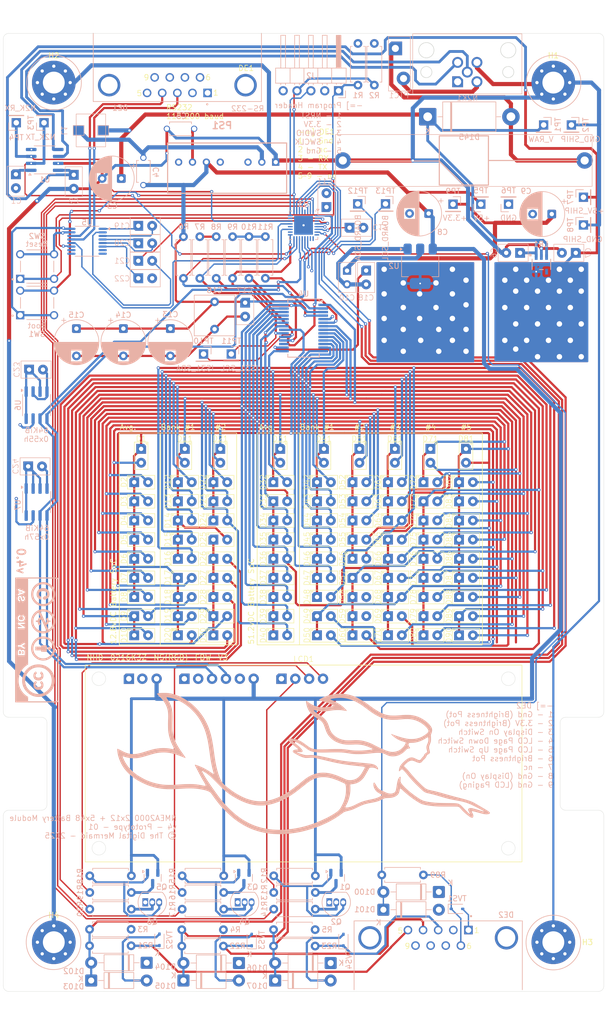
<source format=kicad_pcb>
(kicad_pcb (version 20241229) (generator "pcbnew") (generator_version "9.0")
  (title_block (title "Mermaid's Rest - Battery State Of Charge Indicator Panel") (date "2025-10-26") (rev "4") (company "The Digital Mermaid"))
  (layers (0 "F.Cu" signal) (4 "In1.Cu" signal "GL2.Cu") (6 "In2.Cu" signal "GL3.Cu") (2 "B.Cu" signal) (13 "F.Paste" user) (15 "B.Paste" user) (5 "F.SilkS" user "F.Silkscreen") (7 "B.SilkS" user "B.Silkscreen") (1 "F.Mask" user) (3 "B.Mask" user) (25 "Edge.Cuts" user))
  (net 0 "")
  (net 1 "GND")
  (net 2 "+5V")
  (net 3 "/CA1")
  (net 4 "/CA2")
  (net 5 "/CA3")
  (net 6 "/CA4")
  (net 7 "/CA5")
  (net 8 "/CA6")
  (net 9 "/CA7")
  (net 10 "/CA8")
  (net 11 "/CA9")
  (net 12 "/CB2")
  (net 13 "/CB1")
  (net 14 "/CB3")
  (net 15 "/CB4")
  (net 16 "/CB5")
  (net 17 "/CB6")
  (net 18 "/CB7")
  (net 19 "/CB8")
  (net 20 "/CB9")
  (net 21 "/NRST")
  (net 22 "+5V_SHIP")
  (net 23 "+3.3V")
  (net 24 "GND_SHIP")
  (net 25 "Net-(D145-A)")
  (net 26 "Net-(Q5-D)")
  (net 33 "/LCD_PGUP_IN")
  (net 35 "/DISPLAY_ON_IN")
  (net 36 "V_RAW")
  (net 37 "Net-(PS1-+VIN)")
  (net 39 "/BRIGHTNESS_POT_IN")
  (net 41 "/LCD_PGDOWN_IN")
  (net 42 "/DEBUG_SWDIO")
  (net 43 "/DEBUG_SWCLK")
  (net 44 "Net-(LCD1-A-BLUE)")
  (net 45 "Net-(LCD1-A-GREEN)")
  (net 48 "Net-(LCD1-A-RED)")
  (net 49 "/BOARD_I2C_SCL")
  (net 50 "/BOARD_I2C_SDA")
  (net 51 "/N2K_RX")
  (net 52 "/N2K_TX")
  (net 54 "Net-(Q1-G)")
  (net 55 "/USART1_RX")
  (net 56 "Net-(Q1-D)")
  (net 57 "/USART1_TX")
  (net 58 "Net-(Q2-B)")
  (net 59 "Net-(Q3-D)")
  (net 60 "Net-(Q3-G)")
  (net 61 "Net-(Q4-B)")
  (net 62 "unconnected-(U3-PA5-Pad12)")
  (net 63 "unconnected-(U3-PA4-Pad11)")
  (net 64 "Net-(Q5-G)")
  (net 67 "Net-(N2K1-V_RAW)")
  (net 69 "Net-(U4-C_FILT)")
  (net 70 "Net-(U5-C1-)")
  (net 71 "Net-(U5-C1+)")
  (net 72 "Net-(U5-C2-)")
  (net 73 "Net-(U5-C2+)")
  (net 74 "Net-(U5-VS+)")
  (net 75 "Net-(U5-VS-)")
  (net 76 "Net-(U5-R1IN)")
  (net 77 "Net-(U5-T1OUT)")
  (net 78 "Net-(U1-CANL)")
  (net 79 "Net-(U1-CANH)")
  (net 80 "Net-(U4-AD)")
  (net 81 "Net-(U4-R_EXT)")
  (net 88 "Net-(Q6-B)")
  (net 96 "/IS31_INTB_OUT")
  (net 97 "/IS31_I2C_SCL")
  (net 98 "/IS31_I2C_SDA")
  (net 99 "/IS31_SHUTDOWN_OUT")
  (net 100 "/LCD_BL_RED_OUT")
  (net 101 "/LCD_BL_GREEN_OUT")
  (net 102 "/LCD_BL_BLUE_OUT")
  (net 103 "/LCD_PGUP_IN_PLUG")
  (net 104 "/DISPLAY_ON_IN_PLUG")
  (net 105 "/BRIGHTNESS_POT_IN_PLUG")
  (net 106 "/LCD_PGDOWN_IN_PLUG")
  (footprint "mr-stuff:WP383SURDTK" (layer "F.Cu") (at 129.65 105.35255)
    (property "Reference" "D83")
    (property "Value" "LED")
  )
  (footprint "mr-stuff:WP383SURDTK" (layer "F.Cu") (at 123.13 119.35255)
    (property "Reference" "D77")
    (property "Value" "LED")
  )
  (footprint "mr-stuff:WP383SURDTK" (layer "F.Cu") (at 103.63 126.35255)
    (property "Reference" "D49")
    (property "Value" "LED")
  )
  (footprint "mr-stuff:WP383SURDTK" (layer "F.Cu") (at 116.63 101.85255)
    (property "Reference" "D62")
    (property "Value" "LED")
  )
  (footprint "mr-stuff:WP383SURDTK" (layer "F.Cu") (at 129.65 115.85255)
    (property "Reference" "D86")
    (property "Value" "LED")
  )
  (footprint "mr-stuff:WP383SURDTK" (layer "F.Cu") (at 116.63 115.85255)
    (property "Reference" "D66")
    (property "Value" "LED")
  )
  (footprint "mr-stuff:WP383SURDTK" (layer "F.Cu") (at 78.15 97.02255 -90)
    (property "Reference" "D11")
    (property "Value" "LED")
  )
  (footprint "MountingHole:MountingHole_4mm_Pad_Via" (layer "F.Cu") (at 54.15 28.75455)
    (property "Reference" "H2")
    (property "Value" "MountingHole_Pad")
  )
  (footprint "mr-stuff:WP383SURDTK" (layer "F.Cu") (at 78.15 126.35255)
    (property "Reference" "D19")
    (property "Value" "LED")
  )
  (footprint "mr-stuff:WP383SURDTK" (layer "F.Cu") (at 78.15 129.85255)
    (property "Reference" "D20")
    (property "Value" "LED")
  )
  (footprint "mr-stuff:WP383SURDTK" (layer "F.Cu") (at 110.13 108.85255)
    (property "Reference" "D54")
    (property "Value" "LED")
  )
  (footprint "mr-stuff:WP383SURDTK" (layer "F.Cu") (at 84.65 101.85255)
    (property "Reference" "D22")
    (property "Value" "LED")
  )
  (footprint "mr-stuff:WP383SURDTK" (layer "F.Cu") (at 84.65 129.85255)
    (property "Reference" "D30")
    (property "Value" "LED")
  )
  (footprint "mr-stuff:WP383SURDTK" (layer "F.Cu") (at 103.63 108.85255)
    (property "Reference" "D44")
    (property "Value" "LED")
  )
  (footprint "mr-stuff:WP383SURDTK" (layer "F.Cu") (at 95.63 97.02255 -90)
    (property "Reference" "D31")
    (property "Value" "LED")
  )
  (footprint "mr-stuff:WP383SURDTK" (layer "F.Cu") (at 84.65 126.35255)
    (property "Reference" "D29")
    (property "Value" "LED")
  )
  (footprint "mr-stuff:WP383SURDTK" (layer "F.Cu") (at 70.15 101.85255)
    (property "Reference" "D2")
    (property "Value" "LED")
  )
  (footprint "mr-stuff:WP383SURDTK" (layer "F.Cu") (at 78.15 112.35255)
    (property "Reference" "D15")
    (property "Value" "LED")
  )
  (footprint "mr-stuff:WP383SURDTK" (layer "F.Cu") (at 116.63 122.85255)
    (property "Reference" "D68")
    (property "Value" "LED")
  )
  (footprint "mr-stuff:WP383SURDTK" (layer "F.Cu") (at 95.63 108.85255)
    (property "Reference" "D34")
    (property "Value" "LED")
  )
  (footprint "mr-stuff:WP383SURDTK" (layer "F.Cu") (at 116.63 105.35255)
    (property "Reference" "D63")
    (property "Value" "LED")
  )
  (footprint "mr-stuff:WP383SURDTK" (layer "F.Cu") (at 116.63 126.35255)
    (property "Reference" "D69")
    (property "Value" "LED")
  )
  (footprint "mr-stuff:WP383SURDTK" (layer "F.Cu") (at 129.65 112.35255)
    (property "Reference" "D85")
    (property "Value" "LED")
  )
  (footprint "mr-stuff:WP383SURDTK" (layer "F.Cu") (at 70.15 115.85255)
    (property "Reference" "D6")
    (property "Value" "LED")
  )
  (footprint "mr-stuff:WP383SURDTK" (layer "F.Cu") (at 84.65 112.35255)
    (property "Reference" "D25")
    (property "Value" "LED")
  )
  (footprint "mr-stuff:WP383SURDTK" (layer "F.Cu") (at 95.63 122.85255)
    (property "Reference" "D38")
    (property "Value" "LED")
  )
  (footprint "mr-stuff:WP383SURDTK" (layer "F.Cu") (at 103.63 97.02255 -90)
    (property "Reference" "D41")
    (property "Value" "LED")
  )
  (footprint "mr-stuff:WP383SURDTK" (layer "F.Cu") (at 70.15 122.85255)
    (property "Reference" "D8")
    (property "Value" "LED")
  )
  (footprint "mr-stuff:WP383SURDTK" (layer "F.Cu") (at 84.65 122.85255)
    (property "Reference" "D28")
    (property "Value" "LED")
  )
  (footprint "mr-stuff:WP383SURDTK" (layer "F.Cu") (at 129.65 122.85255)
    (property "Reference" "D88")
    (property "Value" "LED")
  )
  (footprint "mr-stuff:WP383SURDTK" (layer "F.Cu") (at 110.13 122.85255)
    (property "Reference" "D58")
    (property "Value" "LED")
  )
  (footprint "mr-stuff:WP383SURDTK" (layer "F.Cu") (at 78.15 115.85255)
    (property "Reference" "D16")
    (property "Value" "LED")
  )
  (footprint "mr-stuff:WP383SURDTK" (layer "F.Cu") (at 78.15 119.35255)
    (property "Reference" "D17")
    (property "Value" "LED")
  )
  (footprint "mr-stuff:WP383SURDTK" (layer "F.Cu") (at 116.63 97.02255 -90)
    (property "Reference" "D61")
    (property "Value" "LED")
  )
  (footprint "mr-stuff:WP383SURDTK" (layer "F.Cu") (at 95.63 115.85255)
    (property "Reference" "D36")
    (property "Value" "LED")
  )
  (footprint "mr-stuff:WP383SURDTK" (layer "F.Cu") (at 95.63 101.85255)
    (property "Reference" "D32")
    (property "Value" "LED")
  )
  (footprint "mr-stuff:WP383SURDTK" (layer "F.Cu") (at 84.65 119.35255)
    (property "Reference" "D27")
    (property "Value" "LED")
  )
  (footprint "mr-stuff:WP383SURDTK" (layer "F.Cu") (at 84.65 97.02255 -90)
    (property "Reference" "D21")
    (property "Value" "LED")
  )
  (footprint "mr-stuff:WP383SURDTK" (layer "F.Cu") (at 123.13 101.85255)
    (property "Reference" "D72")
    (property "Value" "LED")
  )
  (footprint "mr-stuff:WP383SURDTK" (layer "F.Cu") (at 95.63 129.85255)
    (property "Reference" "D40")
    (property "Value" "LED" (hide yes))
  )
  (footprint "mr-stuff:WP383SURDTK" (layer "F.Cu") (at 103.63 112.35255)
    (property "Reference" "D45")
    (property "Value" "LED")
  )
  (footprint "mr-stuff:WP383SURDTK" (layer "F.Cu") (at 110.13 115.85255)
    (property "Reference" "D56")
    (property "Value" "LED")
  )
  (footprint "mr-stuff:WP383SURDTK" (layer "F.Cu") (at 70.15 108.85255)
    (property "Reference" "D4")
    (property "Value" "LED")
  )
  (footprint "mr-stuff:NHD-0216K3Z-NS(RGB)-FBW-V3" (layer "F.Cu") (at 99.905 153.30255)
    (property "Reference" "LCD1")
    (property "Value" "~")
    (fp_circle (center -37.5 -15.5) (end -36.25 -15.5) (stroke (width 0.05)) (fill no) (layer "Edge.Cuts"))
    (fp_circle (center -37.5 15.5) (end -36.25 15.5) (stroke (width 0.05)) (fill no) (layer "Edge.Cuts"))
    (fp_circle (center 37.5 -15.5) (end 38.75 -15.5) (stroke (width 0.05)) (fill no) (layer "Edge.Cuts"))
    (fp_circle (center 37.5 15.5) (end 38.75 15.5) (stroke (width 0.05)) (fill no) (layer "Edge.Cuts"))
  )
  (footprint "mr-stuff:WP383SURDTK" (layer "F.Cu") (at 129.65 129.85255)
    (property "Reference" "D90")
    (property "Value" "LED")
  )
  (footprint "mr-stuff:WP383SURDTK" (layer "F.Cu") (at 129.65 119.35255)
    (property "Reference" "D87")
    (property "Value" "LED")
  )
  (footprint "mr-stuff:WP383SURDTK" (layer "F.Cu") (at 129.65 97.02255 -90)
    (property "Reference" "D81")
    (property "Value" "LED")
  )
  (footprint "mr-stuff:WP383SURDTK" (layer "F.Cu") (at 70.15 97.02255 -90)
    (property "Reference" "D1")
    (property "Value" "LED")
  )
  (footprint "MountingHole:MountingHole_4mm_Pad_Via" (layer "F.Cu") (at 54.15 186)
    (property "Reference" "H4")
    (property "Value" "MountingHole_Pad")
  )
  (footprint "mr-stuff:WP383SURDTK" (layer "F.Cu") (at 116.63 129.85255)
    (property "Reference" "D70")
    (property "Value" "LED")
  )
  (footprint "mr-stuff:WP383SURDTK" (layer "F.Cu") (at 110.13 101.85255)
    (property "Reference" "D52")
    (property "Value" "LED")
  )
  (footprint "mr-stuff:WP383SURDTK" (layer "F.Cu") (at 103.63 129.85255)
    (property "Reference" "D50")
    (property "Value" "LED" (hide yes))
  )
  (footprint "mr-stuff:WP383SURDTK" (layer "F.Cu") (at 78.15 122.85255)
    (property "Reference" "D18")
    (property "Value" "LED")
  )
  (footprint "mr-stuff:WP383SURDTK" (layer "F.Cu") (at 70.15 129.85255)
    (property "Reference" "D10")
    (property "Value" "LED")
  )
  (footprint "mr-stuff:WP383SURDTK" (layer "F.Cu") (at 123.13 115.85255)
    (property "Reference" "D76")
    (property "Value" "LED")
  )
  (footprint "mr-stuff:WP383SURDTK" (layer "F.Cu") (at 123.13 108.85255)
    (property "Reference" "D74")
    (property "Value" "LED")
  )
  (footprint "mr-stuff:WP383SURDTK" (layer "F.Cu") (at 123.13 112.35255)
    (property "Reference" "D75")
    (property "Value" "LED")
  )
  (footprint "mr-stuff:WP383SURDTK" (layer "F.Cu") (at 70.15 119.35255)
    (property "Reference" "D7")
    (property "Value" "LED")
  )
  (footprint "mr-stuff:WP383SURDTK" (layer "F.Cu") (at 129.65 108.85255)
    (property "Reference" "D84")
    (property "Value" "LED")
  )
  (footprint "mr-stuff:WP383SURDTK" (layer "F.Cu") (at 95.63 126.35255)
    (property "Reference" "D39")
    (property "Value" "LED")
  )
  (footprint "mr-stuff:WP383SURDTK" (layer "F.Cu") (at 103.63 101.85255)
    (property "Reference" "D42")
    (property "Value" "LED")
  )
  (footprint "mr-stuff:WP383SURDTK" (layer "F.Cu") (at 123.13 126.35255)
    (property "Reference" "D79")
    (property "Value" "LED")
  )
  (footprint "mr-stuff:WP383SURDTK" (layer "F.Cu") (at 129.65 126.35255)
    (property "Reference" "D89")
    (property "Value" "LED")
  )
  (footprint "mr-stuff:WP383SURDTK" (layer "F.Cu") (at 84.65 115.85255)
    (property "Reference" "D26")
    (property "Value" "LED")
  )
  (footprint "mr-stuff:WP383SURDTK" (layer "F.Cu") (at 95.63 112.35255)
    (property "Reference" "D35")
    (property "Value" "LED")
  )
  (footprint "mr-stuff:WP383SURDTK" (layer "F.Cu") (at 110.13 97.02255 -90)
    (property "Reference" "D51")
    (property "Value" "LED")
  )
  (footprint "mr-stuff:WP383SURDTK" (layer "F.Cu") (at 123.13 122.85255)
    (property "Reference" "D78")
    (property "Value" "LED")
  )
  (footprint "mr-stuff:WP383SURDTK" (layer "F.Cu") (at 84.65 108.85255)
    (property "Reference" "D24")
    (property "Value" "LED")
  )
  (footprint "mr-stuff:WP383SURDTK" (layer "F.Cu") (at 123.13 97.02255 -90)
    (property "Reference" "D71")
    (property "Value" "LED")
  )
  (footprint "mr-stuff:WP383SURDTK" (layer "F.Cu") (at 103.63 105.35255)
    (property "Reference" "D43")
    (property "Value" "LED")
  )
  (footprint "mr-stuff:WP383SURDTK" (layer "F.Cu") (at 84.65 105.35255)
    (property "Reference" "D23")
    (property "Value" "LED")
  )
  (footprint "mr-stuff:WP383SURDTK" (layer "F.Cu") (at 70.15 126.35255)
    (property "Reference" "D9")
    (property "Value" "LED")
  )
  (footprint "mr-stuff:WP383SURDTK" (layer "F.Cu") (at 103.63 119.35255)
    (property "Reference" "D47")
    (property "Value" "LED")
  )
  (footprint "mr-stuff:WP383SURDTK" (layer "F.Cu") (at 110.13 119.35255)
    (property "Reference" "D57")
    (property "Value" "LED")
  )
  (footprint "mr-stuff:WP383SURDTK" (layer "F.Cu") (at 78.15 108.85255)
    (property "Reference" "D14")
    (property "Value" "LED")
  )
  (footprint "mr-stuff:WP383SURDTK" (layer "F.Cu") (at 116.63 119.35255)
    (property "Reference" "D67")
    (property "Value" "LED")
  )
  (footprint "mr-stuff:WP383SURDTK" (layer "F.Cu") (at 70.15 112.35255)
    (property "Reference" "D5")
    (property "Value" "LED")
  )
  (footprint "MountingHole:MountingHole_4mm_Pad_Via" (layer "F.Cu") (at 145.65 186)
    (property "Reference" "H3")
    (property "Value" "MountingHole_Pad")
  )
  (footprint "mr-stuff:WP383SURDTK" (layer "F.Cu") (at 116.63 112.35255)
    (property "Reference" "D65")
    (property "Value" "LED")
  )
  (footprint "mr-stuff:WP383SURDTK" (layer "F.Cu") (at 123.13 129.85255)
    (property "Reference" "D80")
    (property "Value" "LED")
  )
  (footprint "mr-stuff:WP383SURDTK" (layer "F.Cu") (at 110.13 126.35255)
    (property "Reference" "D59")
    (property "Value" "LED")
  )
  (footprint "mr-stuff:WP383SURDTK" (layer "F.Cu") (at 103.63 115.85255)
    (property "Reference" "D46")
    (property "Value" "LED")
  )
  (footprint "mr-stuff:WP383SURDTK" (layer "F.Cu") (at 103.63 122.85255)
    (property "Reference" "D48")
    (property "Value" "LED")
  )
  (footprint "mr-stuff:WP383SURDTK" (layer "F.Cu") (at 78.15 105.35255)
    (property "Reference" "D13")
    (property "Value" "LED")
  )
  (footprint "mr-stuff:WP383SURDTK" (layer "F.Cu") (at 78.15 101.85255)
    (property "Reference" "D12")
    (property "Value" "LED")
  )
  (footprint "mr-stuff:WP383SURDTK" (layer "F.Cu") (at 110.13 105.35255)
    (property "Reference" "D53")
    (property "Value" "LED")
  )
  (footprint "mr-stuff:WP383SURDTK" (layer "F.Cu") (at 110.13 112.35255)
    (property "Reference" "D55")
    (property "Value" "LED")
  )
  (footprint "mr-stuff:WP383SURDTK" (layer "F.Cu") (at 123.13 105.35255)
    (property "Reference" "D73")
    (property "Value" "LED")
  )
  (footprint "mr-stuff:WP383SURDTK" (layer "F.Cu") (at 95.63 105.35255)
    (property "Reference" "D33")
    (property "Value" "LED")
  )
  (footprint "mr-stuff:WP383SURDTK" (layer "F.Cu") (at 110.13 129.85255)
    (property "Reference" "D60")
    (property "Value" "LED")
  )
  (footprint "mr-stuff:WP383SURDTK" (layer "F.Cu") (at 70.15 105.35255)
    (property "Reference" "D3")
    (property "Value" "LED")
  )
  (footprint "mr-stuff:WP383SURDTK" (layer "F.Cu") (at 95.63 119.35255)
    (property "Reference" "D37")
    (property "Value" "LED")
  )
  (footprint "mr-stuff:WP383SURDTK" (layer "F.Cu") (at 129.65 101.85255)
    (property "Reference" "D82")
    (property "Value" "LED")
  )
  (footprint "MountingHole:MountingHole_4mm_Pad_Via" (layer "F.Cu") (at 145.65 28.75455)
    (property "Reference" "H1")
    (property "Value" "MountingHole_Pad")
  )
  (footprint "mr-stuff:WP383SURDTK" (layer "F.Cu") (at 116.63 108.85255)
    (property "Reference" "D64")
    (property "Value" "LED")
  )
  (footprint "Resistor_THT:R_Axial_DIN0207_L6.3mm_D2.5mm_P7.62mm_Horizontal" (layer "B.Cu") (at 68.36 179.95255 180)
    (property "Reference" "R20")
    (property "Value" "1K")
  )
  (footprint "Connector_PinHeader_2.54mm:PinHeader_1x01_P2.54mm_Vertical" (layer "B.Cu") (at 109.824302 50.941676 180)
    (property "Reference" "TP12")
    (property "Value" "+5V_SHIP" (hide yes))
  )
  (footprint "Connector_PinHeader_2.54mm:PinHeader_1x01_P2.54mm_Vertical" (layer "B.Cu") (at 151.16 49.72255 -90)
    (property "Reference" "TP7")
    (property "Value" "+5V_SHIP" (hide yes))
  )
  (footprint "Diode_THT:D_DO-41_SOD81_P10.16mm_Horizontal" (layer "B.Cu") (at 77.9 192.995367)
    (property "Reference" "D105")
    (property "Value" "1N5822")
  )
  (footprint "mr-stuff:RCE5C1H104J2A2H03B" (layer "B.Cu") (at 138.29 59.90255 180)
    (property "Reference" "C6")
    (property "Value" "0.1uF")
  )
  (footprint "Package_SO:SSOP-28_5.3x10.2mm_P0.65mm" (layer "B.Cu") (at 99.9 73.65255 180)
    (property "Reference" "U4")
    (property "Value" "IS31FL3731-SA")
  )
  (footprint "Connector_PinHeader_2.54mm:PinHeader_1x01_P2.54mm_Vertical" (layer "B.Cu") (at 143.88 36.50255 180)
    (property "Reference" "TP1")
    (property "Value" "TP_VRAW")
  )
  (footprint "Diode_THT:D_DO-201AD_P15.24mm_Horizontal" (layer "B.Cu") (at 122.64 35.00255)
    (property "Reference" "D145")
    (property "Value" "1N5822")
  )
  (footprint "mr-stuff:Amphenol_L777SDE09PA4CH4F" (layer "B.Cu") (at 124.56 185.1925 180)
    (property "Reference" "DE2")
    (property "Value" "~")
  )
  (footprint "mr-stuff:AHEF100" (layer "B.Cu") (at 117.46 25.30255 -90)
    (property "Reference" "PTC1")
    (property "Value" "PTC")
  )
  (footprint "Diode_SMD:D_SOD-323" (layer "B.Cu") (at 107.2 185.6 90)
    (property "Reference" "TVS4")
    (property "Value" "PESD3V3L1BA")
  )
  (footprint "Resistor_THT:R_Axial_DIN0207_L6.3mm_D2.5mm_P7.62mm_Horizontal" (layer "B.Cu") (at 68.36 176.90255 180)
    (property "Reference" "R19")
    (property "Value" "63.4")
  )
  (footprint "Capacitor_THT:CP_Radial_D8.0mm_P5.00mm" (layer "B.Cu") (at 58.297349 73.755201 -90)
    (property "Reference" "C15")
    (property "Value" "100uF")
  )
  (footprint "Resistor_THT:R_Axial_DIN0207_L6.3mm_D2.5mm_P7.62mm_Horizontal" (layer "B.Cu") (at 60.7 183.633332)
    (property "Reference" "R3")
    (property "Value" "10K")
  )
  (footprint "Diode_THT:D_DO-41_SOD81_P10.16mm_Horizontal" (layer "B.Cu") (at 71.160265 189.75 180)
    (property "Reference" "D102")
    (property "Value" "1N5822")
  )
  (footprint "Resistor_THT:R_Axial_DIN0207_L6.3mm_D2.5mm_P7.62mm_Horizontal" (layer "B.Cu") (at 121.846708 173.688236 180)
    (property "Reference" "R89")
    (property "Value" "10")
  )
  (footprint "Resistor_THT:R_Axial_DIN0207_L6.3mm_D2.5mm_P7.62mm_Horizontal" (layer "B.Cu") (at 68.319563 186.64552 180)
    (property "Reference" "R21")
    (property "Value" "10")
  )
  (footprint "Connector_PinHeader_2.54mm:PinHeader_1x01_P2.54mm_Vertical" (layer "B.Cu") (at 114.904302 50.941676 180)
    (property "Reference" "TP13")
    (property "Value" "GND_SHIP" (hide yes))
  )
  (footprint "Package_TO_SOT_SMD:SOT-23" (layer "B.Cu") (at 105.84 174.23255 -90)
    (property "Reference" "Q1")
    (property "Value" "AO3401A")
  )
  (footprint "mr-stuff:RCE5C1H104J2A2H03B" (layer "B.Cu") (at 109.59 55.30255)
    (property "Reference" "C12")
    (property "Value" "0.1uF")
  )
  (footprint "Diode_THT:D_DO-41_SOD81_P10.16mm_Horizontal" (layer "B.Cu") (at 61.000265 193)
    (property "Reference" "D103")
    (property "Value" "1N5822")
  )
  (footprint "Resistor_THT:R_Axial_DIN0207_L6.3mm_D2.5mm_P7.62mm_Horizontal" (layer "B.Cu") (at 109.86 21.59255 -90)
    (property "Reference" "R1")
    (property "Value" "10K")
  )
  (footprint "mr-stuff:DIOAD4425W136L885D885" (layer "B.Cu") (at 129.26 43.00255)
    (property "Reference" "D146" (hide yes))
    (property "Value" "SLD22-018" (hide yes))
  )
  (footprint "Connector_PinHeader_2.54mm:PinHeader_1x01_P2.54mm_Vertical" (layer "B.Cu") (at 148.96 36.50255 180)
    (property "Reference" "TP2")
    (property "Value" "GND_SHIP")
  )
  (footprint "Resistor_THT:R_Axial_DIN0207_L6.3mm_D2.5mm_P7.62mm_Horizontal" (layer "B.Cu") (at 92.9 64.55255 90)
    (property "Reference" "R11")
    (property "Value" "3.3K")
  )
  (footprint "Resistor_THT:R_Axial_DIN0207_L6.3mm_D2.5mm_P7.62mm_Horizontal" (layer "B.Cu") (at 77.9 56.94255 -90)
    (property "Reference" "R6")
    (property "Value" "4.7K")
  )
  (footprint "Package_TO_SOT_SMD:SOT-23" (layer "B.Cu") (at 72.26 174.23255 -90)
    (property "Reference" "Q5")
    (property "Value" "AO3401A")
  )
  (footprint "Package_TO_SOT_SMD:SOT-23" (layer "B.Cu") (at 88.97 174.23255 -90)
    (property "Reference" "Q3")
    (property "Value" "AO3401A")
  )
  (footprint "Diode_THT:D_DO-41_SOD81_P10.16mm_Horizontal" (layer "B.Cu") (at 124.68 176.8 180)
    (property "Reference" "D100")
    (property "Value" "1N5822")
  )
  (footprint "Diode_THT:D_DO-41_SOD81_P10.16mm_Horizontal" (layer "B.Cu") (at 88.06 189.8 180)
    (property "Reference" "D104")
    (property "Value" "1N5822")
  )
  (footprint "Package_TO_SOT_THT:TO-92_Inline" (layer "B.Cu") (at 70.92 178.70255)
    (property "Reference" "Q6")
    (property "Value" "2N3904")
  )
  (footprint "Package_TO_SOT_THT:TO-92_Inline" (layer "B.Cu") (at 87.83 178.70255)
    (property "Reference" "Q4")
    (property "Value" "2N3904")
  )
  (footprint "Diode_THT:D_DO-41_SOD81_P10.16mm_Horizontal" (layer "B.Cu") (at 104.859803 189.803356 180)
    (property "Reference" "D106")
    (property "Value" "1N5822")
  )
  (footprint "Package_SO:SOIC-8_3.9x4.9mm_P1.27mm" (layer "B.Cu") (at 50.996182 87.75455 -90)
    (property "Reference" "U6")
    (property "Value" "FM24CL64B-G")
  )
  (footprint "mr-stuff:RCE5C1H104J2A2H03B" (layer "B.Cu") (at 104.096182 50.25455 90)
    (property "Reference" "C11")
    (property "Value" "0.1uF")
  )
  (footprint "mr-stuff:TDK CAPRB500W50L400T250H550" (layer "B.Cu") (at 77.36 37.20255 180)
    (property "Reference" "C5")
    (property "Value" "TDK FA28NP01H152JNU06")
  )
  (footprint "mr-stuff:RCE5C1H104J2A2H03B" (layer "B.Cu") (at 50.896182 81.25455)
    (property "Reference" "C23")
    (property "Value" "0.1uF")
  )
  (footprint "Connector_PinHeader_2.54mm:PinHeader_1x01_P2.54mm_Vertical" (layer "B.Cu") (at 151.16 54.80255 -90)
    (property "Reference" "TP8")
    (property "Value" "GND_SHIP" (hide yes))
  )
  (footprint "Diode_THT:D_DO-41_SOD81_P10.16mm_Horizontal" (layer "B.Cu") (at 114.52 180.05)
    (property "Reference" "D101")
    (property "Value" "1N5822")
  )
  (footprint "Diode_SMD:D_SOD-323" (layer "B.Cu") (at 90.4 185.6 90)
    (property "Reference" "TVS3")
    (property "Value" "PESD3V3L1BA")
  )
  (footprint "mr-stuff:RCE5C1H104J2A2H03B" (layer "B.Cu") (at 111.36 64.40255 -90)
    (property "Reference" "C18")
    (property "Value" "0.1uF")
  )
  (footprint "Connector_PinHeader_2.54mm:PinHeader_1x01_P2.54mm_Vertical" (layer "B.Cu") (at 137.44 51.00255)
    (property "Reference" "TP6")
    (property "Value" "GND")
  )
  (footprint "Capacitor_THT:C_Rect_L7.2mm_W7.2mm_P5.00mm_FKS2_FKP2_MKS2_MKP2" (layer "B.Cu") (at 83.6 68.85255 -90)
    (property "Reference" "C16")
    (property "Value" "1uF")
  )
  (footprint "Diode_SMD:D_SOD-323" (layer "B.Cu") (at 128 179.9)
    (property "Reference" "TVS1")
    (property "Value" "PESD3V3L1BA")
  )
  (footprint "Diode_THT:D_DO-41_SOD81_P10.16mm_Horizontal" (layer "B.Cu") (at 94.7 193)
    (property "Reference" "D107")
    (property "Value" "1N5822")
  )
  (footprint "Package_TO_SOT_SMD:SOT-223-3_TabPin2" (layer "B.Cu") (at 121.26 62.35255 -90)
    (property "Reference" "U2")
    (property "Value" "LM1117MP-5.0")
  )
  (footprint "Resistor_THT:R_Axial_DIN0207_L6.3mm_D2.5mm_P7.62mm_Horizontal" (layer "B.Cu") (at 86.9 64.56255 90)
    (property "Reference" "R9")
    (property "Value" "100K")
  )
  (footprint "Resistor_THT:R_Axial_DIN0207_L6.3mm_D2.5mm_P7.62mm_Horizontal" (layer "B.Cu") (at 102.02232 186.697875 180)
    (property "Reference" "R23")
    (property "Value" "10")
  )
  (footprint "mr-stuff:RCE5C1H104J2A2H03B" (layer "B.Cu") (at 70.9 58.15255)
    (property "Reference" "C20")
    (property "Value" "0.1uF")
  )
  (footprint "Resistor_THT:R_Axial_DIN0207_L6.3mm_D2.5mm_P7.62mm_Horizontal" (layer "B.Cu") (at 83.9 56.94255 -90)
    (property "Reference" "R8")
    (property "Value" "4.7K")
  )
  (footprint "mr-stuff:RCER71E475K2A2H03B" (layer "B.Cu") (at 107.86 64.40255 -90)
    (property "Reference" "C10")
    (property "Value" "4.7uF")
  )
  (footprint "mr-stuff:TSOP-5_483_OSI" (layer "B.Cu") (at 143.46 62.00255 -90)
    (property "Reference" "LR1")
    (property "Value" "NCV8730ASN500T1G")
  )
  (footprint "mr-stuff:RCE5C1H104J2A2H03B" (layer "B.Cu") (at 47.21 46.79755 -90)
    (property "Reference" "C1")
    (property "Value" "0.1uF")
  )
  (footprint "mr-stuff:SPBW06F05" (layer "B.Cu") (at 85.66 44.60255 180)
    (property "Reference" "PS1")
    (property "Value" "SPBW06F-05" (hide yes))
  )
  (footprint "Connector_PinHeader_2.54mm:PinHeader_1x01_P2.54mm_Vertical" (layer "B.Cu") (at 86.66 78.40255 180)
    (property "Reference" "TP11")
    (property "Value" "GND_SHIP" (hide yes))
  )
  (footprint "mr-stuff:RCE5C1H104J2A2H03B" (layer "B.Cu") (at 89.2 70.28255 -90)
    (property "Reference" "C17")
    (property "Value" "0.1uF")
  )
  (footprint "Resistor_THT:R_Axial_DIN0207_L6.3mm_D2.5mm_P7.62mm_Horizontal" (layer "B.Cu") (at 102.06 173.85255 180)
    (property "Reference" "R12")
    (property "Value" "10K")
  )
  (footprint "mr-stuff:Mermaid Silkscreen - 29.9mm" (layer "B.Cu") (at 99.905 153.30255 90)
    (property "Reference" "TDM***" (hide yes))
    (property "Value" "LOGO" (hide yes))
  )
  (footprint "mr-stuff:SW_TS03-66-50-BK-160-LCR-D-67" (layer "B.Cu") (at 51.1 62.40255)
    (property "Reference" "SW2")
    (property "Value" "SW_MEC_5G")
  )
  (footprint "Resistor_THT:R_Axial_DIN0207_L6.3mm_D2.5mm_P7.62mm_Horizontal" (layer "B.Cu") (at 112.86 29.21255 90)
    (property "Reference" "R2")
    (property "Value" "10K")
  )
  (footprint "Capacitor_THT:CP_Radial_D8.0mm_P3.50mm" (layer "B.Cu") (at 122.812651 52.70255 180)
    (property "Reference" "C8")
    (property "Value" "10uF")
  )
  (footprint "Resistor_THT:R_Axial_DIN0207_L6.3mm_D2.5mm_P7.62mm_Horizontal" (layer "B.Cu") (at 85.28 176.90255 180)
    (property "Reference" "R16")
    (property "Value" "63.4")
  )
  (footprint "mr-stuff:RCE5C1H104J2A2H03B" (layer "B.Cu") (at 70.9 61.35255)
    (property "Reference" "C21")
    (property "Value" "0.1uF")
  )
  (footprint "Package_SO:TSSOP-16_4.4x5mm_P0.65mm" (layer "B.Cu") (at 60.2375 57.77755 180)
    (property "Reference" "U5")
    (property "Value" "MAX3232")
  )
  (footprint "Package_TO_SOT_THT:TO-92_Inline" (layer "B.Cu") (at 104.62 178.70255)
    (property "Reference" "Q2")
    (property "Value" "2N3904")
  )
  (footprint "Resistor_THT:R_Axial_DIN0207_L6.3mm_D2.5mm_P7.62mm_Horizontal" (layer "B.Cu") (at 102.06 179.95255 180)
    (property "Reference" "R14")
    (property "Value" "1K")
  )
  (footprint "Connector_PinHeader_2.54mm:PinHeader_1x01_P2.54mm_Vertical" (layer "B.Cu") (at 52.36 36.10255)
    (property "Reference" "TP3")
    (property "Value" "N2K_TX")
  )
  (footprint "Connector_PinHeader_2.54mm:PinHeader_1x01_P2.54mm_Vertical" (layer "B.Cu") (at 127.28 51.00255 180)
    (property "Reference" "TP9")
    (property "Value" "+3.3V")
  )
  (footprint "mr-stuff:M12B-05PMMR" (layer "B.Cu") (at 129.89 26.83255)
    (property "Reference" "N2K1")
    (property "Value" "~")
    (fp_circle (center -7.5 -4) (end -6.1 -4) (stroke (width 0.1)) (fill no) (layer "Edge.Cuts"))
    (fp_circle (center -7.5 0) (end -6.475 0) (stroke (width 0.1)) (fill no) (layer "Edge.Cuts"))
    (fp_circle (center 7.5 -4) (end 8.9 -4) (stroke (width 0.1)) (fill no) (layer "Edge.Cuts"))
    (fp_circle (center 7.5 0) (end 8.525 0) (stroke (width 0.1)) (fill no) (layer "Edge.Cuts"))
  )
  (footprint "mr-stuff:RCE5C1H104J2A2H03B" (layer "B.Cu") (at 70.9 64.55255)
    (property "Reference" "C22")
    (property "Value" "0.1uF")
  )
  (footprint "Connector_PinHeader_2.54mm:PinHeader_1x05_P2.54mm_Horizontal" (layer "B.Cu") (at 106.32 30.25455 90)
    (property "Reference" "J2")
    (property "Value" "Program Header")
  )
  (footprint "Resistor_THT:R_Axial_DIN0207_L6.3mm_D2.5mm_P7.62mm_Horizontal" (layer "B.Cu") (at 80.9 56.94255 -90)
    (property "Reference" "R7")
    (property "Value" "4.7K")
  )
  (footprint "Package_SO:SOIC-8_3.9x4.9mm_P1.27mm" (layer "B.Cu") (at 52.485 42.89755)
    (property "Reference" "U1")
    (property "Value" "ISO1044BD")
  )
  (footprint "Resistor_THT:R_Axial_DIN0207_L6.3mm_D2.5mm_P7.62mm_Horizontal" (layer "B.Cu") (at 85.220097 186.70706 180)
    (property "Reference" "R22")
    (property "Value" "10")
  )
  (footprint "mr-stuff:RCE5C1H104J2A2H03B" (layer "B.Cu") (at 57.81 46.89755 -90)
    (property "Reference" "C2")
    (property "Value" "0.1uF")
  )
  (footprint "Resistor_THT:R_Axial_DIN0207_L6.3mm_D2.5mm_P7.62mm_Horizontal" (layer "B.Cu") (at 85.28 173.85255 180)
    (property "Reference" "R15")
    (property "Value" "10K")
  )
  (footprint "Capacitor_THT:CP_Radial_D8.0mm_P5.00mm" (layer "B.Cu") (at 75.497349 73.75255 -90)
    (property "Reference" "C13")
    (property "Value" "100uF")
  )
  (footprint "mr-stuff:cc-by-nc-sa_8mm" (layer "B.Cu") (at 51.06 130.70255 90)
    (property "Reference" "G***" (hide yes))
    (property "Value" "LOGO" (hide yes))
  )
  (footprint "Resistor_THT:R_Axial_DIN0207_L6.3mm_D2.5mm_P7.62mm_Horizontal" (layer "B.Cu") (at 77.600097 183.70706)
    (property "Reference" "R4")
    (property "Value" "10K")
  )
  (footprint "Capacitor_THT:CP_Radial_D8.0mm_P3.50mm" (layer "B.Cu") (at 66.512651 46.30255 180)
    (property "Reference" "C3")
    (property "Value" "10uF")
  )
  (footprint "Package_SO:SOIC-8_3.9x4.9mm_P1.27mm" (layer "B.Cu") (at 51.001182 105.47955 -90)
    (property "Reference" "U7")
    (property "Value" "FM24CL64B-G")
  )
  (footprint "Resistor_THT:R_Axial_DIN0207_L6.3mm_D2.5mm_P7.62mm_Horizontal" (layer "B.Cu") (at 102.06 176.90255 180)
    (property "Reference" "R13")
    (property "Value" "147")
  )
  (footprint "Package_DFN_QFN:QFN-32-1EP_5x5mm_P0.5mm_EP3.45x3.45mm" (layer "B.Cu") (at 99.9 54.85255 180)
    (property "Reference" "U3")
    (property "Value" "STM32C092KCT6")
  )
  (footprint "mr-stuff:RCE5C1H104J2A2H03B" (layer "B.Cu") (at 148.49 59.90255 180)
    (property "Reference" "C7")
    (property "Value" "0.1uF")
  )
  (footprint "Resistor_THT:R_Axial_DIN0207_L6.3mm_D2.5mm_P7.62mm_Horizontal" (layer "B.Cu") (at 94.40289 183.697699)
    (property "Reference" "R5")
    (property "Value" "10K")
  )
  (footprint "mr-stuff:Pulse PA4340.103NLT" (layer "B.Cu") (at 60.95 37.5 90)
    (property "Reference" "L1")
    (property "Value" "PA4340.103NLT")
  )
  (footprint "mr-stuff:TDK CAPRB500W50L400T250H550" (layer "B.Cu") (at 70.56 45.00255 90)
    (property "Reference" "C4")
    (property "Value" "TDK FA28NP01H152JNU06")
  )
  (footprint "Connector_PinHeader_2.54mm:PinHeader_1x01_P2.54mm_Vertical" (layer "B.Cu") (at 47.28 36.10255)
    (property "Reference" "TP4")
    (property "Value" "N2K_RX")
  )
  (footprint "mr-stuff:RCE5C1H104J2A2H03B" (layer "B.Cu") (at 50.726182 98.95455)
    (property "Reference" "C24")
    (property "Value" "0.1uF")
  )
  (footprint "mr-stuff:SW_TS03-66-50-BK-160-LCR-D-67" (layer "B.Cu") (at 51.1 69.05255)
    (property "Reference" "SW1")
    (property "Value" "SW_MEC_5G")
  )
  (footprint "Connector_PinHeader_2.54mm:PinHeader_1x01_P2.54mm_Vertical" (layer "B.Cu") (at 132.36 51.00255)
    (property "Reference" "TP5")
    (property "Value" "+5V")
  )
  (footprint "mr-stuff:RCE5C1H104J2A2H03B" (layer "B.Cu") (at 70.9 54.95255)
    (property "Reference" "C19")
    (property "Value" "0.1uF")
  )
  (footprint "Resistor_THT:R_Axial_DIN0207_L6.3mm_D2.5mm_P7.62mm_Horizontal" (layer "B.Cu") (at 68.36 173.85255 180)
    (property "Reference" "R18")
    (property "Value" "10K")
  )
  (footprint "Resistor_THT:R_Axial_DIN0207_L6.3mm_D2.5mm_P7.62mm_Horizontal" (layer "B.Cu") (at 85.28 179.95255 180)
    (property "Reference" "R17")
    (property "Value" "1K")
  )
  (footprint "mr-stuff:Amphenol_L77SDE09SA4CH4F" (layer "B.Cu") (at 76.78 29.22255)
    (property "Reference" "DE1")
    (property "Value" "~")
  )
  (footprint "Diode_SMD:D_SOD-323" (layer "B.Cu") (at 73.5 185.55 90)
    (property "Reference" "TVS2")
    (property "Value" "PESD3V3L1BA")
  )
  (footprint "Connector_PinHeader_2.54mm:PinHeader_1x01_P2.54mm_Vertical" (layer "B.Cu") (at 81.58 78.40255 180)
    (property "Reference" "TP10")
    (property "Value" "+5V_SHIP" (hide yes))
  )
  (footprint "Resistor_THT:R_Axial_DIN0207_L6.3mm_D2.5mm_P7.62mm_Horizontal" (layer "B.Cu") (at 89.9 64.55255 90)
    (property "Reference" "R10")
    (property "Value" "4.7K")
  )
  (footprint "Capacitor_THT:CP_Radial_D8.0mm_P3.50mm" (layer "B.Cu") (at 145.36 52.80255 180)
    (property "Reference" "C9")
    (property "Value" "10uF")
  )
  (footprint "Capacitor_THT:CP_Radial_D8.0mm_P5.00mm" (layer "B.Cu") (at 66.897349 73.75255 -90)
    (property "Reference" "C14")
    (property "Value" "100uF")
  )
  (gr_line (start 73.65 131.60255) (end 73.65 92.85255) (stroke (width 0.125)) (layer "F.SilkS"))
  (gr_rect (start 91.4 92.85255) (end 132.65 131.60255) (stroke (width 0.125)) (fill no) (layer "F.SilkS"))
  (gr_rect (start 66.15 92.85255) (end 87.65 131.60255) (stroke (width 0.125)) (fill no) (layer "F.SilkS"))
  (gr_line (start 99.15 131.60255) (end 99.15 92.85255) (stroke (width 0.125)) (layer "F.SilkS"))
  (gr_circle (center 145.7 28.75455) (end 150.7 28.75455) (stroke (width 0.125)) (fill no) (layer "B.SilkS"))
  (gr_circle (center 54.2 28.75455) (end 59.2 28.75455) (stroke (width 0.125)) (fill no) (layer "B.SilkS"))
  (gr_circle (center 145.65 186.056535) (end 150.65 186.056535) (stroke (width 0.125)) (fill no) (layer "B.SilkS"))
  (gr_circle (center 54.1 186) (end 59.1 186) (stroke (width 0.125)) (fill no) (layer "B.SilkS"))
  (gr_arc (start 44.9 162.85255) (mid 45.192894 162.14545) (end 45.9 161.85255) (stroke (width 0.05)) (layer "Edge.Cuts"))
  (gr_arc (start 147.9 161.85255) (mid 147.192893 161.559657) (end 146.9 160.85255) (stroke (width 0.05)) (layer "Edge.Cuts"))
  (gr_arc (start 154.9 143.85255) (mid 154.607108 144.559663) (end 153.9 144.85255) (stroke (width 0.05)) (layer "Edge.Cuts"))
  (gr_arc (start 45.9 144.85255) (mid 45.192882 144.559663) (end 44.9 143.85255) (stroke (width 0.05)) (layer "Edge.Cuts"))
  (gr_arc (start 154.9 194) (mid 154.607108 194.707113) (end 153.9 195) (stroke (width 0.05)) (layer "Edge.Cuts"))
  (gr_arc (start 44.9 20.75455) (mid 45.192894 20.04745) (end 45.9 19.75455) (stroke (width 0.05)) (layer "Edge.Cuts"))
  (gr_line (start 153.9 161.85255) (end 147.9 161.85255) (stroke (width 0.05)) (layer "Edge.Cuts"))
  (gr_line (start 44.9 162.85255) (end 44.9 194) (stroke (width 0.05)) (layer "Edge.Cuts"))
  (gr_line (start 153.9 19.75455) (end 45.9 19.75455) (stroke (width 0.05)) (layer "Edge.Cuts"))
  (gr_line (start 45.9 195) (end 153.9 195) (stroke (width 0.05)) (layer "Edge.Cuts"))
  (gr_arc (start 146.9 145.85255) (mid 147.192894 145.14545) (end 147.9 144.85255) (stroke (width 0.05)) (layer "Edge.Cuts"))
  (gr_line (start 154.9 143.85255) (end 154.9 20.75455) (stroke (width 0.05)) (layer "Edge.Cuts"))
  (gr_arc (start 45.9 195) (mid 45.192882 194.707113) (end 44.9 194) (stroke (width 0.05)) (layer "Edge.Cuts"))
  (gr_line (start 147.9 144.85255) (end 153.9 144.85255) (stroke (width 0.05)) (layer "Edge.Cuts"))
  (gr_line (start 45.9 144.85255) (end 51.9 144.85255) (stroke (width 0.05)) (layer "Edge.Cuts"))
  (gr_arc (start 51.9 144.85255) (mid 52.607095 145.14545) (end 52.9 145.85255) (stroke (width 0.05)) (layer "Edge.Cuts"))
  (gr_arc (start 52.9 160.85255) (mid 52.607108 161.559663) (end 51.9 161.85255) (stroke (width 0.05)) (layer "Edge.Cuts"))
  (gr_line (start 146.9 160.85255) (end 146.9 145.85255) (stroke (width 0.05)) (layer "Edge.Cuts"))
  (gr_line (start 44.9 20.75455) (end 44.9 143.85255) (stroke (width 0.05)) (layer "Edge.Cuts"))
  (gr_arc (start 153.9 161.85255) (mid 154.607107 162.145443) (end 154.9 162.85255) (stroke (width 0.05)) (layer "Edge.Cuts"))
  (gr_arc (start 153.9 19.75455) (mid 154.607095 20.04745) (end 154.9 20.75455) (stroke (width 0.05)) (layer "Edge.Cuts"))
  (gr_line (start 154.9 194) (end 154.9 162.85255) (stroke (width 0.05)) (layer "Edge.Cuts"))
  (gr_line (start 51.9 161.85255) (end 45.9 161.85255) (stroke (width 0.05)) (layer "Edge.Cuts"))
  (gr_line (start 52.9 145.85255) (end 52.9 160.85255) (stroke (width 0.05)) (layer "Edge.Cuts"))
  (gr_text "5" (at 69.26 31.30255 0) (layer "F.SilkS") (effects (font (size 1 1) (thickness 0.125)) (justify left bottom)))
  (gr_text "Avg." (at 66.15 92.35255 0) (layer "F.SilkS") (effects (font (size 1 1) (thickness 0.125)) (justify left bottom)))
  (gr_text "#4" (at 122.15 92.35255 0) (layer "F.SilkS") (effects (font (size 1 1) (thickness 0.125)) (justify left bottom)))
  (gr_text "9" (at 70.56 28.40255 0) (layer "F.SilkS") (effects (font (size 1 1) (thickness 0.125)) (justify left bottom)))
  (gr_text "9" (at 118.36 187.3 0) (layer "F.SilkS") (effects (font (size 1 1) (thickness 0.125)) (justify left bottom)))
  (gr_text "12.8vDC Battery SoC" (at 65.65 131.60255 90) (layer "F.SilkS") (effects (font (size 1 1) (thickness 0.125)) (justify left bottom)))
  (gr_text "#5" (at 128.65 92.35255 0) (layer "F.SilkS") (effects (font (size 1 1) (thickness 0.125)) (justify left bottom)))
  (gr_text "#2" (at 83.65 92.35255 0) (layer "F.SilkS") (effects (font (size 1 1) (thickness 0.125)) (justify left bottom)))
  (gr_text "Bank #1" (at 99.15 92.35255 0) (layer "F.SilkS") (effects (font (size 1 1) (thickness 0.125)) (justify left bottom)))
  (gr_text "51.2vDC Battery SoC" (at 90.9 131.60255 90) (layer "F.SilkS") (effects (font (size 1 1) (thickness 0.125)) (justify left bottom)))
  (gr_text "-=] DE1\n1 - Gnd\n2 - nc\n3 - RX\n4 - TX\n5~9 - nc" (at 98.76 46.40255 0) (layer "F.SilkS") (effects (font (size 1 1) (thickness 0.125)) (justify left bottom)))
  (gr_text "RS232\n115,200 baud" (at 74.66 35.50255 0) (layer "F.SilkS") (effects (font (size 1 1) (thickness 0.125)) (justify left bottom)))
  (gr_text "NHD-0216K3Z-NS(RGB)-FBW-V3" (at 60.06 134.50255 0) (layer "F.SilkS") (effects (font (size 1 1) (thickness 0.125)) (justify left bottom)))
  (gr_text "Bank #1" (at 73.65 92.35255 0) (layer "F.SilkS") (effects (font (size 1 1) (thickness 0.125)) (justify left bottom)))
  (gr_text "1" (at 131.06 184.4 0) (layer "F.SilkS") (effects (font (size 1 1) (thickness 0.125)) (justify left bottom)))
  (gr_text "DE1" (at 87.86 26.70255 0) (layer "F.SilkS") (effects (font (size 1 1) (thickness 0.125)) (justify left bottom)))
  (gr_text "1" (at 83.26 31.20255 0) (layer "F.SilkS") (effects (font (size 1 1) (thickness 0.125)) (justify left bottom)))
  (gr_text "#2" (at 109.15 92.35255 0) (layer "F.SilkS") (effects (font (size 1 1) (thickness 0.125)) (justify left bottom)))
  (gr_text "#3" (at 115.65 92.35255 0) (layer "F.SilkS") (effects (font (size 1 1) (thickness 0.125)) (justify left bottom)))
  (gr_text "6" (at 81.86 28.40255 0) (layer "F.SilkS") (effects (font (size 1 1) (thickness 0.125)) (justify left bottom)))
  (gr_text "5" (at 117.06 184.5 0) (layer "F.SilkS") (effects (font (size 1 1) (thickness 0.125)) (justify left bottom)))
  (gr_text "6" (at 129.66 187.3 0) (layer "F.SilkS") (effects (font (size 1 1) (thickness 0.125)) (justify left bottom)))
  (gr_text "Avg." (at 91.65 92.35255 0) (layer "F.SilkS") (effects (font (size 1 1) (thickness 0.125)) (justify left bottom)))
  (gr_text "IS31_SDA" (at 83.56 81.60255 0) (layer "B.SilkS") (effects (font (size 1 1) (thickness 0.125)) (justify left bottom mirror)))
  (gr_text "-=] DE2\n1 - Gnd (Brightness Pot)\n2 - 3.3V (Brightness Pot)\n3 - Display On Switch\n4 - LCD Page Down Switch\n5 - LCD Page Up Switch\n6 - Brightness Pot\n7 - nc\n8 - Gnd (Display On)\n9 - Gnd (LCD Paging)" (at 145.7 157.8 -0) (layer "B.SilkS") (effects (font (size 1 1) (thickness 0.125)) (justify left bottom mirror)))
  (gr_text "RS-232" (at 92.76 34.10255 0) (layer "B.SilkS") (effects (font (size 1 1) (thickness 0.125)) (justify left bottom mirror)))
  (gr_text "+5V" (at 134.16 54.10255 0) (layer "B.SilkS") (effects (font (size 1 1) (thickness 0.125)) (justify left bottom mirror)))
  (gr_text "N2K_TX" (at 54.56 39.30255 0) (layer "B.SilkS") (effects (font (size 1 1) (thickness 0.125)) (justify left bottom mirror)))
  (gr_text "GND" (at 139.06 54.10255 0) (layer "B.SilkS") (effects (font (size 1 1) (thickness 0.125)) (justify left bottom mirror)))
  (gr_text "BOARD_SCL" (at 115.46 52.90255 90) (layer "B.SilkS") (effects (font (size 1 1) (thickness 0.125)) (justify left bottom mirror)))
  (gr_text "V_RAW" (at 145.76 39.70255 0) (layer "B.SilkS") (effects (font (size 1 1) (thickness 0.125)) (justify left bottom mirror)))
  (gr_text "v4.0" (at 47.26 118.80255 270) (layer "B.SilkS") (effects (font (size 1.5 1.5) (thickness 0.3) (bold yes)) (justify left bottom mirror)))
  (gr_text "Reset" (at 53.2 58.85255 0) (layer "B.SilkS") (effects (font (size 1 1) (thickness 0.125)) (justify left bottom mirror)))
  (gr_text "64KiB\n0x57h" (at 53.396182 112.45455 0) (layer "B.SilkS") (effects (font (size 1 1) (thickness 0.125)) (justify left bottom mirror)))
  (gr_text "NMEA2000 2x12 + 5x48 Battery Module\nv4 - Prototype - 01\n© The Digital Mermaid - 2025\n" (at 76.76 167.10255 0) (layer "B.SilkS") (effects (font (size 1 1) (thickness 0.125)) (justify left bottom mirror)))
  (gr_text "64KiB\n0x55h" (at 53.296182 94.55455 0) (layer "B.SilkS") (effects (font (size 1 1) (thickness 0.125)) (justify left bottom mirror)))
  (gr_text "GND_SHIP" (at 154.36 39.70255 0) (layer "B.SilkS") (effects (font (size 1 1) (thickness 0.125)) (justify left bottom mirror)))
  (gr_text "Boot" (at 52.86 73.80255 0) (layer "B.SilkS") (effects (font (size 1 1) (thickness 0.125)) (justify left bottom mirror)))
  (gr_text "1 - NRST\n2 - 3.3V\n3 - SWDIO\n4 - SWCLK\n5 - Gnd" (at 106.96 41.80255 0) (layer "B.SilkS") (effects (font (size 1 1) (thickness 0.125)) (justify left bottom mirror)))
  (gr_text "N2K_RX" (at 50.96 34.00255 0) (layer "B.SilkS") (effects (font (size 1 1) (thickness 0.125)) (justify left bottom mirror)))
  (gr_text "GND_SHIP" (at 154.76 58.00255 0) (layer "B.SilkS") (effects (font (size 1 1) (thickness 0.125)) (justify left bottom mirror)))
  (gr_text "-=] Program Header" (at 110.86 33.50255 0) (layer "B.SilkS") (effects (font (size 1 1) (thickness 0.125)) (justify left bottom mirror)))
  (gr_text "IS31_SCL" (at 91.66 81.60255 0) (layer "B.SilkS") (effects (font (size 1 1) (thickness 0.125)) (justify left bottom mirror)))
  (gr_text "BOARD_SDA" (at 110.46 52.80255 90) (layer "B.SilkS") (effects (font (size 1 1) (thickness 0.125)) (justify left bottom mirror)))
  (gr_text "+3.3V" (at 129.96 54.10255 0) (layer "B.SilkS") (effects (font (size 1 1) (thickness 0.125)) (justify left bottom mirror)))
  (gr_text "+5V_SHIP" (at 155.06 52.80255 0) (layer "B.SilkS") (effects (font (size 1 1) (thickness 0.125)) (justify left bottom mirror)))
  (segment (start 75.497349 78.75255) (end 78.7 78.75255) (width 0.4) (layer "F.Cu") (net 1))
  (segment (start 58.297349 78.755201) (end 66.894698 78.755201) (width 0.4) (layer "F.Cu") (net 1))
  (segment (start 89.2 71.55255) (end 85.9 71.55255) (width 0.4) (layer "F.Cu") (net 1))
  (segment (start 66.894698 78.755201) (end 66.897349 78.75255) (width 0.4) (layer "F.Cu") (net 1))
  (segment (start 85.9 71.55255) (end 83.6 73.85255) (width 0.4) (layer "F.Cu") (net 1))
  (segment (start 79.56 37.50255) (end 79.86 37.20255) (width 0.508) (layer "F.Cu") (net 1))
  (segment (start 66.897349 78.75255) (end 75.497349 78.75255) (width 0.4) (layer "F.Cu") (net 1))
  (segment (start 78.7 78.75255) (end 83.6 73.85255) (width 0.4) (layer "F.Cu") (net 1))
  (segment (start 79.56 43.30255) (end 79.56 37.50255) (width 0.508) (layer "F.Cu") (net 1))
  (via (at 105.196182 71.55455) (size 0.6) (drill 0.3) (layers "F.Cu" "B.Cu") (net 1))
  (via (at 103.8 55.15255) (size 0.6) (drill 0.3) (layers "F.Cu" "B.Cu") (net 1))
  (via (at 99.9 54.85255) (size 0.7) (drill 0.4) (layers "F.Cu" "B.Cu") (net 1))
  (via (at 55.8 56.25255) (size 0.6) (drill 0.3) (layers "F.Cu" "B.Cu") (net 1))
  (via (at 47.986348 91.35455) (size 0.6) (drill 0.3) (layers "F.Cu" "B.Cu") (net 1))
  (via (at 50.06 41.00255) (size 0.6) (drill 0.3) (layers "F.Cu" "B.Cu") (net 1))
  (via (at 47.286348 104.844716) (size 0.6) (drill 0.3) (layers "F.Cu" "B.Cu") (net 1))
  (segment (start 89.85 185.1) (end 84.6 185.1) (width 0.4) (layer "B.Cu") (net 1))
  (segment (start 129.05 179.95) (end 130.1 181) (width 0.254) (layer "B.Cu") (net 1))
  (segment (start 101.4 185.2) (end 100.5 186.1) (width 0.4) (layer "B.Cu") (net 1))
  (segment (start 92.9 56.93255) (end 89.9 56.93255) (width 0.4) (layer "B.Cu") (net 1))
  (segment (start 89.9 56.93255) (end 86.91 56.93255) (width 0.4) (layer "B.Cu") (net 1))
  (segment (start 49.896182 109.55455) (end 50.366182 109.08455) (width 0.4) (layer "B.Cu") (net 1))
  (segment (start 49.796182 91.85455) (end 50.361182 91.28955) (width 0.4) (layer "B.Cu") (net 1))
  (segment (start 47.286348 104.844716) (end 47.296182 104.85455) (width 0.4) (layer "B.Cu") (net 1))
  (segment (start 66.8 192.6) (end 67.2 193) (width 0.4) (layer "B.Cu") (net 1))
  (segment (start 67.2 193) (end 71.160265 193) (width 0.4) (layer "B.Cu") (net 1))
  (segment (start 47.296182 109.05455) (end 47.796182 109.55455) (width 0.4) (layer "B.Cu") (net 1))
  (segment (start 51.248794 86.65555) (end 52.500181 86.65555) (width 0.4) (layer "B.Cu") (net 1))
  (segment (start 106.26 61.80255) (end 106.26 64.50255) (width 0.762) (layer "B.Cu") (net 1))
  (segment (start 107.88 65.67255) (end 107.86 65.65255) (width 0.762) (layer "B.Cu") (net 1))
  (segment (start 84.495367 192.995367) (end 88.06 192.995367) (width 0.4) (layer "B.Cu") (net 1))
  (segment (start 50.361182 85.27955) (end 50.361182 85.767938) (width 0.4) (layer "B.Cu") (net 1))
  (segment (start 54.2 60.15255) (end 48 60.15255) (width 0.4) (layer "B.Cu") (net 1))
  (segment (start 86.91 56.93255) (end 86.9 56.94255) (width 0.4) (layer "B.Cu") (net 1))
  (segment (start 90.4 184.55) (end 89.85 185.1) (width 0.4) (layer "B.Cu") (net 1))
  (segment (start 55.9 56.15255) (end 55.8 56.25255) (width 0.4) (layer "B.Cu") (net 1))
  (segment (start 84.6 185.1) (end 83.8 185.9) (width 0.4) (layer "B.Cu") (net 1))
  (segment (start 130.1 181) (end 130.1 183.7725) (width 0.254) (layer "B.Cu") (net 1))
  (segment (start 106.26 64.50255) (end 107.41 65.65255) (width 0.762) (layer "B.Cu") (net 1))
  (segment (start 52.901182 81.98955) (end 52.166182 81.25455) (width 0.4) (layer "B.Cu") (net 1))
  (segment (start 72.9 185.1) (end 67.7 185.1) (width 0.4) (layer "B.Cu") (net 1))
  (segment (start 50.361182 91.28955) (end 50.361182 90.22955) (width 0.4) (layer "B.Cu") (net 1))
  (segment (start 52.901182 85.27955) (end 52.901182 81.98955) (width 0.4) (layer "B.Cu") (net 1))
  (segment (start 52.906182 103.00455) (end 52.906182 99.86455) (width 0.4) (layer "B.Cu") (net 1))
  (segment (start 47.986348 91.35455) (end 48.486348 91.85455) (width 0.4) (layer "B.Cu") (net 1))
  (segment (start 103.75 55.10255) (end 103.8 55.15255) (width 0.254) (layer "B.Cu") (net 1))
  (segment (start 100.5 192.3) (end 101.2 193) (width 0.4) (layer "B.Cu") (net 1))
  (segment (start 52.906182 99.86455) (end 51.996182 98.95455) (width 0.4) (layer "B.Cu") (net 1))
  (segment (start 47.296182 104.85455) (end 47.296182 109.05455) (width 0.4) (layer "B.Cu") (net 1))
  (segment (start 50.01 40.99255) (end 50.05 40.99255) (width 0.508) (layer "B.Cu") (net 1))
  (segment (start 101.2 193) (end 104.86 193) (width 0.4) (layer "B.Cu") (net 1))
  (segment (start 104.723182 72.02755) (end 105.196182 71.55455) (width 0.4) (layer "B.Cu") (net 1))
  (segment (start 102.3375 55.10255) (end 103.75 55.10255) (width 0.254) (layer "B.Cu") (net 1))
  (segment (start 108.86 59.20255) (end 106.26 61.80255) (width 0.762) (layer "B.Cu") (net 1))
  (segment (start 83.8 192.3) (end 84.495367 192.995367) (width 0.4) (layer "B.Cu") (net 1))
  (segment (start 106.55 185.2) (end 101.4 185.2) (width 0.4) (layer "B.Cu") (net 1))
  (segment (start 52.901182 86.254549) (end 52.901182 85.27955) (width 0.4) (layer "B.Cu") (net 1))
  (segment (start 111.36 65.67255) (end 107.88 65.67255) (width 0.762) (layer "B.Cu") (net 1))
  (segment (start 48.486348 91.85455) (end 49.796182 91.85455) (width 0.4) (layer "B.Cu") (net 1))
  (segment (start 129.05 179.9) (end 129.05 179.95) (width 0.254) (layer "B.Cu") (net 1))
  (segment (start 50.366182 109.08455) (end 50.366182 107.95455) (width 0.4) (layer "B.Cu") (net 1))
  (segment (start 54.2 60.15255) (end 54.2 56.65255) (width 0.4) (layer "B.Cu") (net 1))
  (segment (start 103.5 72.02755) (end 104.723182 72.02755) (width 0.4) (layer "B.Cu") (net 1))
  (segment (start 67.7 185.1) (end 66.8 186) (width 0.4) (layer "B.Cu") (net 1))
  (segment (start 50.05 40.99255) (end 50.06 41.00255) (width 0.508) (layer "B.Cu") (net 1))
  (segment (start 83.8 185.9) (end 83.8 192.3) (width 0.4) (layer "B.Cu") (net 1))
  (segment (start 118.96 59.20255) (end 108.86 59.20255) (width 0.762) (layer "B.Cu") (net 1))
  (segment (start 54.2 56.65255) (end 54.6 56.25255) (width 0.4) (layer "B.Cu") (net 1))
  (segment (start 54.6 56.25255) (end 55.8 56.25255) (width 0.4) (layer "B.Cu") (net 1))
  (segment (start 73.5 184.5) (end 72.9 185.1) (width 0.4) (layer "B.Cu") (net 1))
  (segment (start 57.375 56.15255) (end 55.9 56.15255) (width 0.4) (layer "B.Cu") (net 1))
  (segment (start 100.5 186.1) (end 100.5 192.3) (width 0.4) (layer "B.Cu") (net 1))
  (segment (start 47.796182 109.55455) (end 49.896182 109.55455) (width 0.4) (layer "B.Cu") (net 1))
  (segment (start 107.2 184.55) (end 106.55 185.2) (width 0.4) (layer "B.Cu") (net 1))
  (segment (start 52.500181 86.65555) (end 52.901182 86.254549) (width 0.4) (layer "B.Cu") (net 1))
  (segment (start 66.8 186) (end 66.8 192.6) (width 0.4) (layer "B.Cu") (net 1))
  (segment (start 50.361182 85.767938) (end 51.248794 86.65555) (width 0.4) (layer "B.Cu") (net 1))
  (segment (start 107.41 65.65255) (end 107.86 65.65255) (width 0.762) (layer "B.Cu") (net 1))
  (segment (start 76.5 58.34255) (end 76.5 68.55255) (width 0.4) (layer "F.Cu") (net 2))
  (segment (start 75.497349 73.75255) (end 78.7 73.75255) (width 0.4) (layer "F.Cu") (net 2))
  (segment (start 84 45.20255) (end 82.1 43.30255) (width 0.762) (layer "F.Cu") (net 2))
  (segment (start 122.812651 52.70255) (end 118.936325 48.826225) (width 0.762) (layer "F.Cu") (net 2))
  (segment (start 88.9 68.85255) (end 83.6 68.85255) (width 0.4) (layer "F.Cu") (net 2))
  (segment (start 58.3 73.75255) (end 58.297349 73.755201) (width 0.4) (layer "F.Cu") (net 2))
  (segment (start 77.9 56.94255) (end 76.5 58.34255) (width 0.4) (layer "F.Cu") (net 2))
  (segment (start 76.5 68.55255) (end 76.8 68.85255) (width 0.4) (layer "F.Cu") (net 2))
  (segment (start 75.497349 73.75255) (end 66.897349 73.75255) (width 0.4) (layer "F.Cu") (net 2))
  (segment (start 130.183675 48.826225) (end 118.936325 48.826225) (width 0.508) (layer "F.Cu") (net 2))
  (segment (start 76.8 68.85255) (end 83.6 68.85255) (width 0.4) (layer "F.Cu") (net 2))
  (segment (start 132.36 51.00255) (end 130.183675 48.826225) (width 0.508) (layer "F.Cu") (net 2))
  (segment (start 115.312651 45.20255) (end 84 45.20255) (width 0.762) (layer "F.Cu") (net 2))
  (segment (start 89.2 69.01255) (end 89.06 69.01255) (width 0.4) (layer "F.Cu") (net 2))
  (segment (start 89.06 69.01255) (end 88.9 68.85255) (width 0.4) (layer "F.Cu") (net 2))
  (segment (start 78.7 73.75255) (end 83.6 68.85255) (width 0.4) (layer "F.Cu") (net 2))
  (segment (start 66.897349 73.75255) (end 58.3 73.75255) (width 0.4) (layer "F.Cu") (net 2))
  (segment (start 118.936325 48.826225) (end 115.312651 45.20255) (width 0.762) (layer "F.Cu") (net 2))
  (segment (start 73.21 173.29505) (end 73.21 170.85255) (width 0.508) (layer "B.Cu") (net 2))
  (segment (start 102.06 170.00255) (end 102.06 141.55455) (width 0.508) (layer "B.Cu") (net 2))
  (segment (start 90.76 137.80755) (end 90.765 137.80255) (width 0.762) (layer "B.Cu") (net 2))
  (segment (start 100.995182 70.05355) (end 99.743182 68.80155) (width 0.4) (layer "B.Cu") (net 2))
  (segment (start 85.28 173.85255) (end 85.28 170.20255) (width 0.508) (layer "B.Cu") (net 2))
  (segment (start 138.90255 81.10255) (end 147 89.2) (width 0.762) (layer "B.Cu") (net 2))
  (segment (start 89.16 170.20255) (end 85.28 170.20255) (width 0.508) (layer "B.Cu") (net 2))
  (segment (start 91.896182 141.45455) (end 85.26 141.45455) (width 0.762) (layer "B.Cu") (net 2))
  (segment (start 106.36 170.00255) (end 102.06 170.00255) (width 0.508) (layer "B.Cu") (net 2))
  (segment (start 90.76 141.45455) (end 90.76 137.80755) (width 0.762) (layer "B.Cu") (net 2))
  (segment (start 82.1 45.16255) (end 82.1 43.30255) (width 0.762) (layer "B.Cu") (net 2))
  (segment (start 72.98 141.45455) (end 72.98 137.80755) (width 0.762) (layer "B.Cu") (net 2))
  (segment (start 103.5 70.07755) (end 103.477 70.05455) (width 0.4) (layer "B.Cu") (net 2))
  (segment (start 77.9 47.50255) (end 77.93 47.47255) (width 0.4) (layer "B.Cu") (net 2))
  (segment (start 77.9 47.50255) (end 79.76 47.50255) (width 0.762) (layer "B.Cu") (net 2))
  (segment (start 123.56 59.20255) (end 123.56 53.449899) (width 0.762) (layer "B.Cu") (net 2))
  (segment (start 102.06 173.85255) (end 102.06 170.00255) (width 0.508) (layer "B.Cu") (net 2))
  (segment (start 85.28 170.20255) (end 85.28 141.47455) (width 0.508) (layer "B.Cu") (net 2))
  (segment (start 106.79 170.43255) (end 106.36 170.00255) (width 0.508) (layer "B.Cu") (net 2))
  (segment (start 147 89.2) (end 147 128.76255) (width 0.762) (layer "B.Cu") (net 2))
  (segment (start 103.477 70.05455) (end 102.496182 70.05455) (width 0.4) (layer "B.Cu") (net 2))
  (segment (start 101.96 141.45455) (end 91.896182 141.45455) (width 0.762) (layer "B.Cu") (net 2))
  (segment (start 132.96 80.10255) (end 133.96 81.10255) (width 0.762) (layer "B.Cu") (net 2))
  (segment (start 131.06 59.20255) (end 132.96 61.10255) (width 0.762) (layer "B.Cu") (net 2))
  (segment (start 68.36 141.45455) (end 73.008 141.45455) (width 0.508) (layer "B.Cu") (net 2))
  (segment (start 77.9 56.94255) (end 77.9 47.50255) (width 0.762) (layer "B.Cu") (net 2))
  (segment (start 141.76 141.45455) (end 101.96 141.45455) (width 0.762) (layer "B.Cu") (net 2))
  (segment (start 85.28 141.47455) (end 85.26 141.45455) (width 0.508) (layer "B.Cu") (net 2))
  (segment (start 85.26 141.45455) (end 74.296182 141.45455) (width 0.762) (layer "B.Cu") (net 2))
  (segment (start 141.76 134.00255) (end 141.76 141.45455) (width 0.762) (layer "B.Cu") (net 2))
  (segment (start 74.296182 141.45455) (end 72.98 141.45455) (width 0.762) (layer "B.Cu") (net 2))
  (segment (start 99.743182 68.80155) (end 89.411 68.80155) (width 0.4) (layer "B.Cu") (net 2))
  (segment (start 70.56 47.50255) (end 77.9 47.50255) (width 0.762) (layer "B.Cu") (net 2))
  (segment (start 89.92 173.29505) (end 89.92 170.96255) (width 0.508) (layer "B.Cu") (net 2))
  (segment (start 79.76 47.50255) (end 82.1 45.16255) (width 0.762) (layer "B.Cu") (net 2))
  (segment (start 123.56 59.20255) (end 131.06 59.20255) (width 0.762) (layer "B.Cu") (net 2))
  (segment (start 89.92 170.96255) (end 89.16 170.20255) (width 0.508) (layer "B.Cu") (net 2))
  (segment (start 89.411 68.80155) (end 89.2 69.01255) (width 0.4) (layer "B.Cu") (net 2))
  (segment (start 68.36 173.85255) (end 68.36 170.10255) (width 0.508) (layer "B.Cu") (net 2))
  (segment (start 102.496182 70.05455) (end 102.495182 70.05355) (width 0.4) (layer "B.Cu") (net 2))
  (segment (start 72.46 170.10255) (end 68.36 170.10255) (width 0.508) (layer "B.Cu") (net 2))
  (segment (start 72.98 137.80755) (end 72.985 137.80255) (width 0.762) (layer "B.Cu") (net 2))
  (segment (start 73.21 170.85255) (end 72.46 170.10255) (width 0.508) (layer "B.Cu") (net 2))
  (segment (start 77.93 47.47255) (end 77.865 47.53755) (width 0.762) (layer "B.Cu") (net 2))
  (segment (start 68.36 170.10255) (end 68.36 141.45455) (width 0.508) (layer "B.Cu") (net 2))
  (segment (start 106.79 173.29505) (end 106.79 170.43255) (width 0.508) (layer "B.Cu") (net 2))
  (segment (start 133.96 81.10255) (end 138.90255 81.10255) (width 0.762) (layer "B.Cu") (net 2))
  (segment (start 123.56 53.449899) (end 122.812651 52.70255) (width 0.762) (layer "B.Cu") (net 2))
  (segment (start 102.495182 70.05355) (end 100.995182 70.05355) (width 0.4) (layer "B.Cu") (net 2))
  (segment (start 147 128.76255) (end 141.76 134.00255) (width 0.762) (layer "B.Cu") (net 2))
  (segment (start 102.06 141.55455) (end 101.96 141.45455) (width 0.508) (layer "B.Cu") (net 2))
  (segment (start 132.96 61.10255) (end 132.96 80.10255) (width 0.762) (layer "B.Cu") (net 2))
  (segment (start 65.9 93.072508) (end 65.9 120.75255) (width 0.4) (layer "F.Cu") (net 3))
  (segment (start 133.9 93.05255) (end 133.7 92.85255) (width 0.4) (layer "F.Cu") (net 3))
  (segment (start 97.596182 92.85255) (end 92.9 92.85255) (width 0.4) (layer "F.Cu") (net 3))
  (segment (start 68.88 115.85255) (end 68.88 119.35255) (width 0.4) (layer "F.Cu") (net 3))
  (segment (start 68.849 101.82155) (end 68.88 101.85255) (width 0.4) (layer "F.Cu") (net 3))
  (segment (start 68.849 97.05355) (end 68.849 101.82155) (width 0.4) (layer "F.Cu") (net 3))
  (segment (start 68.88 108.85255) (end 68.88 112.35255) (width 0.4) (layer "F.Cu") (net 3))
  (segment (start 96.4 103.25255) (end 93.3 103.25255) (width 0.4) (layer "F.Cu") (net 3))
  (segment (start 96.9 105.35255) (end 96.9 103.75255) (width 0.4) (layer "F.Cu") (net 3))
  (segment (start 92.9 92.85255) (end 70.2 92.85255) (width 0.4) (layer "F.Cu") (net 3))
  (segment (start 68.88 112.35255) (end 68.88 115.85255) (width 0.4) (layer "F.Cu") (net 3))
  (segment (start 133.9 131.15255) (end 133.9 110.25255) (width 0.4) (layer "F.Cu") (net 3))
  (segment (start 96.9 103.75255) (end 96.4 103.25255) (width 0.4) (layer "F.Cu") (net 3))
  (segment (start 92.9 102.85255) (end 92.9 92.85255) (width 0.4) (layer "F.Cu") (net 3))
  (segment (start 70.2 92.85255) (end 66.119958 92.85255) (width 0.4) (layer "F.Cu") (net 3))
  (segment (start 133.84 98.29255) (end 133.9 98.35255) (width 0.4) (layer "F.Cu") (net 3))
  (segment (start 68.88 105.35255) (end 68.88 108.85255) (width 0.4) (layer "F.Cu") (net 3))
  (segment (start 70.15 92.90255) (end 70.2 92.85255) (width 0.4) (layer "F.Cu") (net 3))
  (segment (start 93.3 103.25255) (end 92.9 102.85255) (width 0.4) (layer "F.Cu") (net 3))
  (segment (start 133.9 98.35255) (end 133.9 93.05255) (width 0.4) (layer "F.Cu") (net 3))
  (segment (start 70.15 95.75255) (end 68.849 97.05355) (width 0.4) (layer "F.Cu") (net 3))
  (segment (start 129.65 98.29255) (end 133.84 98.29255) (width 0.4) (layer "F.Cu") (net 3))
  (segment (start 70.15 95.75255) (end 70.15 92.90255) (width 0.4) (layer "F.Cu") (net 3))
  (segment (start 68.88 101.85255) (end 68.88 105.35255) (width 0.4) (layer "F.Cu") (net 3))
  (segment (start 107.4 92.85255) (end 97.596182 92.85255) (width 0.4) (layer "F.Cu") (net 3))
  (segment (start 133.9 110.25255) (end 133.9 98.35255) (width 0.4) (layer "F.Cu") (net 3))
  (segment (start 133.7 92.85255) (end 107.4 92.85255) (width 0.4) (layer "F.Cu") (net 3))
  (segment (start 68.88 119.35255) (end 68.88 122.85255) (width 0.4) (layer "F.Cu") (net 3))
  (segment (start 66.119958 92.85255) (end 65.9 93.072508) (width 0.4) (layer "F.Cu") (net 3))
  (via (at 133.9 131.05355) (size 0.6) (drill 0.3) (layers "F.Cu" "B.Cu") (net 3))
  (via (at 65.9 120.75255) (size 0.6) (drill 0.3) (layers "F.Cu" "B.Cu") (net 3))
  (via (at 97.596182 92.85255) (size 0.6) (drill 0.3) (layers "F.Cu" "B.Cu") (net 3))
  (via (at 133.9 110.25255) (size 0.6) (drill 0.3) (layers "F.Cu" "B.Cu") (net 3))
  (segment (start 112.9 130.75255) (end 113.301 131.15355) (width 0.4) (layer "B.Cu") (net 3))
  (segment (start 99.319182 73.97755) (end 99.896182 74.55455) (width 0.4) (layer "B.Cu") (net 3))
  (segment (start 112.6 128.35255) (end 112.9 128.65255) (width 0.4) (layer "B.Cu") (net 3))
  (segment (start 96.3 73.97755) (end 99.319182 73.97755) (width 0.4) (layer "B.Cu") (net 3))
  (segment (start 97.699 81.262186) (end 97.599 81.362186) (width 0.4) (layer "B.Cu") (net 3))
  (segment (start 78.02 120.75255) (end 65.9 120.75255) (width 0.4) (layer "B.Cu") (net 3))
  (segment (start 117.9 112.35255) (end 120 110.25255) (width 0.4) (layer "B.Cu") (net 3))
  (segment (start 79.42 119.35255) (end 78.02 120.75255) (width 0.4) (layer "B.Cu") (net 3))
  (segment (start 133.8 131.15355) (end 133.9 131.05355) (width 0.4) (layer "B.Cu") (net 3))
  (segment (start 112.9 128.65255) (end 112.9 130.75255) (width 0.4) (layer "B.Cu") (net 3))
  (segment (start 97.699 80.30179) (end 97.699 81.262186) (width 0.4) (layer "B.Cu") (net 3))
  (segment (start 99.896182 74.55455) (end 99.896182 78.104608) (width 0.4) (layer "B.Cu") (net 3))
  (segment (start 97.699 82.042914) (end 97.699 92.749732) (width 0.4) (layer "B.Cu") (net 3))
  (segment (start 99.896182 78.104608) (end 97.699 80.30179) (width 0.4) (layer "B.Cu") (net 3))
  (segment (start 120 110.25255) (end 133.9 110.25255) (width 0.4) (layer "B.Cu") (net 3))
  (segment (start 97.699 92.749732) (end 97.596182 92.85255) (width 0.4) (layer "B.Cu") (net 3))
  (segment (start 113.301 131.15355) (end 133.8 131.15355) (width 0.4) (layer "B.Cu") (net 3))
  (segment (start 106.9 128.35255) (end 112.6 128.35255) (width 0.4) (layer "B.Cu") (net 3))
  (segment (start 97.599 81.942914) (end 97.699 82.042914) (width 0.4) (layer "B.Cu") (net 3))
  (segment (start 104.9 126.35255) (end 106.9 128.35255) (width 0.4) (layer "B.Cu") (net 3))
  (segment (start 97.599 81.362186) (end 97.599 81.942914) (width 0.4) (layer "B.Cu") (net 3))
  (segment (start 65.2 92.50255) (end 65.2 98.25255) (width 0.4) (layer "F.Cu") (net 4))
  (segment (start 134.6 92.65255) (end 134.1 92.15255) (width 0.4) (layer "F.Cu") (net 4))
  (segment (start 134.6 113.75255) (end 134.6 101.85255) (width 0.4) (layer "F.Cu") (net 4))
  (segment (start 71.7 92.15255) (end 65.55 92.15255) (width 0.4) (layer "F.Cu") (net 4))
  (segment (start 92.1 92.15255) (end 84.6 92.15255) (width 0.4) (layer "F.Cu") (net 4))
  (segment (start 76.88 119.35255) (end 76.88 122.85255) (width 0.4) (layer "F.Cu") (net 4))
  (segment (start 83.349 97.05355) (end 83.349 101.82155) (width 0.4) (layer "F.Cu") (net 4))
  (segment (start 76.88 122.85255) (end 76.88 126.35255) (width 0.4) (layer "F.Cu") (net 4))
  (segment (start 83.349 101.82155) (end 83.38 101.85255) (width 0.4) (layer "F.Cu") (net 4))
  (segment (start 84.6 92.15255) (end 71.7 92.15255) (width 0.4) (layer "F.Cu") (net 4))
  (segment (start 65.55 92.15255) (end 65.2 92.50255) (width 0.4) (layer "F.Cu") (net 4))
  (segment (start 65.2 98.25255) (end 65.2 117.35255) (width 0.4) (layer "F.Cu") (net 4))
  (segment (start 134.6 101.85255) (end 134.6 92.65255) (width 0.4) (layer "F.Cu") (net 4))
  (segment (start 83.38 101.85255) (end 83.38 105.35255) (width 0.4) (layer "F.Cu") (net 4))
  (segment (start 83.38 105.35255) (end 83.38 108.85255) (width 0.4) (layer "F.Cu") (net 4))
  (segment (start 134.6 113.75255) (end 134.6 130.55255) (width 0.4) (layer "F.Cu") (net 4))
  (segment (start 108.1 92.15255) (end 92.1 92.15255) (width 0.4) (layer "F.Cu") (net 4))
  (segment (start 134.1 92.15255) (end 108.1 92.15255) (width 0.4) (layer "F.Cu") (net 4))
  (segment (start 84.65 95.75255) (end 83.349 97.05355) (width 0.4) (layer "F.Cu") (net 4))
  (segment (start 76.88 126.35255) (end 76.88 129.85255) (width 0.4) (layer "F.Cu") (net 4))
  (via (at 84.6 92.15255) (size 0.6) (drill 0.3) (layers "F.Cu" "B.Cu") (net 4))
  (via (at 134.6 130.55255) (size 0.6) (drill 0.3) (layers "F.Cu" "B.Cu") (net 4))
  (via (at 134.6 113.75255) (size 0.6) (drill 0.3) (layers "F.Cu" "B.Cu") (net 4))
  (via (at 65.2 117.35255) (size 0.6) (drill 0.3) (layers "F.Cu" "B.Cu") (net 4))
  (via (at 92.1 92.15255) (size 0.6) (drill 0.3) (layers "F.Cu" "B.Cu") (net 4))
  (via (at 65.2 98.25255) (size 0.6) (drill 0.3) (layers "F.Cu" "B.Cu") (net 4))
  (via (at 134.6 101.85255) (size 0.6) (drill 0.3) (layers "F.Cu" "B.Cu") (net 4))
  (segment (start 106.802 131.75455) (end 134.190364 131.75455) (width 0.4) (layer "B.Cu") (net 4))
  (segment (start 84.65 92.20255) (end 84.6 92.15255) (width 0.4) (layer "B.Cu") (net 4))
  (segment (start 92.1 106.15255) (end 92.1 92.15255) (width 0.4) (layer "B.Cu") (net 4))
  (segment (start 92.1 75.86255) (end 92.1 92.15255) (width 0.4) (layer "B.Cu") (net 4))
  (segment (start 94.115186 74.28419) (end 94.115186 74.287018) (width 0.4) (layer "B.Cu") (net 4))
  (segment (start 95.07324 73.32755) (end 95.04924 73.35155) (width 0.4) (layer "B.Cu") (net 4))
  (segment (start 96.501 106.65355) (end 92.601 106.65355) (width 0.4) (layer "B.Cu") (net 4))
  (segment (start 84.65 95.75255) (end 84.65 92.20255) (width 0.4) (layer "B.Cu") (net 4))
  (segment (start 93.2166 75.185604) (end 92.776946 75.185604) (width 0.4) (layer "B.Cu") (net 4))
  (segment (start 74.88 117.35255) (end 65.2 117.35255) (width 0.4) (layer "B.Cu") (net 4))
  (segment (start 65.24 98.29255) (end 65.2 98.25255) (width 0.4) (layer "B.Cu") (net 4))
  (segment (start 95.04924 73.35155) (end 95.04924 73.352964) (width 0.4) (layer "B.Cu") (net 4))
  (segment (start 94.115186 74.287018) (end 93.2166 75.185604) (width 0.4) (layer "B.Cu") (net 4))
  (segment (start 117.9 115.85255) (end 120 113.75255) (width 0.4) (layer "B.Cu") (net 4))
  (segment (start 92.601 106.65355) (end 92.1 106.15255) (width 0.4) (layer "B.Cu") (net 4))
  (segment (start 76.88 119.35255) (end 74.88 117.35255) (width 0.4) (layer "B.Cu") (net 4))
  (segment (start 134.6 131.344914) (end 134.6 130.55255) (width 0.4) (layer "B.Cu") (net 4))
  (segment (start 94.525822 73.873554) (end 94.115186 74.28419) (width 0.4) (layer "B.Cu") (net 4))
  (segment (start 96.9 108.85255) (end 96.9 107.05255) (width 0.4) (layer "B.Cu") (net 4))
  (segment (start 70.15 98.29255) (end 65.24 98.29255) (width 0.4) (layer "B.Cu") (net 4))
  (segment (start 94.52865 73.873554) (end 94.525822 73.873554) (width 0.4) (layer "B.Cu") (net 4))
  (segment (start 130.92 101.85255) (end 134.6 101.85255) (width 0.4) (layer "B.Cu") (net 4))
  (segment (start 134.190364 131.75455) (end 134.6 131.344914) (width 0.4) (layer "B.Cu") (net 4))
  (segment (start 96.3 73.32755) (end 95.07324 73.32755) (width 0.4) (layer "B.Cu") (net 4))
  (segment (start 92.776946 75.185604) (end 92.1 75.86255) (width 0.4) (layer "B.Cu") (net 4))
  (segment (start 104.9 129.85255) (end 106.802 131.75455) (width 0.4) (layer "B.Cu") (net 4))
  (segment (start 120 113.75255) (end 134.6 113.75255) (width 0.4) (layer "B.Cu") (net 4))
  (segment (start 95.04924 73.352964) (end 94.52865 73.873554) (width 0.4) (layer "B.Cu") (net 4))
  (segment (start 96.9 107.05255) (end 96.501 106.65355) (width 0.4) (layer "B.Cu") (net 4))
  (segment (start 94.36 112.35255) (end 94.36 115.85255) (width 0.4) (layer "F.Cu") (net 5))
  (segment (start 135.3 92.25255) (end 135.3 105.35255) (width 0.4) (layer "F.Cu") (net 5))
  (segment (start 135.3 105.35255) (end 135.3 131.15255) (width 0.4) (layer "F.Cu") (net 5))
  (segment (start 134.5 91.45255) (end 135.3 92.25255) (width 0.4) (layer "F.Cu") (net 5))
  (segment (start 64.5 100.55255) (end 64.5 124.25255) (width 0.4) (layer "F.Cu") (net 5))
  (segment (start 64.5 100.55255) (end 64.5 92.05255) (width 0.4) (layer "F.Cu") (net 5))
  (segment (start 94.36 105.35255) (end 94.36 108.85255) (width 0.4) (layer "F.Cu") (net 5))
  (segment (start 93.087791 76.30295) (end 92.926236 76.141395) (width 0.4) (layer "F.Cu") (net 5))
  (segment (start 94.36 122.85255) (end 94.36 126.35255) (width 0.4) (layer "F.Cu") (net 5))
  (segment (start 65.1 91.45255) (end 92.9 91.45255) (width 0.4) (layer "F.Cu") (net 5))
  (segment (start 111.4 91.45255) (end 134.5 91.45255) (width 0.4) (layer "F.Cu") (net 5))
  (segment (start 94.36 126.35255) (end 94.36 129.85255) (width 0.4) (layer "F.Cu") (net 5))
  (segment (start 94.36 115.85255) (end 94.36 119.35255) (width 0.4) (layer "F.Cu") (net 5))
  (segment (start 108.8 91.45255) (end 111.4 91.45255) (width 0.4) (layer "F.Cu") (net 5))
  (segment (start 94.36 119.35255) (end 94.36 122.85255) (width 0.4) (layer "F.Cu") (net 5))
  (segment (start 94.36 108.85255) (end 94.36 112.35255) (width 0.4) (layer "F.Cu") (net 5))
  (segment (start 64.5 92.05255) (end 65.1 91.45255) (width 0.4) (layer "F.Cu") (net 5))
  (segment (start 92.926236 76.141395) (end 92.926236 74.484604) (width 0.4) (layer "F.Cu") (net 5))
  (segment (start 92.9 91.45255) (end 108.8 91.45255) (width 0.4) (layer "F.Cu") (net 5))
  (via (at 111.4 91.45255) (size 0.6) (drill 0.3) (layers "F.Cu" "B.Cu") (net 5))
  (via (at 92.9 91.45255) (size 0.6) (drill 0.3) (layers "F.Cu" "B.Cu") (net 5))
  (via (at 135.3 105.35255) (size 0.6) (drill 0.3) (layers "F.Cu" "B.Cu") (net 5))
  (via (at 64.5 100.55255) (size 0.6) (drill 0.3) (layers "F.Cu" "B.Cu") (net 5))
  (via (at 93.087791 76.30295) (size 0.6) (drill 0.3) (layers "F.Cu" "B.Cu") (net 5))
  (via (at 135.3 117.35255) (size 0.6) (drill 0.3) (layers "F.Cu" "B.Cu") (net 5))
  (via (at 64.5 124.25255) (size 0.6) (drill 0.3) (layers "F.Cu" "B.Cu") (net 5))
  (via (at 92.926236 74.484604) (size 0.6) (drill 0.3) (layers "F.Cu" "B.Cu") (net 5))
  (segment (start 124.950058 117.95255) (end 125.550058 117.35255) (width 0.4) (layer "B.Cu") (net 5))
  (segment (start 70.12 100.55255) (end 71.42 101.85255) (width 0.4) (layer "B.Cu") (net 5))
  (segment (start 117.9 119.35255) (end 119.6 119.35255) (width 0.4) (layer "B.Cu") (net 5))
  (segment (start 93.087791 76.30295) (end 92.9 76.490741) (width 0.4) (layer "B.Cu") (net 5))
  (segment (start 121 117.95255) (end 124.950058 117.95255) (width 0.4) (layer "B.Cu") (net 5))
  (segment (start 78.02 124.25255) (end 64.5 124.25255) (width 0.4) (layer "B.Cu") (net 5))
  (segment (start 96.3 72.67755) (end 94.73329 72.67755) (width 0.4) (layer "B.Cu") (net 5))
  (segment (start 111.431 91.48355) (end 111.4 91.45255) (width 0.4) (layer "B.Cu") (net 5))
  (segment (start 125.550058 117.35255) (end 135.3 117.35255) (width 0.4) (layer "B.Cu") (net 5))
  (segment (start 79.42 122.85255) (end 78.02 124.25255) (width 0.4) (layer "B.Cu") (net 5))
  (segment (start 130.92 105.35255) (end 135.3 105.35255) (width 0.4) (layer "B.Cu") (net 5))
  (segment (start 94.73329 72.67755) (end 92.926236 74.484604) (width 0.4) (layer "B.Cu") (net 5))
  (segment (start 111.431 96.99155) (end 111.431 91.48355) (width 0.4) (layer "B.Cu") (net 5))
  (segment (start 64.5 100.55255) (end 70.12 100.55255) (width 0.4) (layer "B.Cu") (net 5))
  (segment (start 119.6 119.35255) (end 121 117.95255) (width 0.4) (layer "B.Cu") (net 5))
  (segment (start 92.9 103.89255) (end 92.9 91.45255) (width 0.4) (layer "B.Cu") (net 5))
  (segment (start 110.13 98.29255) (end 111.431 96.99155) (width 0.4) (layer "B.Cu") (net 5))
  (segment (start 94.36 105.35255) (end 92.9 103.89255) (width 0.4) (layer "B.Cu") (net 5))
  (segment (start 92.9 76.490741) (end 92.9 91.45255) (width 0.4) (layer "B.Cu") (net 5))
  (segment (start 110.2 90.75255) (end 134.9 90.75255) (width 0.4) (layer "F.Cu") (net 6))
  (segment (start 110.13 95.75255) (end 108.829 97.05355) (width 0.4) (layer "F.Cu") (net 6))
  (segment (start 91.4 90.75255) (end 110.2 90.75255) (width 0.4) (layer "F.Cu") (net 6))
  (segment (start 134.9 90.75255) (end 136 91.85255) (width 0.4) (layer "F.Cu") (net 6))
  (segment (start 108.829 101.82155) (end 108.86 101.85255) (width 0.4) (layer "F.Cu") (net 6))
  (segment (start 63.8 91.55255) (end 64.6 90.75255) (width 0.4) (layer "F.Cu") (net 6))
  (segment (start 64.6 90.75255) (end 91.4 90.75255) (width 0.4) (layer "F.Cu") (net 6))
  (segment (start 102.36 126.35255) (end 102.36 129.85255) (width 0.4) (layer "F.Cu") (net 6))
  (segment (start 136 108.85255) (end 136 120.85255) (width 0.4) (layer "F.Cu") (net 6))
  (segment (start 63.8 103.95255) (end 63.8 91.55255) (width 0.4) (layer "F.Cu") (net 6))
  (segment (start 63.8 103.95255) (end 63.8 127.85255) (width 0.4) (layer "F.Cu") (net 6))
  (segment (start 108.86 101.85255) (end 108.86 105.35255) (width 0.4) (layer "F.Cu") (net 6))
  (segment (start 136 91.85255) (end 136 108.85255) (width 0.4) (layer "F.Cu") (net 6))
  (segment (start 108.86 108.85255) (end 108.86 112.35255) (width 0.4) (layer "F.Cu") (net 6))
  (segment (start 108.829 97.05355) (end 108.829 101.82155) (width 0.4) (layer "F.Cu") (net 6))
  (segment (start 108.86 112.35255) (end 108.86 115.85255) (width 0.4) (layer "F.Cu") (net 6))
  (segment (start 108.86 105.35255) (end 108.86 108.85255) (width 0.4) (layer "F.Cu") (net 6))
  (via (at 136 120.85255) (size 0.6) (drill 0.3) (layers "F.Cu" "B.Cu") (net 6))
  (via (at 63.8 127.85255) (size 0.6) (drill 0.3) (layers "F.Cu" "B.Cu") (net 6))
  (via (at 136 108.85255) (size 0.6) (drill 0.3) (layers "F.Cu" "B.Cu") (net 6))
  (via (at 91.4 90.75255) (size 0.6) (drill 0.3) (layers "F.Cu" "B.Cu") (net 6))
  (via (at 110.2 90.75255) (size 0.6) (drill 0.3) (layers "F.Cu" "B.Cu") (net 6))
  (via (at 63.8 103.95255) (size 0.6) (drill 0.3) (layers "F.Cu" "B.Cu") (net 6))
  (segment (start 96.401 110.15355) (end 91.801 110.15355) (width 0.4) (layer "B.Cu") (net 6))
  (segment (start 94.391926 72.02755) (end 91.4 75.019476) (width 0.4) (layer "B.Cu") (net 6))
  (segment (start 91.4 109.75255) (end 91.4 90.75255) (width 0.4) (layer "B.Cu") (net 6))
  (segment (start 96.9 112.35255) (end 96.9 110.65255) (width 0.4) (layer "B.Cu") (net 6))
  (segment (start 70.02 103.95255) (end 71.42 105.35255) (width 0.4) (layer "B.Cu") (net 6))
  (segment (start 104.559 124.15355) (end 116.599 124.15355) (width 0.4) (layer "B.Cu") (net 6))
  (segment (start 63.8 103.95255) (end 70.02 103.95255) (width 0.4) (layer "B.Cu") (net 6))
  (segment (start 91.801 110.15355) (end 91.4 109.75255) (width 0.4) (layer "B.Cu") (net 6))
  (segment (start 110.13 90.82255) (end 110.2 90.75255) (width 0.4) (layer "B.Cu") (net 6))
  (segment (start 91.4 75.019476) (end 91.4 90.75255) (width 0.4) (layer "B.Cu") (net 6))
  (segment (start 119.9 120.85255) (end 136 120.85255) (width 0.4) (layer "B.Cu") (net 6))
  (segment (start 116.599 124.15355) (end 117.9 122.85255) (width 0.4) (layer "B.Cu") (net 6))
  (segment (start 102.36 126.35255) (end 104.559 124.15355) (width 0.4) (layer "B.Cu") (net 6))
  (segment (start 130.92 108.85255) (end 136 108.85255) (width 0.4) (layer "B.Cu") (net 6))
  (segment (start 117.9 122.85255) (end 119.9 120.85255) (width 0.4) (layer "B.Cu") (net 6))
  (segment (start 110.13 95.75255) (end 110.13 90.82255) (width 0.4) (layer "B.Cu") (net 6))
  (segment (start 96.9 110.65255) (end 96.401 110.15355) (width 0.4) (layer "B.Cu") (net 6))
  (segment (start 96.3 72.02755) (end 94.391926 72.02755) (width 0.4) (layer "B.Cu") (net 6))
  (segment (start 79.42 126.35255) (end 77.92 127.85255) (width 0.4) (layer "B.Cu") (net 6))
  (segment (start 77.92 127.85255) (end 63.8 127.85255) (width 0.4) (layer "B.Cu") (net 6))
  (segment (start 136.7 94.45255) (end 136.7 112.25255) (width 0.4) (layer "F.Cu") (net 7))
  (segment (start 98.9 124.35255) (end 106.7 124.35255) (width 0.4) (layer "F.Cu") (net 7))
  (segment (start 98.5 123.95255) (end 98.9 124.35255) (width 0.4) (layer "F.Cu") (net 7))
  (segment (start 63.1 91.15255) (end 64.2 90.05255) (width 0.4) (layer "F.Cu") (net 7))
  (segment (start 115.36 112.35255) (end 115.36 113.732442) (width 0.4) (layer "F.Cu") (net 7))
  (segment (start 63.551058 131.45355) (end 63.1 131.002492) (width 0.4) (layer "F.Cu") (net 7))
  (segment (start 136.7 91.45255) (end 136.7 94.45255) (width 0.4) (layer "F.Cu") (net 7))
  (segment (start 123.13 95.75255) (end 121.829 97.05355) (width 0.4) (layer "F.Cu") (net 7))
  (segment (start 107.3949 117.55255) (end 115.06 117.55255) (width 0.4) (layer "F.Cu") (net 7))
  (segment (start 115.06 117.55255) (end 115.36 117.85255) (width 0.4) (layer "F.Cu") (net 7))
  (segment (start 63.1 131.002492) (end 63.1 107.55255) (width 0.4) (layer "F.Cu") (net 7))
  (segment (start 112.1 90.05255) (end 135.3 90.05255) (width 0.4) (layer "F.Cu") (net 7))
  (segment (start 107 117.94745) (end 107.3949 117.55255) (width 0.4) (layer "F.Cu") (net 7))
  (segment (start 115.36 122.85255) (end 115.36 126.35255) (width 0.4) (layer "F.Cu") (net 7))
  (segment (start 121.829 101.82155) (end 121.86 101.85255) (width 0.4) (layer "F.Cu") (net 7))
  (segment (start 135.3 90.05255) (end 136.7 91.45255) (width 0.4) (layer "F.Cu") (net 7))
  (segment (start 106.7 124.35255) (end 107 124.05255) (width 0.4) (layer "F.Cu") (net 7))
  (segment (start 96.9 116.65255) (end 98.5 118.25255) (width 0.4) (layer "F.Cu") (net 7))
  (segment (start 115.36 112.35255) (end 115.36 115.85255) (width 0.4) (layer "F.Cu") (net 7))
  (segment (start 64.2 90.05255) (end 90.7 90.05255) (width 0.4) (layer "F.Cu") (net 7))
  (segment (start 98.5 118.25255) (end 98.5 123.95255) (width 0.4) (layer "F.Cu") (net 7))
  (segment (start 121.829 97.05355) (end 121.829 101.82155) (width 0.4) (layer "F.Cu") (net 7))
  (segment (start 115.36 119.35255) (end 115.36 122.85255) (width 0.4) (layer "F.Cu") (net 7))
  (segment (start 63.1 107.55255) (end 63.1 91.15255) (width 0.4) (layer "F.Cu") (net 7))
  (segment (start 115.36 115.85255) (end 115.36 117.85255) (width 0.4) (layer "F.Cu") (net 7))
  (segment (start 79.42 131.03255) (end 78.999 131.45355) (width 0.4) (layer "F.Cu") (net 7))
  (segment (start 96.9 115.85255) (end 96.9 116.65255) (width 0.4) (layer "F.Cu") (net 7))
  (segment (start 115.36 117.85255) (end 115.36 119.35255) (width 0.4) (layer "F.Cu") (net 7))
  (segment (start 115.36 126.35255) (end 115.36 129.85255) (width 0.4) (layer "F.Cu") (net 7))
  (segment (start 90.7 90.05255) (end 112.1 90.05255) (width 0.4) (layer "F.Cu") (net 7))
  (segment (start 107 124.05255) (end 107 117.94745) (width 0.4) (layer "F.Cu") (net 7))
  (segment (start 78.999 131.45355) (end 63.551058 131.45355) (width 0.4) (layer "F.Cu") (net 7))
  (segment (start 79.42 129.85255) (end 79.42 131.03255) (width 0.4) (layer "F.Cu") (net 7))
  (via (at 136.7 94.45255) (size 0.6) (drill 0.3) (layers "F.Cu" "B.Cu") (net 7))
  (via (at 112.1 90.05255) (size 0.6) (drill 0.3) (layers "F.Cu" "B.Cu") (net 7))
  (via (at 90.7 90.05255) (size 0.6) (drill 0.3) (layers "F.Cu" "B.Cu") (net 7))
  (via (at 63.1 107.55255) (size 0.6) (drill 0.3) (layers "F.Cu" "B.Cu") (net 7))
  (via (at 136.7 112.25255) (size 0.6) (drill 0.3) (layers "F.Cu" "B.Cu") (net 7))
  (segment (start 96.3 71.37755) (end 94.191984 71.37755) (width 0.4) (layer "B.Cu") (net 7))
  (segment (start 96.9 114.15255) (end 96.401 113.65355) (width 0.4) (layer "B.Cu") (net 7))
  (segment (start 96.9 115.85255) (end 96.9 114.15255) (width 0.4) (layer "B.Cu") (net 7))
  (segment (start 124.43 94.45255) (end 136.7 94.45255) (width 0.4) (layer "B.Cu") (net 7))
  (segment (start 136.6 112.35255) (end 136.7 112.25255) (width 0.4) (layer "B.Cu") (net 7))
  (segment (start 112.1 101.15255) (end 112.1 90.05255) (width 0.4) (layer "B.Cu") (net 7))
  (segment (start 130.92 112.35255) (end 136.6 112.35255) (width 0.4) (layer "B.Cu") (net 7))
  (segment (start 90.7 113.35255) (end 90.7 90.05255) (width 0.4) (layer "B.Cu") (net 7))
  (segment (start 123.13 95.75255) (end 124.43 94.45255) (width 0.4) (layer "B.Cu") (net 7))
  (segment (start 90.7 74.869534) (end 90.7 90.05255) (width 0.4) (layer "B.Cu") (net 7))
  (segment (start 111.4 101.85255) (end 112.1 101.15255) (width 0.4) (layer "B.Cu") (net 7))
  (segment (start 70.12 107.55255) (end 71.42 108.85255) (width 0.4) (layer "B.Cu") (net 7))
  (segment (start 96.401 113.65355) (end 91.001 113.65355) (width 0.4) (layer "B.Cu") (net 7))
  (segment (start 94.191984 71.37755) (end 90.7 74.869534) (width 0.4) (layer "B.Cu") (net 7))
  (segment (start 63.1 107.55255) (end 70.12 107.55255) (width 0.4) (layer "B.Cu") (net 7))
  (segment (start 91.001 113.65355) (end 90.7 113.35255) (width 0.4) (layer "B.Cu") (net 7))
  (segment (start 128.38 119.35255) (end 128.38 122.85255) (width 0.4) (layer "F.Cu") (net 8))
  (segment (start 129.65 95.75255) (end 128.349 97.05355) (width 0.4) (layer "F.Cu") (net 8))
  (segment (start 137.4 95.75255) (end 137.4 91.15255) (width 0.4) (layer "F.Cu") (net 8))
  (segment (start 62.4 90.85255) (end 62.4 111.05255) (width 0.4) (layer "F.Cu") (net 8))
  (segment (start 128.38 112.35255) (end 128.38 115.85255) (width 0.4) (layer "F.Cu") (net 8))
  (segment (start 120.101 131.75355) (end 137.146942 131.75355) (width 0.4) (layer "F.Cu") (net 8))
  (segment (start 137.4 131.500492) (end 137.4 95.75255) (width 0.4) (layer "F.Cu") (net 8))
  (segment (start 119.8 128.25255) (end 119.8 131.45255) (width 0.4) (layer "F.Cu") (net 8))
  (segment (start 128.38 108.85255) (end 128.38 112.35255) (width 0.4) (layer "F.Cu") (net 8))
  (segment (start 83.4 89.35255) (end 63.9 89.35255) (width 0.4) (layer "F.Cu") (net 8))
  (segment (start 117.9 126.35255) (end 119.8 128.25255) (width 0.4) (layer "F.Cu") (net 8))
  (segment (start 128.38 105.35255) (end 128.38 108.85255) (width 0.4) (layer "F.Cu") (net 8))
  (segment (start 119.8 131.45255) (end 120.101 131.75355) (width 0.4) (layer "F.Cu") (net 8))
  (segment (start 128.349 101.82155) (end 128.38 101.85255) (width 0.4) (layer "F.Cu") (net 8))
  (segment (start 128.349 97.05355) (end 128.349 101.82155) (width 0.4) (layer "F.Cu") (net 8))
  (segment (start 128.38 115.85255) (end 128.38 119.35255) (width 0.4) (layer "F.Cu") (net 8))
  (segment (start 63.9 89.35255) (end 62.4 90.85255) (width 0.4) (layer "F.Cu") (net 8))
  (segment (start 135.6 89.35255) (end 112.8 89.35255) (width 0.4) (layer "F.Cu") (net 8))
  (segment (start 137.146942 131.75355) (end 137.4 131.500492) (width 0.4) (layer "F.Cu") (net 8))
  (segment (start 112.8 89.35255) (end 90 89.35255) (width 0.4) (layer "F.Cu") (net 8))
  (segment (start 137.4 91.15255) (end 135.6 89.35255) (width 0.4) (layer "F.Cu") (net 8))
  (segment (start 90 89.35255) (end 83.4 89.35255) (width 0.4) (layer "F.Cu") (net 8))
  (segment (start 128.38 101.85255) (end 128.38 105.35255) (width 0.4) (layer "F.Cu") (net 8))
  (via (at 137.4 95.75255) (size 0.6) (drill 0.3) (layers "F.Cu" "B.Cu") (net 8))
  (via (at 112.8 89.35255) (size 0.6) (drill 0.3) (layers "F.Cu" "B.Cu") (net 8))
  (via (at 90 89.35255) (size 0.6) (drill 0.3) (layers "F.Cu" "B.Cu") (net 8))
  (via (at 83.4 89.35255) (size 0.6) (drill 0.3) (layers "F.Cu" "B.Cu") (net 8))
  (via (at 62.4 111.05255) (size 0.6) (drill 0.3) (layers "F.Cu" "B.Cu") (net 8))
  (segment (start 111.4 105.35255) (end 112.8 103.95255) (width 0.4) (layer "B.Cu") (net 8))
  (segment (start 96.3 70.72755) (end 93.992042 70.72755) (width 0.4) (layer "B.Cu") (net 8))
  (segment (start 83.349 96.99155) (end 83.349 89.40355) (width 0.4) (layer "B.Cu") (net 8))
  (segment (start 112.8 103.95255) (end 112.8 89.35255) (width 0.4) (layer "B.Cu") (net 8))
  (segment (start 96.9 117.55255) (end 96.501 117.15355) (width 0.4) (layer "B.Cu") (net 8))
  (segment (start 70.12 111.05255) (end 62.4 111.05255) (width 0.4) (layer "B.Cu") (net 8))
  (segment (start 96.9 119.35255) (end 96.9 117.55255) (width 0.4) (layer "B.Cu") (net 8))
  (segment (start 96.501 117.15355) (end 90.301 117.15355) (width 0.4) (layer "B.Cu") (net 8))
  (segment (start 90 74.719592) (end 90 89.35255) (width 0.4) (layer "B.Cu") (net 8))
  (segment (start 129.65 95.75255) (end 137.4 95.75255) (width 0.4) (layer "B.Cu") (net 8))
  (segment (start 84.65 98.29255) (end 83.349 96.99155) (width 0.4) (layer "B.Cu") (net 8))
  (segment (start 93.992042 70.72755) (end 90 74.719592) (width 0.4) (layer "B.Cu") (net 8))
  (segment (start 90 116.85255) (end 90 89.35255) (width 0.4) (layer "B.Cu") (net 8))
  (segment (start 71.42 112.35255) (end 70.12 111.05255) (width 0.4) (layer "B.Cu") (net 8))
  (segment (start 83.349 89.40355) (end 83.4 89.35255) (width 0.4) (layer "B.Cu") (net 8))
  (segment (start 90.301 117.15355) (end 90 116.85255) (width 0.4) (layer "B.Cu") (net 8))
  (segment (start 138.1 115.85255) (end 138.1 90.80255) (width 0.4) (layer "F.Cu") (net 9))
  (segment (start 82.7 88.65255) (end 63.575029 88.65255) (width 0.4) (layer "F.Cu") (net 9))
  (segment (start 138.1 127.85255) (end 138.1 115.85255) (width 0.4) (layer "F.Cu") (net 9))
  (segment (start 61.7 90.527579) (end 61.7 114.55255) (width 0.4) (layer "F.Cu") (net 9))
  (segment (start 138.1 90.80255) (end 135.95 88.65255) (width 0.4) (layer "F.Cu") (net 9))
  (segment (start 63.575029 88.65255) (end 61.7 90.527579) (width 0.4) (layer "F.Cu") (net 9))
  (segment (start 135.95 88.65255) (end 113.5 88.65255) (width 0.4) (layer "F.Cu") (net 9))
  (segment (start 89.3 88.65255) (end 82.7 88.65255) (width 0.4) (layer "F.Cu") (net 9))
  (segment (start 113.5 88.65255) (end 89.3 88.65255) (width 0.4) (layer "F.Cu") (net 9))
  (via (at 113.5 88.65255) (size 0.6) (drill 0.3) (layers "F.Cu" "B.Cu") (net 9))
  (via (at 138.1 115.85255) (size 0.6) (drill 0.3) (layers "F.Cu" "B.Cu") (net 9))
  (via (at 89.3 88.65255) (size 0.6) (drill 0.3) (layers "F.Cu" "B.Cu") (net 9))
  (via (at 82.7 88.65255) (size 0.6) (drill 0.3) (layers "F.Cu" "B.Cu") (net 9))
  (via (at 61.7 114.55255) (size 0.6) (drill 0.3) (layers "F.Cu" "B.Cu") (net 9))
  (via (at 138.1 127.85255) (size 0.6) (drill 0.3) (layers "F.Cu" "B.Cu") (net 9))
  (segment (start 70.12 114.55255) (end 61.7 114.55255) (width 0.4) (layer "B.Cu") (net 9))
  (segment (start 96.9 121.05255) (end 96.501 120.65355) (width 0.4) (layer "B.Cu") (net 9))
  (segment (start 93.7921 70.07755) (end 89.3 74.56965) (width 0.4) (layer "B.Cu") (net 9))
  (segment (start 89.3 120.35255) (end 89.3 88.65255) (width 0.4) (layer "B.Cu") (net 9))
  (segment (start 111.4 108.85255) (end 113.5 106.75255) (width 0.4) (layer "B.Cu") (net 9))
  (segment (start 113.5 106.75255) (end 113.5 88.65255) (width 0.4) (layer "B.Cu") (net 9))
  (segment (start 71.42 115.85255) (end 70.12 114.55255) (width 0.4) (layer "B.Cu") (net 9))
  (segment (start 130.92 115.85255) (end 138.1 115.85255) (width 0.4) (layer "B.Cu") (net 9))
  (segment (start 82.7 98.63255) (end 82.7 88.65255) (width 0.4) (layer "B.Cu") (net 9))
  (segment (start 89.3 74.56965) (end 89.3 88.65255) (width 0.4) (layer "B.Cu") (net 9))
  (segment (start 85.92 101.85255) (end 82.7 98.63255) (width 0.4) (layer "B.Cu") (net 9))
  (segment (start 96.501 120.65355) (end 89.601 120.65355) (width 0.4) (layer "B.Cu") (net 9))
  (segment (start 96.3 70.07755) (end 93.7921 70.07755) (width 0.4) (layer "B.Cu") (net 9))
  (segment (start 89.601 120.65355) (end 89.3 120.35255) (width 0.4) (layer "B.Cu") (net 9))
  (segment (start 117.9 129.85255) (end 119.9 127.85255) (width 0.4) (layer "B.Cu") (net 9))
  (segment (start 96.9 122.85255) (end 96.9 121.05255) (width 0.4) (layer "B.Cu") (net 9))
  (segment (start 119.9 127.85255) (end 138.1 127.85255) (width 0.4) (layer "B.Cu") (net 9))
  (segment (start 136.2 87.95255) (end 88.6 87.95255) (width 0.4) (layer "F.Cu") (net 10))
  (segment (start 113.599 110.15355) (end 118.438892 110.15355) (width 0.4) (layer "F.Cu") (net 10))
  (segment (start 119.8 103.15255) (end 125.3 103.15255) (width 0.4) (layer "F.Cu") (net 10))
  (segment (start 111.4 112.35255) (end 113.599 110.15355) (width 0.4) (layer "F.Cu") (net 10))
  (segment (start 138.8 99.55255) (end 138.8 90.55255) (width 0.4) (layer "F.Cu") (net 10))
  (segment (start 138.8 131.15255) (end 138.8 119.35255) (width 0.4) (layer "F.Cu") (net 10))
  (segment (start 125.701 100.86355) (end 123.13 98.29255) (width 0.4) (layer "F.Cu") (net 10))
  (segment (start 125.701 102.75155) (end 125.701 100.86355) (width 0.4) (layer "F.Cu") (net 10))
  (segment (start 125.3 103.15255) (end 125.701 102.75155) (width 0.4) (layer "F.Cu") (net 10))
  (segment (start 118.438892 110.15355) (end 119.2 109.392442) (width 0.4) (layer "F.Cu") (net 10))
  (segment (start 61 90.265094) (end 61 118.05255) (width 0.4) (layer "F.Cu") (net 10))
  (segment (start 138.8 90.55255) (end 136.2 87.95255) (width 0.4) (layer "F.Cu") (net 10))
  (segment (start 119.2 103.75255) (end 119.8 103.15255) (width 0.4) (layer "F.Cu") (net 10))
  (segment (start 63.312544 87.95255) (end 61 90.265094) (width 0.4) (layer "F.Cu") (net 10))
  (segment (start 88.6 87.95255) (end 82 87.95255) (width 0.4) (layer "F.Cu") (net 10))
  (segment (start 119.2 109.392442) (end 119.2 103.75255) (width 0.4) (layer "F.Cu") (net 10))
  (segment (start 138.8 119.35255) (end 138.8 99.55255) (width 0.4) (layer "F.Cu") (net 10))
  (segment (start 82 87.95255) (end 63.312544 87.95255) (width 0.4) (layer "F.Cu") (net 10))
  (via (at 138.8 99.55255) (size 0.6) (drill 0.3) (layers "F.Cu" "B.Cu") (net 10))
  (via (at 82 87.95255) (size 0.6) (drill 0.3) (layers "F.Cu" "B.Cu") (net 10))
  (via (at 88.6 87.95255) (size 0.6) (drill 0.3) (layers "F.Cu" "B.Cu") (net 10))
  (via (at 138.8 119.35255) (size 0.6) (drill 0.3) (layers "F.Cu" "B.Cu") (net 10))
  (via (at 61 118.05255) (size 0.6) (drill 0.3) (layers "F.Cu" "B.Cu") (net 10))
  (segment (start 138.759 99.59355) (end 138.8 99.55255) (width 0.4) (layer "B.Cu") (net 10))
  (segment (start 96.9 124.65255) (end 96.5 124.25255) (width 0.4) (layer "B.Cu") (net 10))
  (segment (start 82 103.05255) (end 82 87.95255) (width 0.4) (layer "B.Cu") (net 10))
  (segment (start 82.3 103.35255) (end 82 103.05255) (width 0.4) (layer "B.Cu") (net 10))
  (segment (start 96.3 69.42755) (end 93.592158 69.42755) (width 0.4) (layer "B.Cu") (net 10))
  (segment (start 70.12 118.05255) (end 61 118.05255) (width 0.4) (layer "B.Cu") (net 10))
  (segment (start 85.92 105.35255) (end 85.92 103.67255) (width 0.4) (layer "B.Cu") (net 10))
  (segment (start 89.1 124.25255) (end 88.6 123.75255) (width 0.4) (layer "B.Cu") (net 10))
  (segment (start 71.42 119.35255) (end 70.12 118.05255) (width 0.4) (layer "B.Cu") (net 10))
  (segment (start 88.6 74.419708) (end 88.6 87.95255) (width 0.4) (layer "B.Cu") (net 10))
  (segment (start 93.592158 69.42755) (end 88.6 74.419708) (width 0.4) (layer "B.Cu") (net 10))
  (segment (start 123.13 98.29255) (end 124.431 99.59355) (width 0.4) (layer "B.Cu") (net 10))
  (segment (start 85.6 103.35255) (end 82.3 103.35255) (width 0.4) (layer "B.Cu") (net 10))
  (segment (start 88.6 123.75255) (end 88.6 87.95255) (width 0.4) (layer "B.Cu") (net 10))
  (segment (start 96.9 126.35255) (end 96.9 124.65255) (width 0.4) (layer "B.Cu") (net 10))
  (segment (start 96.5 124.25255) (end 89.1 124.25255) (width 0.4) (layer "B.Cu") (net 10))
  (segment (start 85.92 103.67255) (end 85.6 103.35255) (width 0.4) (layer "B.Cu") (net 10))
  (segment (start 130.92 119.35255) (end 138.8 119.35255) (width 0.4) (layer "B.Cu") (net 10))
  (segment (start 124.431 99.59355) (end 138.759 99.59355) (width 0.4) (layer "B.Cu") (net 10))
  (segment (start 139.5 122.85255) (end 139.5 100.25255) (width 0.4) (layer "F.Cu") (net 11))
  (segment (start 125.548942 103.75355) (end 126.6 102.702492) (width 0.4) (layer "F.Cu") (net 11))
  (segment (start 109.296182 87.25255) (end 81.3 87.25255) (width 0.4) (layer "F.Cu") (net 11))
  (segment (start 63.081301 87.25255) (end 60.3 90.033851) (width 0.4) (layer "F.Cu") (net 11))
  (segment (start 139.5 100.25255) (end 139.5 90.25255) (width 0.4) (layer "F.Cu") (net 11))
  (segment (start 136.5 87.25255) (end 116 87.25255) (width 0.4) (layer "F.Cu") (net 11))
  (segment (start 116 87.25255) (end 109.296182 87.25255) (width 0.4) (layer "F.Cu") (net 11))
  (segment (start 119.801 104.25155) (end 120.299 103.75355) (width 0.4) (layer "F.Cu") (net 11))
  (segment (start 114.9509 110.75455) (end 118.687834 110.75455) (width 0.4) (layer "F.Cu") (net 11))
  (segment (start 111.4 115.85255) (end 111.4 114.30545) (width 0.4) (layer "F.Cu") (net 11))
  (segment (start 118.687834 110.75455) (end 119.801 109.641384) (width 0.4) (layer "F.Cu") (net 11))
  (segment (start 81.3 87.25255) (end 63.081301 87.25255) (width 0.4) (layer "F.Cu") (net 11))
  (segment (start 60.3 90.033851) (end 60.3 121.55255) (width 0.4) (layer "F.Cu") (net 11))
  (segment (start 126.6 102.702492) (end 126.6 100.29355) (width 0.4) (layer "F.Cu") (net 11))
  (segment (start 111.4 114.30545) (end 114.9509 110.75455) (width 0.4) (layer "F.Cu") (net 11))
  (segment (start 139.5 90.25255) (end 136.5 87.25255) (width 0.4) (layer "F.Cu") (net 11))
  (segment (start 119.801 109.641384) (end 119.801 104.25155) (width 0.4) (layer "F.Cu") (net 11))
  (segment (start 120.299 103.75355) (end 125.548942 103.75355) (width 0.4) (layer "F.Cu") (net 11))
  (via (at 81.3 87.25255) (size 0.6) (drill 0.3) (layers "F.Cu" "B.Cu") (net 11))
  (via (at 60.3 121.55255) (size 0.6) (drill 0.3) (layers "F.Cu" "B.Cu") (net 11))
  (via (at 126.6 100.29355) (size 0.6) (drill 0.3) (layers "F.Cu" "B.Cu") (net 11))
  (via (at 139.5 122.85255) (size 0.6) (drill 0.3) (layers "F.Cu" "B.Cu") (net 11))
  (via (at 139.5 100.25255) (size 0.6) (drill 0.3) (layers "F.Cu" "B.Cu") (net 11))
  (via (at 109.296182 87.25255) (size 0.6) (drill 0.3) (layers "F.Cu" "B.Cu") (net 11))
  (segment (start 124.4 101.85255) (end 126 100.25255) (width 0.4) (layer "B.Cu") (net 11))
  (segment (start 81.3 106.25255) (end 81.3 87.25255) (width 0.4) (layer "B.Cu") (net 11))
  (segment (start 104.775 69.42755) (end 109.296182 73.948732) (width 0.4) (layer "B.Cu") (net 11))
  (segment (start 126 100.25255) (end 139.5 100.25255) (width 0.4) (layer "B.Cu") (net 11))
  (segment (start 85.92 108.85255) (end 85.92 106.97255) (width 0.4) (layer "B.Cu") (net 11))
  (segment (start 81.701 106.65355) (end 81.3 106.25255) (width 0.4) (layer "B.Cu") (net 11))
  (segment (start 88.301 127.65355) (end 87.9 127.25255) (width 0.4) (layer "B.Cu") (net 11))
  (segment (start 70.12 121.55255) (end 60.3 121.55255) (width 0.4) (layer "B.Cu") (net 11))
  (segment (start 96.501 127.65355) (end 88.301 127.65355) (width 0.4) (layer "B.Cu") (net 11))
  (segment (start 96.9 128.05255) (end 96.501 127.65355) (width 0.4) (layer "B.Cu") (net 11))
  (segment (start 85.601 106.65355) (end 81.701 106.65355) (width 0.4) (layer "B.Cu") (net 11))
  (segment (start 71.42 122.85255) (end 70.12 121.55255) (width 0.4) (layer "B.Cu") (net 11))
  (segment (start 96.9 129.85255) (end 96.9 128.05255) (width 0.4) (layer "B.Cu") (net 11))
  (segment (start 87.9 110.83255) (end 85.92 108.85255) (width 0.4) (layer "B.Cu") (net 11))
  (segment (start 85.92 106.97255) (end 85.601 106.65355) (width 0.4) (layer "B.Cu") (net 11))
  (segment (start 130.92 122.85255) (end 139.5 122.85255) (width 0.4) (layer "B.Cu") (net 11))
  (segment (start 103.5 69.42755) (end 104.775 69.42755) (width 0.4) (layer "B.Cu") (net 11))
  (segment (start 87.9 127.25255) (end 87.9 110.83255) (width 0.4) (layer "B.Cu") (net 11))
  (segment (start 109.296182 73.948732) (end 109.296182 87.25255) (width 0.4) (layer "B.Cu") (net 11))
  (segment (start 83.38 119.35255) (end 83.38 122.85255) (width 0.4) (layer "F.Cu") (net 12))
  (segment (start 95.6 85.85255) (end 88.9 85.85255) (width 0.4) (layer "F.Cu") (net 12))
  (segment (start 114.2 85.85255) (end 107.796182 85.85255) (width 0.4) (layer "F.Cu") (net 12))
  (segment (start 107.796182 85.85255) (end 101.7 85.85255) (width 0.4) (layer "F.Cu") (net 12))
  (segment (start 140.9 107.55255) (end 140.9 89.45255) (width 0.4) (layer "F.Cu") (net 12))
  (segment (start 83.38 126.35255) (end 83.38 129.85255) (width 0.4) (layer "F.Cu") (net 12))
  (segment (start 88.9 85.85255) (end 62.5 85.85255) (width 0.4) (layer "F.Cu") (net 12))
  (segment (start 83.38 115.85255) (end 83.38 119.35255) (width 0.4) (layer "F.Cu") (net 12))
  (segment (start 137.3 85.85255) (end 114.2 85.85255) (width 0.4) (layer "F.Cu") (net 12))
  (segment (start 62.5 85.85255) (end 58.9 89.45255) (width 0.4) (layer "F.Cu") (net 12))
  (segment (start 140.9 89.45255) (end 137.3 85.85255) (width 0.4) (layer "F.Cu") (net 12))
  (segment (start 83.38 122.85255) (end 83.38 126.35255) (width 0.4) (layer "F.Cu") (net 12))
  (segment (start 140.9 129.85255) (end 140.9 107.55255) (width 0.4) (layer "F.Cu") (net 12))
  (segment (start 101.7 85.85255) (end 95.6 85.85255) (width 0.4) (layer "F.Cu") (net 12))
  (segment (start 83.38 112.35255) (end 83.38 115.85255) (width 0.4) (layer "F.Cu") (net 12))
  (segment (start 94.329 97.05355) (end 94.329 101.82155) (width 0.4) (layer "F.Cu") (net 12))
  (segment (start 94.329 101.82155) (end 94.36 101.85255) (width 0.4) (layer "F.Cu") (net 12))
  (segment (start 58.9 89.45255) (end 58.9 125.05255) (width 0.4) (layer "F.Cu") (net 12))
  (segment (start 95.63 95.75255) (end 94.329 97.05355) (width 0.4) (layer "F.Cu") (net 12))
  (via (at 140.9 129.85255) (size 0.6) (drill 0.3) (layers "F.Cu" "B.Cu") (net 12))
  (via (at 101.7 85.85255) (size 0.6) (drill 0.3) (layers "F.Cu" "B.Cu") (net 12))
  (via (at 140.9 107.55255) (size 0.6) (drill 0.3) (layers "F.Cu" "B.Cu") (net 12))
  (via (at 95.6 85.85255) (size 0.6) (drill 0.3) (layers "F.Cu" "B.Cu") (net 12))
  (via (at 107.796182 85.85255) (size 0.6) (drill 0.3) (layers "F.Cu" "B.Cu") (net 12))
  (via (at 58.9 125.05255) (size 0.6) (drill 0.3) (layers "F.Cu" "B.Cu") (net 12))
  (segment (start 95.63 95.75255) (end 95.63 85.88255) (width 0.4) (layer "B.Cu") (net 12))
  (segment (start 81.98 124.95255) (end 83.38 126.35255) (width 0.4) (layer "B.Cu") (net 12))
  (segment (start 95.63 85.88255) (end 95.6 85.85255) (width 0.4) (layer "B.Cu") (net 12))
  (segment (start 71.42 126.35255) (end 72.82 124.95255) (width 0.4) (layer "B.Cu") (net 12))
  (segment (start 101.7 98.65255) (end 101.7 85.85255) (width 0.4) (layer "B.Cu") (net 12))
  (segment (start 125.7 107.55255) (end 140.9 107.55255) (width 0.4) (layer "B.Cu") (net 12))
  (segment (start 107.796182 76.022022) (end 107.796182 85.85255) (width 0.4) (layer "B.Cu") (net 12))
  (segment (start 130.92 129.85255) (end 140.9 129.85255) (width 0.4) (layer "B.Cu") (net 12))
  (segment (start 103.5 73.97755) (end 105.75171 73.97755) (width 0.4) (layer "B.Cu") (net 12))
  (segment (start 72.82 124.95255) (end 81.98 124.95255) (width 0.4) (layer "B.Cu") (net 12))
  (segment (start 105.75171 73.97755) (end 107.796182 76.022022) (width 0.4) (layer "B.Cu") (net 12))
  (segment (start 71.42 126.35255) (end 70.12 125.05255) (width 0.4) (layer "B.Cu") (net 12))
  (segment (start 70.12 125.05255) (end 58.9 125.05255) (width 0.4) (layer "B.Cu") (net 12))
  (segment (start 124.4 108.85255) (end 125.7 107.55255) (width 0.4) (layer "B.Cu") (net 12))
  (segment (start 104.9 101.85255) (end 101.7 98.65255) (width 0.4) (layer "B.Cu") (net 12))
  (segment (start 76.849 101.82155) (end 76.88 101.85255) (width 0.4) (layer "F.Cu") (net 13))
  (segment (start 78.2 86.55255) (end 62.8 86.55255) (width 0.4) (layer "F.Cu") (net 13))
  (segment (start 85.92 112.35255) (end 83.721 110.15355) (width 0.4) (layer "F.Cu") (net 13))
  (segment (start 62.8 86.55255) (end 59.6 89.75255) (width 0.4) (layer "F.Cu") (net 13))
  (segment (start 102.4 86.55255) (end 88.1 86.55255) (width 0.4) (layer "F.Cu") (net 13))
  (segment (start 59.6 89.75255) (end 59.6 126.35255) (width 0.4) (layer "F.Cu") (net 13))
  (segment (start 140.2 103.95255) (end 140.2 89.85255) (width 0.4) (layer "F.Cu") (net 13))
  (segment (start 88.1 86.55255) (end 78.2 86.55255) (width 0.4) (layer "F.Cu") (net 13))
  (segment (start 83.721 110.15355) (end 78.181 110.15355) (width 0.4) (layer "F.Cu") (net 13))
  (segment (start 111.4 86.55255) (end 108.496182 86.55255) (width 0.4) (layer "F.Cu") (net 13))
  (segment (start 76.88 108.85255) (end 76.88 112.35255) (width 0.4) (layer "F.Cu") (net 13))
  (segment (start 78.15 95.75255) (end 76.849 97.05355) (width 0.4) (layer "F.Cu") (net 13))
  (segment (start 140.2 126.35255) (end 140.2 103.95255) (width 0.4) (layer "F.Cu") (net 13))
  (segment (start 140.2 89.85255) (end 136.9 86.55255) (width 0.4) (layer "F.Cu") (net 13))
  (segment (start 68.88 126.35255) (end 68.88 129.85255) (width 0.4) (layer "F.Cu") (net 13))
  (segment (start 136.9 86.55255) (end 111.4 86.55255) (width 0.4) (layer "F.Cu") (net 13))
  (segment (start 78.181 110.15355) (end 76.88 108.85255) (width 0.4) (layer "F.Cu") (net 13))
  (segment (start 108.496182 86.55255) (end 102.4 86.55255) (width 0.4) (layer "F.Cu") (net 13))
  (segment (start 76.849 97.05355) (end 76.849 101.82155) (width 0.4) (layer "F.Cu") (net 13))
  (segment (start 76.88 112.35255) (end 76.88 115.85255) (width 0.4) (layer "F.Cu") (net 13))
  (segment (start 76.88 105.35255) (end 76.88 108.85255) (width 0.4) (layer "F.Cu") (net 13))
  (segment (start 76.88 101.85255) (end 76.88 105.35255) (width 0.4) (layer "F.Cu") (net 13))
  (via (at 140.2 126.35255) (size 0.6) (drill 0.3) (layers "F.Cu" "B.Cu") (net 13))
  (via (at 108.496182 86.55255) (size 0.6) (drill 0.3) (layers "F.Cu" "B.Cu") (net 13))
  (via (at 59.6 126.35255) (size 0.6) (drill 0.3) (layers "F.Cu" "B.Cu") (net 13))
  (via (at 140.2 103.95255) (size 0.6) (drill 0.3) (layers "F.Cu" "B.Cu") (net 13))
  (via (at 78.2 86.55255) (size 0.6) (drill 0.3) (layers "F.Cu" "B.Cu") (net 13))
  (via (at 102.4 86.55255) (size 0.6) (drill 0.3) (layers "F.Cu" "B.Cu") (net 13))
  (segment (start 103.63 98.29255) (end 102.329 96.99155) (width 0.4) (layer "B.Cu") (net 13))
  (segment (start 78.15 86.60255) (end 78.2 86.55255) (width 0.4) (layer "B.Cu") (net 13))
  (segment (start 68.88 126.35255) (end 59.6 126.35255) (width 0.4) (layer "B.Cu") (net 13))
  (segment (start 102.329 96.99155) (end 102.329 86.62355) (width 0.4) (layer "B.Cu") (net 13))
  (segment (start 125.8 103.95255) (end 140.2 103.95255) (width 0.4) (layer "B.Cu") (net 13))
  (segment (start 105.951652 73.32755) (end 108.496182 75.87208) (width 0.4) (layer "B.Cu") (net 13))
  (segment (start 78.15 95.75255) (end 78.15 86.60255) (width 0.4) (layer "B.Cu") (net 13))
  (segment (start 108.496182 75.87208) (end 108.496182 86.55255) (width 0.4) (layer "B.Cu") (net 13))
  (segment (start 103.5 73.32755) (end 105.951652 73.32755) (width 0.4) (layer "B.Cu") (net 13))
  (segment (start 124.4 105.35255) (end 125.8 103.95255) (width 0.4) (layer "B.Cu") (net 13))
  (segment (start 102.329 86.62355) (end 102.4 86.55255) (width 0.4) (layer "B.Cu") (net 13))
  (segment (start 130.92 126.35255) (end 140.2 126.35255) (width 0.4) (layer "B.Cu") (net 13))
  (segment (start 58.316952 134.25255) (end 85.849826 134.25255) (width 0.4) (layer "F.Cu") (net 14))
  (segment (start 58.308476 134.261026) (end 58.316952 134.25255) (width 0.4) (layer "F.Cu") (net 14))
  (segment (start 102.36 105.35255) (end 102.36 108.85255) (width 0.4) (layer "F.Cu") (net 14))
  (segment (start 103.63 95.75255) (end 102.329 97.05355) (width 0.4) (layer "F.Cu") (net 14))
  (segment (start 88.423 118.35555) (end 85.92 115.85255) (width 0.4) (layer "F.Cu") (net 14))
  (segment (start 114.9 85.15255) (end 103.6 85.15255) (width 0.4) (layer "F.Cu") (net 14))
  (segment (start 89.7 85.15255) (end 62.15 85.15255) (width 0.4) (layer "F.Cu") (net 14))
  (segment (start 102.36 101.85255) (end 102.36 105.35255) (width 0.4) (layer "F.Cu") (net 14))
  (segment (start 102.36 119.35255) (end 102.36 122.85255) (width 0.4) (layer "F.Cu") (net 14))
  (segment (start 141.6 111.05255) (end 141.6 89.15255) (width 0.4) (layer "F.Cu") (net 14))
  (segment (start 102.329 97.05355) (end 102.329 101.82155) (width 0.4) (layer "F.Cu") (net 14))
  (segment (start 88.423 131.679376) (end 88.423 118.35555) (width 0.4) (layer "F.Cu") (net 14))
  (segment (start 102.36 112.35255) (end 102.36 115.85255) (width 0.4) (layer "F.Cu") (net 14))
  (segment (start 102.329 101.82155) (end 102.36 101.85255) (width 0.4) (layer "F.Cu") (net 14))
  (segment (start 62.15 85.15255) (end 58.2 89.10255) (width 0.4) (layer "F.Cu") (net 14))
  (segment (start 141.6 89.15255) (end 137.6 85.15255) (width 0.4) (layer "F.Cu") (net 14))
  (segment (start 58.2 89.10255) (end 58.2 128.55255) (width 0.4) (layer "F.Cu") (net 14))
  (segment (start 137.6 85.15255) (end 114.9 85.15255) (width 0.4) (layer "F.Cu") (net 14))
  (segment (start 102.36 115.85255) (end 102.36 119.35255) (width 0.4) (layer "F.Cu") (net 14))
  (segment (start 85.849826 134.25255) (end 88.423 131.679376) (width 0.4) (layer "F.Cu") (net 14))
  (segment (start 102.36 108.85255) (end 102.36 112.35255) (width 0.4) (layer "F.Cu") (net 14))
  (segment (start 103.6 85.15255) (end 89.7 85.15255) (width 0.4) (layer "F.Cu") (net 14))
  (segment (start 58.2 128.55255) (end 58.2 130.85255) (width 0.4) (layer "F.Cu") (net 14))
  (via (at 141.6 111.05255) (size 0.6) (drill 0.3) (layers "F.Cu" "B.Cu") (net 14))
  (via (at 58.308476 134.261026) (size 0.6) (drill 0.3) (layers "F.Cu" "B.Cu") (net 14))
  (via (at 58.2 130.75355) (size 0.6) (drill 0.3) (layers "F.Cu" "B.Cu") (net 14))
  (via (at 58.2 128.55255) (size 0.6) (drill 0.3) (layers "F.Cu" "B.Cu") (net 14))
  (via (at 103.6 85.15255) (size 0.6) (drill 0.3) (layers "F.Cu" "B.Cu") (net 14))
  (segment (start 124.4 112.35255) (end 125.7 111.05255) (width 0.4) (layer "B.Cu") (net 14))
  (segment (start 125.7 111.05255) (end 141.6 111.05255) (width 0.4) (layer "B.Cu") (net 14))
  (segment (start 105.551768 74.62755) (end 107.18 76.255782) (width 0.4) (layer "B.Cu") (net 14))
  (segment (start 103.5 74.62755) (end 105.551768 74.62755) (width 0.4) (layer "B.Cu") (net 14))
  (segment (start 71.42 129.85255) (end 70.12 128.55255) (width 0.4) (layer "B.Cu") (net 14))
  (segment (start 70.12 128.55255) (end 58.2 128.55255) (width 0.4) (layer "B.Cu") (net 14))
  (segment (start 103.6 81.750732) (end 103.6 85.15255) (width 0.4) (layer "B.Cu") (net 14))
  (segment (start 103.63 85.18255) (end 103.6 85.15255) (width 0.4) (layer "B.Cu") (net 14))
  (segment (start 107.18 79.499318) (end 105.624768 81.05455) (width 0.4) (layer "B.Cu") (net 14))
  (segment (start 103.63 95.75255) (end 103.63 85.18255) (width 0.4) (layer "B.Cu") (net 14))
  (segment (start 58.308476 134.261026) (end 58.2 134.15255) (width 0.4) (layer "B.Cu") (net 14))
  (segment (start 105.624768 81.05455) (end 104.296182 81.05455) (width 0.4) (layer "B.Cu") (net 14))
  (segment (start 58.2 134.15255) (end 58.2 130.75355) (width 0.4) (layer "B.Cu") (net 14))
  (segment (start 104.296182 81.05455) (end 103.6 81.750732) (width 0.4) (layer "B.Cu") (net 14))
  (segment (start 107.18 76.255782) (end 107.18 79.499318) (width 0.4) (layer "B.Cu") (net 14))
  (segment (start 115.329 97.05355) (end 115.329 101.82155) (width 0.4) (layer "F.Cu") (net 15))
  (segment (start 116.7 84.45255) (end 138 84.45255) (width 0.4) (layer "F.Cu") (net 15))
  (segment (start 116.63 95.75255) (end 115.329 97.05355) (width 0.4) (layer "F.Cu") (net 15))
  (segment (start 138 84.45255) (end 142.3 88.75255) (width 0.4) (layer "F.Cu") (net 15))
  (segment (start 87.822 121.25455) (end 87.822 131.430434) (width 0.4) (layer "F.Cu") (net 15))
  (segment (start 115.36 105.35255) (end 115.36 108.85255) (width 0.4) (layer "F.Cu") (net 15))
  (segment (start 108.86 122.85255) (end 108.86 126.35255) (width 0.4) (layer "F.Cu") (net 15))
  (segment (start 108.86 119.35255) (end 108.86 122.85255) (width 0.4) (layer "F.Cu") (net 15))
  (segment (start 115.329 101.82155) (end 115.36 101.85255) (width 0.4) (layer "F.Cu") (net 15))
  (segment (start 108.86 126.35255) (end 108.86 129.85255) (width 0.4) (layer "F.Cu") (net 15))
  (segment (start 76.8 84.45255) (end 101.1 84.45255) (width 0.4) (layer "F.Cu") (net 15))
  (segment (start 61.8 84.45255) (end 57.5 88.75255) (width 0.4) (layer "F.Cu") (net 15))
  (segment (start 57.5 88.75255) (end 57.5 130.35255) (width 0.4) (layer "F.Cu") (net 15))
  (segment (start 116.7 84.45255) (end 101.1 84.45255) (width 0.4) (layer "F.Cu") (net 15))
  (segment (start 85.699884 133.55255) (end 57.5 133.55255) (width 0.4) (layer "F.Cu") (net 15))
  (segment (start 85.92 119.35255) (end 87.822 121.25455) (width 0.4) (layer "F.Cu") (net 15))
  (segment (start 76.8 84.45255) (end 61.8 84.45255) (width 0.4) (layer "F.Cu") (net 15))
  (segment (start 142.3 88.75255) (end 142.3 114.55255) (width 0.4) (layer "F.Cu") (net 15))
  (segment (start 87.822 131.430434) (end 85.699884 133.55255) (width 0.4) (layer "F.Cu") (net 15))
  (segment (start 115.36 101.85255) (end 115.36 105.35255) (width 0.4) (layer "F.Cu") (net 15))
  (via (at 57.5 133.55255) (size 0.6) (drill 0.3) (layers "F.Cu" "B.Cu") (net 15))
  (via (at 101.1 84.45255) (size 0.6) (drill 0.3) (layers "F.Cu" "B.Cu") (net 15))
  (via (at 57.5 130.35255) (size 0.6) (drill 0.3) (layers "F.Cu" "B.Cu") (net 15))
  (via (at 116.7 84.45255) (size 0.6) (drill 0.3) (layers "F.Cu" "B.Cu") (net 15))
  (via (at 76.8 84.45255) (size 0.6) (drill 0.3) (layers "F.Cu" "B.Cu") (net 15))
  (via (at 142.3 114.55255) (size 0.6) (drill 0.3) (layers "F.Cu" "B.Cu") (net 15))
  (segment (start 103.5 75.27755) (end 105.351826 75.27755) (width 0.4) (layer "B.Cu") (net 15))
  (segment (start 116.7 84.45255) (end 116.7 95.68255) (width 0.4) (layer "B.Cu") (net 15))
  (segment (start 106.579 79.250376) (end 105.474826 80.35455) (width 0.4) (layer "B.Cu") (net 15))
  (segment (start 100.999 102.85865) (end 100.999 84.55355) (width 0.4) (layer "B.Cu") (net 15))
  (segment (start 104.9 103.55255) (end 104.501 103.15355) (width 0.4) (layer "B.Cu") (net 15))
  (segment (start 105.474826 80.35455) (end 102.396182 80.35455) (width 0.4) (layer "B.Cu") (net 15))
  (segment (start 104.9 105.35255) (end 104.9 103.55255) (width 0.4) (layer "B.Cu") (net 15))
  (segment (start 57.5 133.55255) (end 57.5 130.35255) (width 0.4) (layer "B.Cu") (net 15))
  (segment (start 108.86 119.35255) (end 111.06 117.15255) (width 0.4) (layer "B.Cu") (net 15))
  (segment (start 106.579 76.504724) (end 106.579 79.250376) (width 0.4) (layer "B.Cu") (net 15))
  (segment (start 124.4 115.25255) (end 125.1 114.55255) (width 0.4) (layer "B.Cu") (net 15))
  (segment (start 102.396182 80.35455) (end 101.1 81.650732) (width 0.4) (layer "B.Cu") (net 15))
  (segment (start 119.201 116.35155) (end 121.1 114.45255) (width 0.4) (layer "B.Cu") (net 15))
  (segment (start 123.6 114.45255) (end 124.4 115.25255) (width 0.4) (layer "B.Cu") (net 15))
  (segment (start 121.1 114.45255) (end 123.6 114.45255) (width 0.4) (layer "B.Cu") (net 15))
  (segment (start 101.2939 103.15355) (end 100.999 102.85865) (width 0.4) (layer "B.Cu") (net 15))
  (segment (start 124.4 115.25255) (end 124.4 115.85255) (width 0.4) (layer "B.Cu") (net 15))
  (segment (start 119.201 116.391442) (end 119.201 116.35155) (width 0.4) (layer "B.Cu") (net 15))
  (segment (start 76.8 96.94255) (end 76.8 84.45255) (width 0.4) (layer "B.Cu") (net 15))
  (segment (start 111.06 117.15255) (end 118.439892 117.15255) (width 0.4) (layer "B.Cu") (net 15))
  (segment (start 105.351826 75.27755) (end 106.579 76.504724) (width 0.4) (layer "B.Cu") (net 15))
  (segment (start 104.501 103.15355) (end 101.2939 103.15355) (width 0.4) (layer "B.Cu") (net 15))
  (segment (start 118.439892 117.15255) (end 119.201 116.391442) (width 0.4) (layer "B.Cu") (net 15))
  (segment (start 125.1 114.55255) (end 142.3 114.55255) (width 0.4) (layer "B.Cu") (net 15))
  (segment (start 101.1 81.650732) (end 101.1 84.45255) (width 0.4) (layer "B.Cu") (net 15))
  (segment (start 116.7 95.68255) (end 116.63 95.75255) (width 0.4) (layer "B.Cu") (net 15))
  (segment (start 100.999 84.55355) (end 101.1 84.45255) (width 0.4) (layer "B.Cu") (net 15))
  (segment (start 78.15 98.29255) (end 76.8 96.94255) (width 0.4) (layer "B.Cu") (net 15))
  (segment (start 100.4 83.75255) (end 91.3 83.75255) (width 0.4) (layer "F.Cu") (net 16))
  (segment (start 113.902 132.35455) (end 141.947942 132.35455) (width 0.4) (layer "F.Cu") (net 16))
  (segment (start 121.86 115.85255) (end 121.86 119.35255) (width 0.4) (layer "F.Cu") (net 16))
  (segment (start 91.3 83.75255) (end 76.1 83.75255) (width 0.4) (layer "F.Cu") (net 16))
  (segment (start 87.221 124.15355) (end 87.221 131.181492) (width 0.4) (layer "F.Cu") (net 16))
  (segment (start 76.1 83.75255) (end 61.45 83.75255) (width 0.4) (layer "F.Cu") (net 16))
  (segment (start 143 88.35255) (end 138.4 83.75255) (width 0.4) (layer "F.Cu") (net 16))
  (segment (start 61.45 83.75255) (end 56.8 88.40255) (width 0.4) (layer "F.Cu") (net 16))
  (segment (start 121.86 119.35255) (end 121.86 122.85255) (width 0.4) (layer "F.Cu") (net 16))
  (segment (start 87.221 131.181492) (end 85.549942 132.85255) (width 0.4) (layer "F.Cu") (net 16))
  (segment (start 141.947942 132.35455) (end 143 131.302492) (width 0.4) (layer "F.Cu") (net 16))
  (segment (start 85.92 122.85255) (end 87.221 124.15355) (width 0.4) (layer "F.Cu") (net 16))
  (segment (start 85.549942 132.85255) (end 56.8 132.85255) (width 0.4) (layer "F.Cu") (net 16))
  (segment (start 121.86 112.35255) (end 121.86 115.85255) (width 0.4) (layer "F.Cu") (net 16))
  (segment (start 121.86 122.85255) (end 121.86 126.35255) (width 0.4) (layer "F.Cu") (net 16))
  (segment (start 143 103.25255) (end 143 88.35255) (width 0.4) (layer "F.Cu") (net 16))
  (segment (start 121.86 108.85255) (end 121.86 112.35255) (width 0.4) (layer "F.Cu") (net 16))
  (segment (start 56.8 88.40255) (end 56.8 130.75255) (width 0.4) (layer "F.Cu") (net 16))
  (segment (start 111.4 129.85255) (end 113.902 132.35455) (width 0.4) (layer "F.Cu") (net 16))
  (segment (start 121.86 105.35255) (end 121.86 108.85255) (width 0.4) (layer "F.Cu") (net 16))
  (segment (start 138.4 83.75255) (end 100.4 83.75255) (width 0.4) (layer "F.Cu") (net 16))
  (segment (start 121.86 129.85255) (end 121.86 126.35255) (width 0.4) (layer "F.Cu") (net 16))
  (segment (start 143 131.302492) (end 143 103.25255) (width 0.4) (layer "F.Cu") (net 16))
  (via (at 56.8 132.85255) (size 0.6) (drill 0.3) (layers "F.Cu" "B.Cu") (net 16))
  (via (at 143 103.25255) (size 0.6) (drill 0.3) (layers "F.Cu" "B.Cu") (net 16))
  (via (at 76.1 83.75255) (size 0.6) (drill 0.3) (layers "F.Cu" "B.Cu") (net 16))
  (via (at 100.4 83.75255) (size 0.6) (drill 0.3) (layers "F.Cu" "B.Cu") (net 16))
  (via (at 56.8 130.75255) (size 0.6) (drill 0.3) (layers "F.Cu" "B.Cu") (net 16))
  (segment (start 105.978 76.753666) (end 105.978 79.001434) (width 0.4) (layer "B.Cu") (net 16))
  (segment (start 103.5 75.92755) (end 105.151884 75.92755) (width 0.4) (layer "B.Cu") (net 16))
  (segment (start 101.2939 106.65355) (end 100.399 105.75865) (width 0.4) (layer "B.Cu") (net 16))
  (segment (start 100.4 81.250732) (end 100.4 83.75255) (width 0.4) (layer "B.Cu") (net 16))
  (segment (start 104.9 108.85255) (end 104.9 107.05255) (width 0.4) (layer "B.Cu") (net 16))
  (segment (start 104.9 107.05255) (end 104.501 106.65355) (width 0.4) (layer "B.Cu") (net 16))
  (segment (start 105.978 79.001434) (end 105.224884 79.75455) (width 0.4) (layer "B.Cu") (net 16))
  (segment (start 79.42 101.85255) (end 76.1 98.53255) (width 0.4) (layer "B.Cu") (net 16))
  (segment (start 76.1 98.53255) (end 76.1 83.75255) (width 0.4) (layer "B.Cu") (net 16))
  (segment (start 56.8 132.85255) (end 56.8 130.75255) (width 0.4) (layer "B.Cu") (net 16))
  (segment (start 104.501 106.65355) (end 101.2939 106.65355) (width 0.4) (layer "B.Cu") (net 16))
  (segment (start 100.399 83.75355) (end 100.4 83.75255) (width 0.4) (layer "B.Cu") (net 16))
  (segment (start 100.399 105.75865) (end 100.399 83.75355) (width 0.4) (layer "B.Cu") (net 16))
  (segment (start 123.96 103.25255) (end 143 103.25255) (width 0.4) (layer "B.Cu") (net 16))
  (segment (start 105.224884 79.75455) (end 101.896182 79.75455) (width 0.4) (layer "B.Cu") (net 16))
  (segment (start 105.151884 75.92755) (end 105.978 76.753666) (width 0.4) (layer "B.Cu") (net 16))
  (segment (start 101.896182 79.75455) (end 100.4 81.250732) (width 0.4) (layer "B.Cu") (net 16))
  (segment (start 121.86 105.35255) (end 123.96 103.25255) (width 0.4) (layer "B.Cu") (net 16))
  (segment (start 56.1 88.05255) (end 61.1 83.05255) (width 0.4) (layer "F.Cu") (net 17))
  (segment (start 56.301 131.45355) (end 56.1 131.25255) (width 0.4) (layer "F.Cu") (net 17))
  (segment (start 128.38 126.35255) (end 128.38 129.85255) (width 0.4) (layer "F.Cu") (net 17))
  (segment (start 138.8 83.05255) (end 143.7 87.95255) (width 0.4) (layer "F.Cu") (net 17))
  (segment (start 62.563859 131.452551) (end 62.299999 131.452551) (width 0.4) (layer "F.Cu") (net 17))
  (segment (start 143.7 87.95255) (end 143.7 118.05255) (width 0.4) (layer "F.Cu") (net 17))
  (segment (start 117.931 83.05255) (end 99.7 83.05255) (width 0.4) (layer "F.Cu") (net 17))
  (segment (start 62.299 131.45355) (end 56.301 131.45355) (width 0.4) (layer "F.Cu") (net 17))
  (segment (start 62.299999 131.452551) (end 62.299 131.45355) (width 0.4) (layer "F.Cu") (net 17))
  (segment (start 117.931 83.05255) (end 138.8 83.05255) (width 0.4) (layer "F.Cu") (net 17))
  (segment (start 92.1 83.05255) (end 75.4 83.05255) (width 0.4) (layer "F.Cu") (net 17))
  (segment (start 61.1 83.05255) (end 75.4 83.05255) (width 0.4) (layer "F.Cu") (net 17))
  (segment (start 143.7 125.05255) (end 143.7 118.05255) (width 0.4) (layer "F.Cu") (net 17))
  (segment (start 99.7 83.05255) (end 92.1 83.05255) (width 0.4) (layer "F.Cu") (net 17))
  (segment (start 56.1 131.25255) (end 56.1 88.05255) (width 0.4) (layer "F.Cu") (net 17))
  (via (at 117.931 83.05255) (size 0.6) (drill 0.3) (layers "F.Cu" "B.Cu") (net 17))
  (via (at 99.7 83.05255) (size 0.6) (drill 0.3) (layers "F.Cu" "B.Cu") (net 17))
  (via (at 143.7 118.05255) (size 0.6) (drill 0.3) (layers "F.Cu" "B.Cu") (net 17))
  (via (at 143.7 125.05255) (size 0.6) (drill 0.3) (layers "F.Cu" "B.Cu") (net 17))
  (via (at 75.4 83.05255) (size 0.6) (drill 0.3) (layers "F.Cu" "B.Cu") (net 17))
  (via (at 62.563859 131.452551) (size 0.6) (drill 0.3) (layers "F.Cu" "B.Cu") (net 17))
  (segment (start 124.4 119.35255) (end 125.7 118.05255) (width 0.4) (layer "B.Cu") (net 17))
  (segment (start 99.7 80.850732) (end 99.7 83.05255) (width 0.4) (layer "B.Cu") (net 17))
  (segment (start 99.7 109.85255) (end 99.7 83.05255) (width 0.4) (layer "B.Cu") (net 17))
  (segment (start 79.659892 131.45255) (end 82.560892 128.55155) (width 0.4) (layer "B.Cu") (net 17))
  (segment (start 104.974942 79.15455) (end 101.396182 79.15455) (width 0.4) (layer "B.Cu") (net 17))
  (segment (start 104.9 112.35255) (end 104.9 110.55255) (width 0.4) (layer "B.Cu") (net 17))
  (segment (start 79.42 105.35255) (end 79.42 103.77255) (width 0.4) (layer "B.Cu") (net 17))
  (segment (start 62.563858 131.45255) (end 62.2 131.45255) (width 0.4) (layer "B.Cu") (net 17))
  (segment (start 79 103.35255) (end 76.0129 103.35255) (width 0.4) (layer "B.Cu") (net 17))
  (segment (start 125.7 118.05255) (end 143.7 118.05255) (width 0.4) (layer "B.Cu") (net 17))
  (segment (start 117.931 96.99155) (end 116.63 98.29255) (width 0.4) (layer "B.Cu") (net 17))
  (segment (start 104.9 110.55255) (end 104.501 110.15355) (width 0.4) (layer "B.Cu") (net 17))
  (segment (start 62.563859 131.452551) (end 62.563858 131.45255) (width 0.4) (layer "B.Cu") (net 17))
  (segment (start 104.501 110.15355) (end 100.001 110.15355) (width 0.4) (layer "B.Cu") (net 17))
  (segment (start 76.0129 103.35255) (end 75.4 102.73965) (width 0.4) (layer "B.Cu") (net 17))
  (segment (start 100.001 110.15355) (end 99.7 109.85255) (width 0.4) (layer "B.Cu") (net 17))
  (segment (start 83.721 128.55155) (end 85.92 126.35255) (width 0.4) (layer "B.Cu") (net 17))
  (segment (start 129.68 125.05255) (end 143.7 125.05255) (width 0.4) (layer "B.Cu") (net 17))
  (segment (start 117.931 83.05255) (end 117.931 96.99155) (width 0.4) (layer "B.Cu") (net 17))
  (segment (start 105.377 78.752492) (end 104.974942 79.15455) (width 0.4) (layer "B.Cu") (net 17))
  (segment (start 103.5 76.57755) (end 104.951942 76.57755) (width 0.4) (layer "B.Cu") (net 17))
  (segment (start 104.951942 76.57755) (end 105.377 77.002608) (width 0.4) (layer "B.Cu") (net 17))
  (segment (start 101.396182 79.15455) (end 99.7 80.850732) (width 0.4) (layer "B.Cu") (net 17))
  (segment (start 82.560892 128.55155) (end 83.721 128.55155) (width 0.4) (layer "B.Cu") (net 17))
  (segment (start 62.56386 131.45255) (end 79.659892 131.45255) (width 0.4) (layer "B.Cu") (net 17))
  (segment (start 62.563859 131.452551) (end 62.56386 131.45255) (width 0.4) (layer "B.Cu") (net 17))
  (segment (start 79.42 103.77255) (end 79 103.35255) (width 0.4) (layer "B.Cu") (net 17))
  (segment (start 105.377 77.002608) (end 105.377 78.752492) (width 0.4) (layer "B.Cu") (net 17))
  (segment (start 75.4 102.73965) (end 75.4 83.05255) (width 0.4) (layer "B.Cu") (net 17))
  (segment (start 128.38 126.35255) (end 129.68 125.05255) (width 0.4) (layer "B.Cu") (net 17))
  (segment (start 60.7 82.35255) (end 74.7 82.35255) (width 0.4) (layer "F.Cu") (net 18))
  (segment (start 55.4 87.65255) (end 60.7 82.35255) (width 0.4) (layer "F.Cu") (net 18))
  (segment (start 118.7 82.35255) (end 99 82.35255) (width 0.4) (layer "F.Cu") (net 18))
  (segment (start 55.4 131.65255) (end 55.4 87.65255) (width 0.4) (layer "F.Cu") (net 18))
  (segment (start 139.1 82.35255) (end 118.7 82.35255) (width 0.4) (layer "F.Cu") (net 18))
  (segment (start 144.4 87.65255) (end 139.1 82.35255) (width 0.4) (layer "F.Cu") (net 18))
  (segment (start 85.92 131.63255) (end 85.4 132.15255) (width 0.4) (layer "F.Cu") (net 18))
  (segment (start 144.4 121.55255) (end 144.4 87.65255) (width 0.4) (layer "F.Cu") (net 18))
  (segment (start 99 82.35255) (end 92.9 82.35255) (width 0.4) (layer "F.Cu") (net 18))
  (segment (start 55.9 132.15255) (end 55.4 131.65255) (width 0.4) (layer "F.Cu") (net 18))
  (segment (start 85.4 132.15255) (end 55.9 132.15255) (width 0.4) (layer "F.Cu") (net 18))
  (segment (start 92.9 82.35255) (end 74.7 82.35255) (width 0.4) (layer "F.Cu") (net 18))
  (segment (start 85.92 129.85255) (end 85.92 131.63255) (width 0.4) (layer "F.Cu") (net 18))
  (via (at 118.7 82.35255) (size 0.6) (drill 0.3) (layers "F.Cu" "B.Cu") (net 18))
  (via (at 99 82.35255) (size 0.6) (drill 0.3) (layers "F.Cu" "B.Cu") (net 18))
  (via (at 144.4 121.55255) (size 0.6) (drill 0.3) (layers "F.Cu" "B.Cu") (net 18))
  (via (at 74.7 82.35255) (size 0.6) (drill 0.3) (layers "F.Cu" "B.Cu") (net 18))
  (segment (start 103.524 77.25155) (end 104.776 77.25155) (width 0.4) (layer "B.Cu") (net 18))
  (segment (start 101.247182 78.50355) (end 101.197182 78.55355) (width 0.4) (layer "B.Cu") (net 18))
  (segment (start 118.7 101.05255) (end 118.7 82.35255) (width 0.4) (layer "B.Cu") (net 18))
  (segment (start 99.001 81.942914) (end 99 81.943914) (width 0.4) (layer "B.Cu") (net 18))
  (segment (start 125.7 121.55255) (end 144.4 121.55255) (width 0.4) (layer "B.Cu") (net 18))
  (segment (start 104.776 77.25155) (end 104.776 78.50355) (width 0.4) (layer "B.Cu") (net 18))
  (segment (start 75.1 106.85255) (end 74.7 106.45255) (width 0.4) (layer "B.Cu") (net 18))
  (segment (start 99.099 80.651732) (end 99 80.750732) (width 0.4) (layer "B.Cu") (net 18))
  (segment (start 99 80.750732) (end 99 81.361186) (width 0.4) (layer "B.Cu") (net 18))
  (segment (start 104.9 115.85255) (end 104.9 114.05255) (width 0.4) (layer "B.Cu") (net 18))
  (segment (start 79 106.85255) (end 75.1 106.85255) (width 0.4) (layer "B.Cu") (net 18))
  (segment (start 99 81.361186) (end 99.001 81.362186) (width 0.4) (layer "B.Cu") (net 18))
  (segment (start 99.001 81.362186) (end 99.001 81.942914) (width 0.4) (layer "B.Cu") (net 18))
  (segment (start 104.9 114.05255) (end 104.501 113.65355) (width 0.4) (layer "B.Cu") (net 18))
  (segment (start 101.14724 78.55355) (end 99.099 80.60179) (width 0.4) (layer "B.Cu") (net 18))
  (segment (start 117.9 101.85255) (end 118.7 101.05255) (width 0.4) (layer "B.Cu") (net 18))
  (segment (start 124.4 122.85255) (end 125.7 121.55255) (width 0.4) (layer "B.Cu") (net 18))
  (segment (start 104.776 78.50355) (end 101.247182 78.50355) (width 0.4) (layer "B.Cu") (net 18))
  (segment (start 79.42 107.27255) (end 79 106.85255) (width 0.4) (layer "B.Cu") (net 18))
  (segment (start 103.5 77.22755) (end 103.524 77.25155) (width 0.4) (layer "B.Cu") (net 18))
  (segment (start 99 81.943914) (end 99 82.35255) (width 0.4) (layer "B.Cu") (net 18))
  (segment (start 101.197182 78.55355) (end 101.14724 78.55355) (width 0.4) (layer "B.Cu") (net 18))
  (segment (start 99.099 80.60179) (end 99.099 80.651732) (width 0.4) (layer "B.Cu") (net 18))
  (segment (start 99 113.45255) (end 99 82.35255) (width 0.4) (layer "B.Cu") (net 18))
  (segment (start 104.501 113.65355) (end 99.201 113.65355) (width 0.4) (layer "B.Cu") (net 18))
  (segment (start 99.201 113.65355) (end 99 113.45255) (width 0.4) (layer "B.Cu") (net 18))
  (segment (start 74.7 106.45255) (end 74.7 82.35255) (width 0.4) (layer "B.Cu") (net 18))
  (segment (start 79.42 108.85255) (end 79.42 107.27255) (width 0.4) (layer "B.Cu") (net 18))
  (segment (start 119.4 81.65255) (end 98.3 81.65255) (width 0.4) (layer "F.Cu") (net 19))
  (segment (start 145.1 87.35255) (end 139.4 81.65255) (width 0.4) (layer "F.Cu") (net 19))
  (segment (start 98.3 81.65255) (end 94.3 81.65255) (width 0.4) (layer "F.Cu") (net 19))
  (segment (start 139.4 81.65255) (end 119.4 81.65255) (width 0.4) (layer "F.Cu") (net 19))
  (segment (start 145.1 124.35255) (end 145.1 87.35255) (width 0.4) (layer "F.Cu") (net 19))
  (segment (start 94.3 81.65255) (end 74 81.65255) (width 0.4) (layer "F.Cu") (net 19))
  (via (at 119.4 81.65255) (size 0.6) (drill 0.3) (layers "F.Cu" "B.Cu") (net 19))
  (via (at 94.3 81.65255) (size 0.6) (drill 0.3) (layers "F.Cu" "B.Cu") (net 19))
  (via (at 74 81.65255) (size 0.6) (drill 0.3) (layers "F.Cu" "B.Cu") (net 19))
  (via (at 98.3 81.65255) (size 0.6) (drill 0.3) (layers "F.Cu" "B.Cu") (net 19))
  (via (at 145.1 124.35255) (size 0.6) (drill 0.3) (layers "F.Cu" "B.Cu") (net 19))
  (segment (start 104.501 117.15355) (end 98.601 117.15355) (width 0.4) (layer "B.Cu") (net 19))
  (segment (start 104.9 117.55255) (end 104.501 117.15355) (width 0.4) (layer "B.Cu") (net 19))
  (segment (start 119.4 103.85255) (end 119.4 81.65255) (width 0.4) (layer "B.Cu") (net 19))
  (segment (start 117.9 105.35255) (end 119.4 103.85255) (width 0.4) (layer "B.Cu") (net 19))
  (segment (start 104.9 119.35255) (end 104.9 117.55255) (width 0.4) (layer "B.Cu") (net 19))
  (segment (start 126.4 124.35255) (end 145.1 124.35255) (width 0.4) (layer "B.Cu") (net 19))
  (segment (start 74.3 110.85255) (end 74 110.55255) (width 0.4) (layer "B.Cu") (net 19))
  (segment (start 98.601 117.15355) (end 98.3 116.85255) (width 0.4) (layer "B.Cu") (net 19))
  (segment (start 103.5 77.87755) (end 100.973182 77.87755) (width 0.4) (layer "B.Cu") (net 19))
  (segment (start 98.3 80.550732) (end 98.3 81.65255) (width 0.4) (layer "B.Cu") (net 19))
  (segment (start 79.24 110.85255) (end 74.3 110.85255) (width 0.4) (layer "B.Cu") (net 19))
  (segment (start 79.42 111.03255) (end 79.24 110.85255) (width 0.4) (layer "B.Cu") (net 19))
  (segment (start 124.4 126.35255) (end 126.4 124.35255) (width 0.4) (layer "B.Cu") (net 19))
  (segment (start 74 110.55255) (end 74 81.65255) (width 0.4) (layer "B.Cu") (net 19))
  (segment (start 100.973182 77.87755) (end 98.3 80.550732) (width 0.4) (layer "B.Cu") (net 19))
  (segment (start 98.3 116.85255) (end 98.3 81.65255) (width 0.4) (layer "B.Cu") (net 19))
  (segment (start 94.3 96.96255) (end 94.3 81.65255) (width 0.4) (layer "B.Cu") (net 19))
  (segment (start 79.42 112.35255) (end 79.42 111.03255) (width 0.4) (layer "B.Cu") (net 19))
  (segment (start 95.63 98.29255) (end 94.3 96.96255) (width 0.4) (layer "B.Cu") (net 19))
  (segment (start 145.8 87.05255) (end 139.7 80.95255) (width 0.4) (layer "F.Cu") (net 20))
  (segment (start 139.7 80.95255) (end 120.1 80.95255) (width 0.4) (layer "F.Cu") (net 20))
  (segment (start 145.8 128.55255) (end 145.8 87.05255) (width 0.4) (layer "F.Cu") (net 20))
  (segment (start 102.3 80.95255) (end 93.6 80.95255) (width 0.4) (layer "F.Cu") (net 20))
  (segment (start 120.1 80.95255) (end 102.3 80.95255) (width 0.4) (layer "F.Cu") (net 20))
  (segment (start 93.6 80.95255) (end 73.3 80.95255) (width 0.4) (layer "F.Cu") (net 20))
  (via (at 73.3 80.95255) (size 0.6) (drill 0.3) (layers "F.Cu" "B.Cu") (net 20))
  (via (at 120.1 80.95255) (size 0.6) (drill 0.3) (layers "F.Cu" "B.Cu") (net 20))
  (via (at 145.8 128.55255) (size 0.6) (drill 0.3) (layers "F.Cu" "B.Cu") (net 20))
  (via (at 93.6 80.95255) (size 0.6) (drill 0.3) (layers "F.Cu" "B.Cu") (net 20))
  (segment (start 120.1 106.65255) (end 120.1 80.95255) (width 0.4) (layer "B.Cu") (net 20))
  (segment (start 125.7 128.55255) (end 145.8 128.55255) (width 0.4) (layer "B.Cu") (net 20))
  (segment (start 79.42 114.27255) (end 79.1 113.95255) (width 0.4) (layer "B.Cu") (net 20))
  (segment (start 115.701 111.05155) (end 117.9 108.85255) (width 0.4) (layer "B.Cu") (net 20))
  (segment (start 111.40545 114.3) (end 114.6539 111.05155) (width 0.4) (layer "B.Cu") (net 20))
  (segment (start 117.9 108.85255) (end 120.1 106.65255) (width 0.4) (layer "B.Cu") (net 20))
  (segment (start 108 114.3) (end 111.40545 114.3) (width 0.4) (layer "B.Cu") (net 20))
  (segment (start 79.42 115.85255) (end 79.42 114.27255) (width 0.4) (layer "B.Cu") (net 20))
  (segment (start 93.6 98.55255) (end 93.6 80.95255) (width 0.4) (layer "B.Cu") (net 20))
  (segment (start 93.6 78.750732) (end 93.6 80.95255) (width 0.4) (layer "B.Cu") (net 20))
  (segment (start 96.9 101.85255) (end 93.6 98.55255) (width 0.4) (layer "B.Cu") (net 20))
  (segment (start 79.1 113.95255) (end 73.6 113.95255) (width 0.4) (layer "B.Cu") (net 20))
  (segment (start 96.3 77.87755) (end 94.473182 77.87755) (width 0.4) (layer "B.Cu") (net 20))
  (segment (start 73.6 113.95255) (end 73.3 113.65255) (width 0.4) (layer "B.Cu") (net 20))
  (segment (start 104.9 122.85255) (end 107.3 120.45255) (width 0.4) (layer "B.Cu") (net 20))
  (segment (start 107.3 115) (end 108 114.3) (width 0.4) (layer "B.Cu") (net 20))
  (segment (start 124.4 129.85255) (end 125.7 128.55255) (width 0.4) (layer "B.Cu") (net 20))
  (segment (start 107.3 120.45255) (end 107.3 115) (width 0.4) (layer "B.Cu") (net 20))
  (segment (start 73.3 113.65255) (end 73.3 80.95255) (width 0.4) (layer "B.Cu") (net 20))
  (segment (start 94.473182 77.87755) (end 93.6 78.750732) (width 0.4) (layer "B.Cu") (net 20))
  (segment (start 114.6539 111.05155) (end 115.701 111.05155) (width 0.4) (layer "B.Cu") (net 20))
  (segment (start 54.6 58.65255) (end 54.6 53.55255) (width 0.254) (layer "F.Cu") (net 21))
  (segment (start 104.996182 55.154729) (end 104.604181 55.546731) (width 0.254) (layer "F.Cu") (net 21))
  (segment (start 104.996182 53.35455) (end 105.398182 52.95255) (width 0.254) (layer "F.Cu") (net 21))
  (segment (start 55.5 63.35255) (end 55.5 59.55255) (width 0.254) (layer "F.Cu") (net 21))
  (segment (start 104.848362 55.30255) (end 104.604181 55.546731) (width 0.2) (layer "F.Cu") (net 21))
  (segment (start 105.313634 46.299957) (end 105.398182 46.384505) (width 0.254) (layer "F.Cu") (net 21))
  (segment (start 54.6 53.55255) (end 55.2 52.95255) (width 0.254) (layer "F.Cu") (net 21))
  (segment (start 55.5 59.55255) (end 54.6 58.65255) (width 0.254) (layer "F.Cu") (net 21))
  (segment (start 105.398182 46.384505) (end 105.398182 52.95255) (width 0.254) (layer "F.Cu") (net 21))
  (segment (start 54.2 64.65255) (end 55.5 63.35255) (width 0.254) (layer "F.Cu") (net 21))
  (segment (start 55.2 52.95255) (end 105.398182 52.95255) (width 0.254) (layer "F.Cu") (net 21))
  (segment (start 104.996182 53.35455) (end 104.996182 55.154729) (width 0.254) (layer "F.Cu") (net 21))
  (segment (start 108.32 55.30255) (end 104.848362 55.30255) (width 0.2) (layer "F.Cu") (net 21))
  (segment (start 104.383782 55.767129) (end 104.312149 55.767129) (width 0.254) (layer "F.Cu") (net 21))
  (segment (start 104.604181 55.546731) (end 104.383782 55.767129) (width 0.254) (layer "F.Cu") (net 21))
  (via (at 104.312149 55.767129) (size 0.6) (drill 0.3) (layers "F.Cu" "B.Cu") (net 21))
  (via (at 105.313634 46.299957) (size 0.6) (drill 0.3) (layers "F.Cu" "B.Cu") (net 21))
  (segment (start 103.361873 55.60255) (end 103.539873 55.78055) (width 0.254) (layer "B.Cu") (net 21))
  (segment (start 106.32 30.25455) (end 105.257 31.31755) (width 0.254) (layer "B.Cu") (net 21))
  (segment (start 109.86 29.21255) (end 107.362 29.21255) (width 0.4) (layer "B.Cu") (net 21))
  (segment (start 104.298728 55.78055) (end 104.312149 55.767129) (width 0.254) (layer "B.Cu") (net 21))
  (segment (start 102.3375 55.60255) (end 103.361873 55.60255) (width 0.254) (layer "B.Cu") (net 21))
  (segment (start 48 64.65255) (end 54.2 64.65255) (width 0.4) (layer "B.Cu") (net 21))
  (segment (start 105.257 46.243323) (end 105.313634 46.299957) (width 0.254) (layer "B.Cu") (net 21))
  (segment (start 107.362 29.21255) (end 106.32 30.25455) (width 0.4) (layer "B.Cu") (net 21))
  (segment (start 103.539873 55.78055) (end 104.298728 55.78055) (width 0.254) (layer "B.Cu") (net 21))
  (segment (start 105.257 31.31755) (end 105.257 46.243323) (width 0.254) (layer "B.Cu") (net 21))
  (segment (start 152.56 40.80255) (end 153.66 41.90255) (width 0.508) (layer "F.Cu") (net 22))
  (segment (start 153.58 49.72255) (end 153.66 49.80255) (width 0.508) (layer "F.Cu") (net 22))
  (segment (start 153.66 41.90255) (end 153.66 49.80255) (width 0.508) (layer "F.Cu") (net 22))
  (segment (start 153.66 59.90255) (end 149.76 59.90255) (width 0.508) (layer "F.Cu") (net 22))
  (segment (start 140.56 40.10255) (end 141.26 40.80255) (width 0.508) (layer "F.Cu") (net 22))
  (segment (start 140.56 30.10255) (end 140.56 40.10255) (width 0.508) (layer "F.Cu") (net 22))
  (segment (start 151.56 49.72255) (end 153.58 49.72255) (width 0.508) (layer "F.Cu") (net 22))
  (segment (start 153.66 49.80255) (end 153.66 59.90255) (width 0.508) (layer "F.Cu") (net 22))
  (segment (start 141.26 40.80255) (end 152.56 40.80255) (width 0.508) (layer "F.Cu") (net 22))
  (via (at 146.76 78.90255) (size 1.3) (drill 1) (layers "F.Cu" "B.Cu") (net 22))
  (via (at 138.76 66.90255) (size 1.3) (drill 1) (layers "F.Cu" "B.Cu") (net 22))
  (via (at 136.76 75.90255) (size 1.3) (drill 1) (layers "F.Cu" "B.Cu") (net 22))
  (via (at 138.76 62.90255) (size 1.3) (drill 1) (layers "F.Cu" "B.Cu") (net 22))
  (via (at 144.76 64.90255) (size 1.3) (drill 1) (layers "F.Cu" "B.Cu") (net 22))
  (via (at 138.76 77.50255) (size 1.3) (drill 1) (layers "F.Cu" "B.Cu") (net 22))
  (via (at 140.56 30.10255) (size 0.6) (drill 0.3) (layers "F.Cu" "B.Cu") (net 22))
  (via (at 146.76 66.90255) (size 1.3) (drill 1) (layers "F.Cu" "B.Cu") (net 22))
  (via (at 148.76 75.90255) (size 1.3) (drill 1) (layers "F.Cu" "B.Cu") (net 22))
  (via (at 140.76 75.90255) (size 1.3) (drill 1) (layers "F.Cu" "B.Cu") (net 22))
  (via (at 140.76 64.90255) (size 1.3) (drill 1) (layers "F.Cu" "B.Cu") (net 22))
  (via (at 142.76 78.90255) (size 1.3) (drill 1) (layers "F.Cu" "B.Cu") (net 22))
  (via (at 142.76 66.90255) (size 1.3) (drill 1) (layers "F.Cu" "B.Cu") (net 22))
  (via (at 138.76 72.90255) (size 1.3) (drill 1) (layers "F.Cu" "B.Cu") (net 22))
  (via (at 136.76 69.90255) (size 1.3) (drill 1) (layers "F.Cu" "B.Cu") (net 22))
  (via (at 150.76 66.90255) (size 1.3) (drill 1) (layers "F.Cu" "B.Cu") (net 22))
  (via (at 150.76 62.90255) (size 1.3) (drill 1) (layers "F.Cu" "B.Cu") (net 22))
  (via (at 136.76 64.90255) (size 1.3) (drill 1) (layers "F.Cu" "B.Cu") (net 22))
  (via (at 144.76 69.90255) (size 1.3) (drill 1) (layers "F.Cu" "B.Cu") (net 22))
  (via (at 148.76 64.90255) (size 1.3) (drill 1) (layers "F.Cu" "B.Cu") (net 22))
  (via (at 140.76 69.90255) (size 1.3) (drill 1) (layers "F.Cu" "B.Cu") (net 22))
  (via (at 150.76 72.90255) (size 1.3) (drill 1) (layers "F.Cu" "B.Cu") (net 22))
  (via (at 142.509999 63.3424) (size 0.6) (drill 0.3) (layers "F.Cu" "B.Cu") (net 22))
  (via (at 150.76 78.90255) (size 1.3) (drill 1) (layers "F.Cu" "B.Cu") (net 22))
  (via (at 146.76 72.90255) (size 1.3) (drill 1) (layers "F.Cu" "B.Cu") (net 22))
  (via (at 146.76 62.90255) (size 1.3) (drill 1) (layers "F.Cu" "B.Cu") (net 22))
  (via (at 148.76 69.90255) (size 1.3) (drill 1) (layers "F.Cu" "B.Cu") (net 22))
  (via (at 142.76 72.90255) (size 1.3) (drill 1) (layers "F.Cu" "B.Cu") (net 22))
  (via (at 144.76 75.90255) (size 1.3) (drill 1) (layers "F.Cu" "B.Cu") (net 22))
  (segment (start 45.66 27.80255) (end 51.26 22.20255) (width 0.508) (layer "B.Cu") (net 22))
  (segment (start 140.56 22.25255) (end 140.56 30.10255) (width 0.508) (layer "B.Cu") (net 22))
  (segment (start 49.06 50.00255) (end 46.501319 50.00255) (width 0.508) (layer "B.Cu") (net 22))
  (segment (start 114.86 22.80255) (end 114.86 21.00255) (width 0.508) (layer "B.Cu") (net 22))
  (segment (start 147.56 62.10255) (end 149.76 59.90255) (width 0.508) (layer "B.Cu") (net 22))
  (segment (start 51.26 22.20255) (end 107.56 22.20255) (width 0.508) (layer "B.Cu") (net 22))
  (segment (start 143.749849 62.10255) (end 147.56 62.10255) (width 0.508) (layer "B.Cu") (net 22))
  (segment (start 46.501319 50.00255) (end 45.66 49.161231) (width 0.508) (layer "B.Cu") (net 22))
  (segment (start 53.435 45.62755) (end 49.06 50.00255) (width 0.508) (layer "B.Cu") (net 22))
  (segment (start 138.817 20.50955) (end 140.56 22.25255) (width 0.508) (layer "B.Cu") (net 22))
  (segment (start 114.16 23.50255) (end 114.86 22.80255) (width 0.508) (layer "B.Cu") (net 22))
  (segment (start 114.86 21.00255) (end 115.353 20.50955) (width 0.508) (layer "B.Cu") (net 22))
  (segment (start 108.86 23.50255) (end 114.16 23.50255) (width 0.508) (layer "B.Cu") (net 22))
  (segment (start 57.81 45.62755) (end 53.435 45.62755) (width 0.508) (layer "B.Cu") (net 22))
  (segment (start 115.353 20.50955) (end 138.817 20.50955) (width 0.508) (layer "B.Cu") (net 22))
  (segment (start 56.985 44.80255) (end 57.81 45.62755) (width 0.508) (layer "B.Cu") (net 22))
  (segment (start 107.56 22.20255) (end 108.86 23.50255) (width 0.508) (layer "B.Cu") (net 22))
  (segment (start 142.509999 63.3424) (end 143.749849 62.10255) (width 0.508) (layer "B.Cu") (net 22))
  (segment (start 45.66 49.161231) (end 45.66 27.80255) (width 0.508) (layer "B.Cu") (net 22))
  (segment (start 54.96 44.80255) (end 56.985 44.80255) (width 0.508) (layer "B.Cu") (net 22))
  (segment (start 72.306656 59.75255) (end 71.23 59.75255) (width 0.254) (layer "F.Cu") (net 23))
  (segment (start 144.36 54.40255) (end 134.96 54.40255) (width 0.762) (layer "F.Cu") (net 23))
  (segment (start 78.006656 54.05255) (end 72.306656 59.75255) (width 0.254) (layer "F.Cu") (net 23))
  (segment (start 129.66 51.00255) (end 133.06 54.40255) (width 0.508) (layer "F.Cu") (net 23))
  (segment (start 134.96 55.40255) (end 134.96 60.00255) (width 0.762) (layer "F.Cu") (net 23))
  (segment (start 145.36 52.80255) (end 145.36 53.40255) (width 0.762) (layer "F.Cu") (net 23))
  (segment (start 71.23 59.75255) (end 69.63 61.35255) (width 0.254) (layer "F.Cu") (net 23))
  (segment (start 83.9 56.94255) (end 80.9 56.94255) (width 0.4) (layer "F.Cu") (net 23))
  (segment (start 104.126624 54.35755) (end 103.139873 54.35755) (width 0.254) (layer "F.Cu") (net 23))
  (segment (start 134.96 54.40255) (end 134.96 55.40255) (width 0.762) (layer "F.Cu") (net 23))
  (segment (start 133.06 54.40255) (end 134.96 54.40255) (width 0.508) (layer "F.Cu") (net 23))
  (segment (start 102.834873 54.05255) (end 78.006656 54.05255) (width 0.254) (layer "F.Cu") (net 23))
  (segment (start 104.286706 54.517632) (end 104.126624 54.35755) (width 0.254) (layer "F.Cu") (net 23))
  (segment (start 103.139873 54.35755) (end 102.834873 54.05255) (width 0.254) (layer "F.Cu") (net 23))
  (segment (start 127.28 51.00255) (end 129.66 51.00255) (width 0.508) (layer "F.Cu") (net 23))
  (segment (start 134.96 60.00255) (end 134.06 60.90255) (width 0.762) (layer "F.Cu") (net 23))
  (segment (start 134.06 60.90255) (end 109.66 60.90255) (width 0.762) (layer "F.Cu") (net 23))
  (segment (start 109.66 60.90255) (end 107.86 62.70255) (width 0.762) (layer "F.Cu") (net 23))
  (segment (start 107.86 62.70255) (end 107.86 63.15255) (width 0.762) (layer "F.Cu") (net 23))
  (segment (start 145.36 53.40255) (end 144.36 54.40255) (width 0.762) (layer "F.Cu") (net 23))
  (via (at 118.16 73.90255) (size 1.3) (drill 1) (layers "F.Cu" "B.Cu") (net 23))
  (via (at 127.16 75.90255) (size 1.3) (drill 1) (layers "F.Cu" "B.Cu") (net 23))
  (via (at 114.66 75.90255) (size 1.3) (drill 1) (layers "F.Cu" "B.Cu") (net 23))
  (via (at 118.16 69.90255) (size 1.3) (drill 1) (layers "F.Cu" "B.Cu") (net 23))
  (via (at 114.66 62.90255) (size 1.3) (drill 1) (layers "F.Cu" "B.Cu") (net 23))
  (via (at 127.16 62.90255) (size 1.3) (drill 1) (layers "F.Cu" "B.Cu") (net 23))
  (via (at 118.16 77.90255) (size 1.3) (drill 1) (layers "F.Cu" "B.Cu") (net 23))
  (via (at 124.16 69.90255) (size 1.3) (drill 1) (layers "F.Cu" "B.Cu") (net 23))
  (via (at 121.26 65.50255) (size 0.6) (drill 0.3) (layers "F.Cu" "B.Cu") (net 23))
  (via (at 55.9 55.35255) (size 0.6) (drill 0.3) (layers "F.Cu" "B.Cu") (net 23))
  (via (at 121.36 75.90255) (size 1.3) (drill 1) (layers "F.Cu" "B.Cu") (net 23))
  (via (at 118.16 65.40255) (size 1.3) (drill 1) (layers "F.Cu" "B.Cu") (net 23))
  (via (at 121.16 67.40255) (size 1.3) (drill 1) (layers "F.Cu" "B.Cu") (net 23))
  (via (at 104.286706 54.517632) (size 0.6) (drill 0.3) (layers "F.Cu" "B.Cu") (net 23))
  (via (at 121.16 71.90255) (size 1.3) (drill 1) (layers "F.Cu" "B.Cu") (net 23))
  (via (at 129.66 64.90255) (size 1.3) (drill 1) (layers "F.Cu" "B.Cu") (net 23))
  (via (at 127.16 67.40255) (size 1.3) (drill 1) (layers "F.Cu" "B.Cu") (net 23))
  (via (at 129.66 73.90255) (size 1.3) (drill 1) (layers "F.Cu" "B.Cu") (net 23))
  (via (at 129.66 77.90255) (size 1.3) (drill 1) (layers "F.Cu" "B.Cu") (net 23))
  (via (at 124.66 77.90255) (size 1.3) (drill 1) (layers "F.Cu" "B.Cu") (net 23))
  (via (at 114.66 67.40255) (size 1.3) (drill 1) (layers "F.Cu" "B.Cu") (net 23))
  (via (at 129.66 69.40255) (size 1.3) (drill 1) (layers "F.Cu" "B.Cu") (net 23))
  (via (at 124.16 65.40255) (size 1.3) (drill 1) (layers "F.Cu" "B.Cu") (net 23))
  (via (at 114.66 71.90255) (size 1.3) (drill 1) (layers "F.Cu" "B.Cu") (net 23))
  (via (at 124.66 73.90255) (size 1.3) (drill 1) (layers "F.Cu" "B.Cu") (net 23))
  (via (at 127.16 71.90255) (size 1.3) (drill 1) (layers "F.Cu" "B.Cu") (net 23))
  (segment (start 120.56 60.90255) (end 109.66 60.90255) (width 0.762) (layer "B.Cu") (net 23))
  (segment (start 50.01 44.80255) (end 47.935 44.80255) (width 0.508) (layer "B.Cu") (net 23))
  (segment (start 47.3 55.35255) (end 55.9 55.35255) (width 0.4) (layer "B.Cu") (net 23))
  (segment (start 50.366182 99.86455) (end 50.276182 99.77455) (width 0.4) (layer "B.Cu") (net 23))
  (segment (start 103.461873 54.60255) (end 102.3375 54.60255) (width 0.254) (layer "B.Cu") (net 23))
  (segment (start 49.096182 107.95455) (end 49.096182 103.00455) (width 0.4) (layer "B.Cu") (net 23))
  (segment (start 47.935 44.80255) (end 47.21 45.52755) (width 0.508) (layer "B.Cu") (net 23))
  (segment (start 46.5 69.80255) (end 46.5 56.15255) (width 0.4) (layer "B.Cu") (net 23))
  (segment (start 54.2 71.30255) (end 48 71.30255) (width 0.4) (layer "B.Cu") (net 23))
  (segment (start 104.286706 54.519247) (end 104.281403 54.52455) (width 0.254) (layer "B.Cu") (net 23))
  (segment (start 109.66 60.90255) (end 107.86 62.70255) (width 0.762) (layer "B.Cu") (net 23))
  (segment (start 104.286706 54.517632) (end 104.286706 54.519247) (width 0.254) (layer "B.Cu") (net 23))
  (segment (start 50.366182 103.00455) (end 50.366182 99.86455) (width 0.4) (layer "B.Cu") (net 23))
  (segment (start 104.281403 54.52455) (end 103.539873 54.52455) (width 0.254) (layer "B.Cu") (net 23))
  (segment (start 121.26 60.20255) (end 120.56 60.90255) (width 0.762) (layer "B.Cu") (net 23))
  (segment (start 50.276182 99.77455) (end 49.456182 98.95455) (width 0.4) (layer "B.Cu") (net 23))
  (segment (start 56.05 55.50255) (end 57.375 55.50255) (width 0.4) (layer "B.Cu") (net 23))
  (segment (start 49.091182 81.78955) (end 49.626182 81.25455) (width 0.4) (layer "B.Cu") (net 23))
  (segment (start 48 71.30255) (end 46.5 69.80255) (width 0.4) (layer "B.Cu") (net 23))
  (segment (start 46.5 56.15255) (end 47.3 55.35255) (width 0.4) (layer "B.Cu") (net 23))
  (segment (start 49.096182 103.00455) (end 49.096182 99.31455) (width 0.4) (layer "B.Cu") (net 23))
  (segment (start 121.26 59.20255) (end 121.26 60.20255) (width 0.762) (layer "B.Cu") (net 23))
  (segment (start 103.539873 54.52455) (end 103.461873 54.60255) (width 0.254) (layer "B.Cu") (net 23))
  (segment (start 49.091182 90.22955) (end 49.091182 81.78955) (width 0.4) (layer "B.Cu") (net 23))
  (segment (start 51.636182 103.00455) (end 51.636182 101.13455) (width 0.4) (layer "B.Cu") (net 23))
  (segment (start 107.86 62.70255) (end 107.86 63.15255) (width 0.762) (layer "B.Cu") (net 23))
  (segment (start 55.9 55.35255) (end 56.05 55.50255) (width 0.4) (layer "B.Cu") (net 23))
  (segment (start 51.631182 85.27955) (end 51.631182 83.25955) (width 0.4) (layer "B.Cu") (net 23))
  (segment (start 49.096182 99.31455) (end 49.456182 98.95455) (width 0.4) (layer "B.Cu") (net 23))
  (segment (start 51.631182 83.25955) (end 49.626182 81.25455) (width 0.4) (layer "B.Cu") (net 23))
  (segment (start 51.636182 101.13455) (end 50.276182 99.77455) (width 0.4) (layer "B.Cu") (net 23))
  (segment (start 142.76 58.40255) (end 137.46 58.40255) (width 0.508) (layer "F.Cu") (net 24))
  (segment (start 62.19 43.53255) (end 54.96 43.53255) (width 0.508) (layer "F.Cu") (net 24))
  (segment (start 107.085 43.00255) (end 119.91 43.00255) (width 0.762) (layer "F.Cu") (net 24))
  (segment (start 134.61 29.02255) (end 142.382 29.02255) (width 0.762) (layer "F.Cu") (net 24))
  (segment (start 137.02 58.84255) (end 137.02 59.90255) (width 0.508) (layer "F.Cu") (net 24))
  (segment (start 63.012651 44.355201) (end 62.19 43.53255) (width 0.508) (layer "F.Cu") (net 24))
  (segment (start 107.085 43.00255) (end 95.1 43.00255) (width 0.762) (layer "F.Cu") (net 24))
  (segment (start 74.86 37.20255) (end 74.86 41.70255) (width 0.508) (layer "F.Cu") (net 24))
  (segment (start 57.81 48.16755) (end 61.147651 48.16755) (width 0.508) (layer "F.Cu") (net 24))
  (segment (start 146.42 59.10255) (end 147.22 59.90255) (width 0.508) (layer "F.Cu") (net 24))
  (segment (start 50.933 50.50255) (end 51.06 50.50255) (width 0.762) (layer "F.Cu") (net 24))
  (segment (start 137.46 58.40255) (end 137.02 58.84255) (width 0.508) (layer "F.Cu") (net 24))
  (segment (start 131.658 26.07055) (end 134.61 29.02255) (width 0.762) (layer "F.Cu") (net 24))
  (segment (start 131.658 25.06455) (end 131.658 26.07055) (width 0.762) (layer "F.Cu") (net 24))
  (segment (start 143.46 59.10255) (end 142.76 58.40255) (width 0.508) (layer "F.Cu") (net 24))
  (segment (start 61.147651 48.16755) (end 63.012651 46.30255) (width 0.508) (layer "F.Cu") (net 24))
  (segment (start 45.96 76.00255) (end 45.96 55.47555) (width 0.762) (layer "F.Cu") (net 24))
  (segment (start 45.96 55.47555) (end 50.933 50.50255) (width 0.762) (layer "F.Cu") (net 24))
  (segment (start 63.012651 46.30255) (end 63.012651 44.355201) (width 0.508) (layer "F.Cu") (net 24))
  (segment (start 95.1 43.00255) (end 94.8 43.30255) (width 0.762) (layer "F.Cu") (net 24))
  (segment (start 142.382 29.02255) (end 142.65 28.75455) (width 0.762) (layer "F.Cu") (net 24))
  (segment (start 143.46 59.10255) (end 146.42 59.10255) (width 0.508) (layer "F.Cu") (net 24))
  (via (at 119.91 43.00255) (size 0.7) (drill 0.4) (layers "F.Cu" "B.Cu") (net 24))
  (via (at 54.96 43.53255) (size 0.6) (drill 0.3) (layers "F.Cu" "B.Cu") (net 24))
  (via (at 143.46 59.10255) (size 0.7) (drill 0.4) (layers "F.Cu" "B.Cu") (net 24))
  (via (at 51.06 50.37555) (size 0.7) (drill 0.4) (layers "F.Cu" "B.Cu") (net 24))
  (via (at 45.96 76.00255) (size 0.6) (drill 0.3) (layers "F.Cu" "B.Cu") (net 24))
  (via (at 74.86 41.70255) (size 0.6) (drill 0.3) (layers "F.Cu" "B.Cu") (net 24))
  (segment (start 92.26 25.60255) (end 93.56 26.90255) (width 0.762) (layer "B.Cu") (net 24))
  (segment (start 119.91 43.00255) (end 125.077718 43.00255) (width 0.762) (layer "B.Cu") (net 24))
  (segment (start 151.56 54.80255) (end 154.017987 54.80255) (width 0.508) (layer "B.Cu") (net 24))
  (segment (start 142.902 31.50255) (end 130.86 31.50255) (width 0.762) (layer "B.Cu") (net 24))
  (segment (start 125.077718 43.00255) (end 130.039 47.963832) (width 0.762) (layer "B.Cu") (net 24))
  (segment (start 143.46 60.6627) (end 143.46 59.10255) (width 0.508) (layer "B.Cu") (net 24))
  (segment (start 45.96 134.60255) (end 45.96 76.00255) (width 0.762) (layer "B.Cu") (net 24))
  (segment (start 51.187 50.37555) (end 51.06 50.37555) (width 0.762) (layer "B.Cu") (net 24))
  (segment (start 74.86 42.90255) (end 73.86 43.90255) (width 0.508) (layer "B.Cu") (net 24))
  (segment (start 130.86 31.50255) (end 121.86 31.50255) (width 0.762) (layer "B.Cu") (net 24))
  (segment (start 53.36 48.20255) (end 57.775 48.20255) (width 0.762) (layer "B.Cu") (net 24))
  (segment (start 54.36 143.00255) (end 45.96 134.60255) (width 0.762) (layer "B.Cu") (net 24))
  (segment (start 65.412651 43.90255) (end 63.012651 46.30255) (width 0.508) (layer "B.Cu") (net 24))
  (segment (start 148.96 36.50255) (end 153.917984 36.50255) (width 0.508) (layer "B.Cu") (net 24))
  (segment (start 94.8 41.94255) (end 94.8 43.30255) (width 0.762) (layer "B.Cu") (net 24))
  (segment (start 73.86 43.90255) (end 65.412651 43.90255) (width 0.508) (layer "B.Cu") (net 24))
  (segment (start 91.66 38.90255) (end 94.8 42.04255) (width 0.508) (layer "B.Cu") (net 24))
  (segment (start 119.91 41.85255) (end 119.91 43.00255) (width 0.762) (layer "B.Cu") (net 24))
  (segment (start 153.917984 36.50255) (end 154.017984 36.40255) (width 0.508) (layer "B.Cu") (net 24))
  (segment (start 119.91 33.45255) (end 119.91 41.85255) (width 0.762) (layer "B.Cu") (net 24))
  (segment (start 54.15 143.21255) (end 54.36 143.00255) (width 0.762) (layer "B.Cu") (net 24))
  (segment (start 54.15 28.75455) (end 57.908 28.75455) (width 0.762) (layer "B.Cu") (net 24))
  (segment (start 106.285 43.30255) (end 106.585 43.00255) (width 0.762) (layer "B.Cu") (net 24))
  (segment (start 145.65 131.959254) (end 154.017987 123.591267) (width 0.4) (layer "B.Cu") (net 24))
  (segment (start 53.36 48.20255) (end 51.187 50.37555) (width 0.762) (layer "B.Cu") (net 24))
  (segment (start 121.86 31.50255) (end 119.91 33.45255) (width 0.762) (layer "B.Cu") (net 24))
  (segment (start 94.8 42.04255) (end 94.8 43.30255) (width 0.508) (layer "B.Cu") (net 24))
  (segment (start 57.908 28.75455) (end 61.06 25.60255) (width 0.762) (layer "B.Cu") (net 24))
  (segment (start 57.775 48.20255) (end 57.81 48.16755) (width 0.762) (layer "B.Cu") (net 24))
  (segment (start 136.16 59.90255) (end 137.02 59.90255) (width 0.762) (layer "B.Cu") (net 24))
  (segment (start 130.039 53.78155) (end 136.16 59.90255) (width 0.762) (layer "B.Cu") (net 24))
  (segment (start 94.76 43.34255) (end 94.8 43.30255) (width 0.762) (layer "B.Cu") (net 24))
  (segment (start 145.65 28.75455) (end 142.902 31.50255) (width 0.762) (layer "B.Cu") (net 24))
  (segment (start 61.06 25.60255) (end 92.26 25.60255) (width 0.762) (layer "B.Cu") (net 24))
  (segment (start 93.56 40.70255) (end 94.8 41.94255) (width 0.762) (layer "B.Cu") (net 24))
  (segment (start 130.039 47.963832) (end 130.039 53.78155) (width 0.762) (layer "B.Cu") (net 24))
  (segment (start 154.017983 30.146973) (end 152.62556 28.75455) (width 0.762) (layer "B.Cu") (net 24))
  (segment (start 145.65 186) (end 145.65 131.959254) (width 0.4) (layer "B.Cu") (net 24))
  (segment (start 154.017984 36.40255) (end 154.017983 30.146973) (width 0.762) (layer "B.Cu") (net 24))
  (segment (start 74.86 37.20255) (end 76.56 38.90255) (width 0.508) (layer "B.Cu") (net 24))
  (segment (start 54.15 186) (end 54.15 143.21255) (width 0.762) (layer "B.Cu") (net 24))
  (segment (start 152.62556 28.75455) (end 145.65 28.75455) (width 0.762) (layer "B.Cu") (net 24))
  (segment (start 154.017987 123.591267) (end 154.017987 54.80255) (width 0.4) (layer "B.Cu") (net 24))
  (segment (start 74.86 41.70255) (end 74.86 42.90255) (width 0.508) (layer "B.Cu") (net 24))
  (segment (start 76.56 38.90255) (end 91.66 38.90255) (width 0.508) (layer "B.Cu") (net 24))
  (segment (start 154.017987 54.80255) (end 154.017984 36.40255) (width 0.762) (layer "B.Cu") (net 24))
  (segment (start 93.56 26.90255) (end 93.56 40.70255) (width 0.762) (layer "B.Cu") (net 24))
  (segment (start 137.88 41.90255) (end 137.88 35.00255) (width 0.762) (layer "F.Cu") (net 25))
  (segment (start 115.96 23.25255) (end 115.96 29.10255) (width 0.762) (layer "F.Cu") (net 25))
  (segment (start 118.31966 31.46221) (end 136.71966 31.46221) (width 0.762) (layer "F.Cu") (net 25))
  (segment (start 138.98 43.00255) (end 137.88 41.90255) (width 0.762) (layer "F.Cu") (net 25))
  (segment (start 115.96 29.10255) (end 118.31966 31.46221) (width 0.762) (layer "F.Cu") (net 25))
  (segment (start 116.71 22.50255) (end 115.96 23.25255) (width 0.762) (layer "F.Cu") (net 25))
  (segment (start 136.71966 31.46221) (end 137.88 32.62255) (width 0.762) (layer "F.Cu") (net 25))
  (segment (start 137.88 32.62255) (end 137.88 35.00255) (width 0.762) (layer "F.Cu") (net 25))
  (segment (start 151.385 43.00255) (end 138.98 43.00255) (width 0.762) (layer "F.Cu") (net 25))
  (segment (start 71.36 176.90255) (end 72.26 176.00255) (width 0.508) (layer "B.Cu") (net 26))
  (segment (start 72.26 176.00255) (end 72.26 175.17005) (width 0.508) (layer "B.Cu") (net 26))
  (segment (start 68.36 176.90255) (end 71.36 176.90255) (width 0.508) (layer "B.Cu") (net 26))
  (segment (start 95.8 180.5) (end 94.072 182.228) (width 0.4) (layer "F.Cu") (net 33))
  (segment (start 110.56 78.90255) (end 111.892778 80.235328) (width 0.4) (layer "F.Cu") (net 33))
  (segment (start 62.105332 182.228) (end 60.7 183.633332) (width 0.4) (layer "F.Cu") (net 33))
  (segment (start 146.66 87.06) (end 146.66 131.306681) (width 0.4) (layer "F.Cu") (net 33))
  (segment (start 111.892778 80.235328) (end 139.835328 80.235328) (width 0.4) (layer "F.Cu") (net 33))
  (segment (start 112.2 133.4) (end 95.8 149.8) (width 0.4) (layer "F.Cu") (net 33))
  (segment (start 139.835328 80.235328) (end 146.66 87.06) (width 0.4) (layer "F.Cu") (net 33))
  (segment (start 95.8 149.8) (end 95.8 180.5) (width 0.4) (layer "F.Cu") (net 33))
  (segment (start 144.566681 133.4) (end 112.2 133.4) (width 0.4) (layer "F.Cu") (net 33))
  (segment (start 146.66 131.306681) (end 144.566681 133.4) (width 0.4) (layer "F.Cu") (net 33))
  (segment (start 110.56 73.40255) (end 110.56 78.90255) (width 0.4) (layer "F.Cu") (net 33))
  (segment (start 94.072 182.228) (end 62.105332 182.228) (width 0.4) (layer "F.Cu") (net 33))
  (via (at 110.56 73.40255) (size 0.6) (drill 0.3) (layers "F.Cu" "B.Cu") (net 33))
  (segment (start 102.943 47.70955) (end 104.557837 47.70955) (width 0.254) (layer "B.Cu") (net 33))
  (segment (start 105.722843 56.539707) (end 102.76 59.50255) (width 0.254) (layer "B.Cu") (net 33))
  (segment (start 99.65 51.00255) (end 102.943 47.70955) (width 0.254) (layer "B.Cu") (net 33))
  (segment (start 60.699563 189.449298) (end 61.000265 189.75) (width 0.4) (layer "B.Cu") (net 33))
  (segment (start 102.76 65.60255) (end 110.56 73.40255) (width 0.254) (layer "B.Cu") (net 33))
  (segment (start 104.557837 47.70955) (end 105.722843 48.874556) (width 0.254) (layer "B.Cu") (net 33))
  (segment (start 60.7 183.633332) (end 60.7 186.645083) (width 0.4) (layer "B.Cu") (net 33))
  (segment (start 61.000265 189.75) (end 61.000265 193) (width 0.4) (layer "B.Cu") (net 33))
  (segment (start 102.76 59.50255) (end 102.76 65.60255) (width 0.254) (layer "B.Cu") (net 33))
  (segment (start 105.722843 48.874556) (end 105.722843 56.539707) (width 0.254) (layer "B.Cu") (net 33))
  (segment (start 60.699563 186.64552) (end 60.699563 189.449298) (width 0.4) (layer "B.Cu") (net 33))
  (segment (start 99.65 52.41505) (end 99.65 51.00255) (width 0.254) (layer "B.Cu") (net 33))
  (segment (start 60.7 186.645083) (end 60.699563 186.64552) (width 0.4) (layer "B.Cu") (net 33))
  (segment (start 97.002 183.647002) (end 97 183.649002) (width 0.4) (layer "F.Cu") (net 35))
  (segment (start 147.9 86.342666) (end 147.9 131.766565) (width 0.4) (layer "F.Cu") (net 35))
  (segment (start 111.96 72.611186) (end 111.961 72.612186) (width 0.4) (layer "F.Cu") (net 35))
  (segment (start 144.966565 134.7) (end 112.749942 134.7) (width 0.4) (layer "F.Cu") (net 35))
  (segment (start 111.961 73.192914) (end 111.96 73.193914) (width 0.4) (layer "F.Cu") (net 35))
  (segment (start 140.590662 79.033328) (end 147.9 86.342666) (width 0.4) (layer "F.Cu") (net 35))
  (segment (start 111.961 72.612186) (end 111.961 73.192914) (width 0.4) (layer "F.Cu") (net 35))
  (segment (start 97 184.100195) (end 94.40232 186.697875) (width 0.4) (layer "F.Cu") (net 35))
  (segment (start 111.96 73.193914) (end 111.96 78.30255) (width 0.4) (layer "F.Cu") (net 35))
  (segment (start 112.749942 134.7) (end 97.002 150.447942) (width 0.4) (layer "F.Cu") (net 35))
  (segment (start 97.002 150.447942) (end 97.002 183.647002) (width 0.4) (layer "F.Cu") (net 35))
  (segment (start 147.9 131.766565) (end 144.966565 134.7) (width 0.4) (layer "F.Cu") (net 35))
  (segment (start 112.690778 79.033328) (end 140.590662 79.033328) (width 0.4) (layer "F.Cu") (net 35))
  (segment (start 111.96 72.30255) (end 111.96 72.611186) (width 0.4) (layer "F.Cu") (net 35))
  (segment (start 97 183.649002) (end 97 184.100195) (width 0.4) (layer "F.Cu") (net 35))
  (segment (start 111.96 78.30255) (end 112.690778 79.033328) (width 0.4) (layer "F.Cu") (net 35))
  (via (at 111.96 72.30255) (size 0.6) (drill 0.3) (layers "F.Cu" "B.Cu") (net 35))
  (segment (start 98.65 50.546018) (end 102.396468 46.79955) (width 0.254) (layer "B.Cu") (net 35))
  (segment (start 94.40289 183.697699) (end 94.40289 186.697305) (width 0.4) (layer "B.Cu") (net 35))
  (segment (start 94.699803 192.999803) (end 94.7 193) (width 0.4) (layer "B.Cu") (net 35))
  (segment (start 94.40289 186.697305) (end 94.40232 186.697875) (width 0.4) (layer "B.Cu") (net 35))
  (segment (start 94.40232 189.505873) (end 94.699803 189.803356) (width 0.4) (layer "B.Cu") (net 35))
  (segment (start 102.396468 46.79955) (end 104.657 46.79955) (width 0.254) (layer "B.Cu") (net 35))
  (segment (start 103.67 59.89255) (end 103.67 64.01255) (width 0.254) (layer "B.Cu") (net 35))
  (segment (start 94.40232 186.697875) (end 94.40232 189.505873) (width 0.4) (layer "B.Cu") (net 35))
  (segment (start 106.56 57.00255) (end 103.67 59.89255) (width 0.254) (layer "B.Cu") (net 35))
  (segment (start 106.56 56.989486) (end 106.56 57.00255) (width 0.254) (layer "B.Cu") (net 35))
  (segment (start 94.699803 189.803356) (end 94.699803 192.999803) (width 0.4) (layer "B.Cu") (net 35))
  (segment (start 103.67 64.01255) (end 111.96 72.30255) (width 0.254) (layer "B.Cu") (net 35))
  (segment (start 104.934773 46.799551) (end 106.632843 48.497622) (width 0.254) (layer "B.Cu") (net 35))
  (segment (start 98.65 52.41505) (end 98.65 50.546018) (width 0.254) (layer "B.Cu") (net 35))
  (segment (start 104.657 46.79955) (end 104.934773 46.799551) (width 0.254) (layer "B.Cu") (net 35))
  (segment (start 106.632843 56.916643) (end 106.56 56.989486) (width 0.254) (layer "B.Cu") (net 35))
  (segment (start 106.632843 48.497622) (end 106.632843 56.916643) (width 0.254) (layer "B.Cu") (net 35))
  (segment (start 70.91 34.60255) (end 122.24 34.60255) (width 0.762) (layer "F.Cu") (net 36))
  (segment (start 68.006275 37.506275) (end 70.91 34.60255) (width 0.762) (layer "F.Cu") (net 36))
  (segment (start 66.512651 38.999899) (end 68.006275 37.506275) (width 0.762) (layer "F.Cu") (net 36))
  (segment (start 122.24 34.60255) (end 122.64 35.00255) (width 0.762) (layer "F.Cu") (net 36))
  (segment (start 66.512651 46.30255) (end 66.512651 38.999899) (width 0.762) (layer "F.Cu") (net 36))
  (via (at 68.006275 37.506275) (size 0.7) (drill 0.4) (layers "F.Cu" "B.Cu") (net 36))
  (segment (start 139.56 59.90255) (end 142.26 59.90255) (width 0.508) (layer "B.Cu") (net 36))
  (segment (start 125.14 37.50255) (end 122.64 35.00255) (width 0.508) (layer "B.Cu") (net 36))
  (segment (start 142.26 59.90255) (end 142.509999 60.152549) (width 0.508) (layer "B.Cu") (net 36))
  (segment (start 142.509999 60.152549) (end 142.509999 60.6627) (width 0.508) (layer "B.Cu") (net 36))
  (segment (start 142.509999 58.252551) (end 143.16 57.60255) (width 0.508) (layer "B.Cu") (net 36))
  (segment (start 142.88 37.50255) (end 125.14 37.50255) (width 0.508) (layer "B.Cu") (net 36))
  (segment (start 130.875 47.61755) (end 122.64 39.38255) (width 0.508) (layer "B.Cu") (net 36))
  (segment (start 144.410001 58.252551) (end 143.76 57.60255) (width 0.508) (layer "B.Cu") (net 36))
  (segment (start 135.26 57.60255) (end 130.875 53.21755) (width 0.508) (layer "B.Cu") (net 36))
  (segment (start 143.88 36.50255) (end 142.88 37.50255) (width 0.508) (layer "B.Cu") (net 36))
  (segment (start 68 37.5) (end 68.006275 37.506275) (width 0.762) (layer "B.Cu") (net 36))
  (segment (start 143.16 57.60255) (end 135.26 57.60255) (width 0.508) (layer "B.Cu") (net 36))
  (segment (start 144.410001 60.6627) (end 144.410001 58.252551) (width 0.508) (layer "B.Cu") (net 36))
  (segment (start 122.64 39.38255) (end 122.64 35.00255) (width 0.508) (layer "B.Cu") (net 36))
  (segment (start 143.76 57.60255) (end 143.16 57.60255) (width 0.508) (layer "B.Cu") (net 36))
  (segment (start 63.2 37.5) (end 68 37.5) (width 0.762) (layer "B.Cu") (net 36))
  (segment (start 130.875 53.21755) (end 130.875 47.61755) (width 0.508) (layer "B.Cu") (net 36))
  (segment (start 142.509999 60.6627) (end 142.509999 58.252551) (width 0.508) (layer "B.Cu") (net 36))
  (segment (start 92.26 41.40255) (end 92.26 43.30255) (width 0.762) (layer "B.Cu") (net 37))
  (segment (start 71.46 40.60255) (end 91.46 40.60255) (width 0.762) (layer "B.Cu") (net 37))
  (segment (start 60.40255 39.20255) (end 58.7 37.5) (width 0.762) (layer "B.Cu") (net 37))
  (segment (start 70.56 41.82255) (end 70.56 42.50255) (width 0.762) (layer "B.Cu") (net 37))
  (segment (start 67.94 39.20255) (end 60.40255 39.20255) (width 0.762) (layer "B.Cu") (net 37))
  (segment (start 70.56 42.50255) (end 70.56 41.50255) (width 0.762) (layer "B.Cu") (net 37))
  (segment (start 91.46 40.60255) (end 92.26 41.40255) (width 0.762) (layer "B.Cu") (net 37))
  (segment (start 67.94 39.20255) (end 70.56 41.82255) (width 0.762) (layer "B.Cu") (net 37))
  (segment (start 70.56 41.50255) (end 71.46 40.60255) (width 0.762) (layer "B.Cu") (net 37))
  (segment (start 103.778868 56.40755) (end 107.473868 60.10255) (width 0.254) (layer "F.Cu") (net 39))
  (segment (start 107.473868 60.10255) (end 133.479 60.10255) (width 0.254) (layer "F.Cu") (net 39))
  (segment (start 133.479 60.10255) (end 133.56 60.02155) (width 0.254) (layer "F.Cu") (net 39))
  (via (at 103.778868 56.40755) (size 0.6) (drill 0.3) (layers "F.Cu" "B.Cu") (net 39))
  (via (at 133.56 60.02155) (size 0.6) (drill 0.3) (layers "F.Cu" "B.Cu") (net 39))
  (segment (start 147.709 89.009) (end 147.86 89.16) (width 0.254) (layer "B.Cu") (net 39))
  (segment (start 114.226708 176.506708) (end 114.52 176.8) (width 0.254) (layer "B.Cu") (net 39))
  (segment (start 103.133984 56.40755) (end 103.778868 56.40755) (width 0.254) (layer "B.Cu") (net 39))
  (segment (start 139.196228 80.39355) (end 147.709 88.906323) (width 0.254) (layer "B.Cu") (net 39))
  (segment (start 142.469 134.39355) (end 142.469 141.748227) (width 0.254) (layer "B.Cu") (net 39))
  (segment (start 114.52 176.8) (end 114.52 180.05) (width 0.254) (layer "B.Cu") (net 39))
  (segment (start 115.13645 142.16355) (end 114.226708 143.073292) (width 0.254) (layer "B.Cu") (net 39))
  (segment (start 114.226708 173.688236) (end 114.226708 176.506708) (width 0.254) (layer "B.Cu") (net 39))
  (segment (start 147.709 88.906323) (end 147.709 89.009) (width 0.254) (layer "B.Cu") (net 39))
  (segment (start 142.053677 142.16355) (end 115.13645 142.16355) (width 0.254) (layer "B.Cu") (net 39))
  (segment (start 147.86 129.00255) (end 142.469 134.39355) (width 0.254) (layer "B.Cu") (net 39))
  (segment (start 142.469 141.748227) (end 142.053677 142.16355) (width 0.254) (layer "B.Cu") (net 39))
  (segment (start 134.551 80.39355) (end 139.196228 80.39355) (width 0.254) (layer "B.Cu") (net 39))
  (segment (start 114.226708 143.073292) (end 114.226708 173.688236) (width 0.254) (layer "B.Cu") (net 39))
  (segment (start 102.3375 56.10255) (end 102.828984 56.10255) (width 0.254) (layer "B.Cu") (net 39))
  (segment (start 133.76 79.60255) (end 134.551 80.39355) (width 0.254) (layer "B.Cu") (net 39))
  (segment (start 147.86 89.16) (end 147.86 129.00255) (width 0.254) (layer "B.Cu") (net 39))
  (segment (start 102.828984 56.10255) (end 103.133984 56.40755) (width 0.254) (layer "B.Cu") (net 39))
  (segment (start 133.56 60.02155) (end 133.76 60.22155) (width 0.254) (layer "B.Cu") (net 39))
  (segment (start 133.76 60.22155) (end 133.76 79.60255) (width 0.254) (layer "B.Cu") (net 39))
  (segment (start 94.891 184.90806) (end 78.801097 184.90806) (width 0.4) (layer "F.Cu") (net 41))
  (segment (start 111.26 73.111186) (end 111.261 73.112186) (width 0.4) (layer "F.Cu") (net 41))
  (segment (start 140.08427 79.634328) (end 147.261 86.811058) (width 0.4) (layer "F.Cu") (net 41))
  (segment (start 78.801097 184.90806) (end 77.600097 183.70706) (width 0.4) (layer "F.Cu") (net 41))
  (segment (start 111.261 73.692914) (end 111.26 73.693914) (width 0.4) (layer "F.Cu") (net 41))
  (segment (start 147.261 86.811058) (end 147.261 131.555623) (width 0.4) (layer "F.Cu") (net 41))
  (segment (start 111.26 72.90255) (end 111.26 73.111186) (width 0.4) (layer "F.Cu") (net 41))
  (segment (start 111.26 73.693914) (end 111.26 78.70255) (width 0.4) (layer "F.Cu") (net 41))
  (segment (start 112.599 134.001) (end 96.401 150.199) (width 0.4) (layer "F.Cu") (net 41))
  (segment (start 96.401 150.199) (end 96.401 183.39806) (width 0.4) (layer "F.Cu") (net 41))
  (segment (start 144.815623 134.001) (end 112.599 134.001) (width 0.4) (layer "F.Cu") (net 41))
  (segment (start 96.401 183.39806) (end 94.891 184.90806) (width 0.4) (layer "F.Cu") (net 41))
  (segment (start 147.261 131.555623) (end 144.815623 134.001) (width 0.4) (layer "F.Cu") (net 41))
  (segment (start 111.26 78.70255) (end 112.191778 79.634328) (width 0.4) (layer "F.Cu") (net 41))
  (segment (start 112.191778 79.634328) (end 140.08427 79.634328) (width 0.4) (layer "F.Cu") (net 41))
  (segment (start 111.261 73.112186) (end 111.261 73.692914) (width 0.4) (layer "F.Cu") (net 41))
  (via (at 111.26 72.90255) (size 0.6) (drill 0.3) (layers "F.Cu" "B.Cu") (net 41))
  (segment (start 104.746305 47.25455) (end 106.177843 48.686089) (width 0.254) (layer "B.Cu") (net 41))
  (segment (start 77.600097 189.500097) (end 77.9 189.8) (width 0.4) (layer "B.Cu") (net 41))
  (segment (start 99.15 52.41505) (end 99.15 50.80255) (width 0.254) (layer "B.Cu") (net 41))
  (segment (start 106.177843 56.728175) (end 103.215 59.691018) (width 0.254) (layer "B.Cu") (net 41))
  (segment (start 99.15 50.80255) (end 102.698 47.25455) (width 0.254) (layer "B.Cu") (net 41))
  (segment (start 103.215 64.85755) (end 111.26 72.90255) (width 0.254) (layer "B.Cu") (net 41))
  (segment (start 102.698 47.25455) (end 104.746305 47.25455) (width 0.254) (layer "B.Cu") (net 41))
  (segment (start 77.9 189.8) (end 77.9 192.995367) (width 0.4) (layer "B.Cu") (net 41))
  (segment (start 106.177843 48.686089) (end 106.177843 56.728175) (width 0.254) (layer "B.Cu") (net 41))
  (segment (start 103.215 59.691018) (end 103.215 64.85755) (width 0.254) (layer "B.Cu") (net 41))
  (segment (start 77.600097 183.70706) (end 77.600097 186.70706) (width 0.4) (layer "B.Cu") (net 41))
  (segment (start 77.600097 186.70706) (end 77.600097 189.500097) (width 0.4) (layer "B.Cu") (net 41))
  (segment (start 99.36 31.60255) (end 100.708 30.25455) (width 0.254) (layer "B.Cu") (net 42))
  (segment (start 97.4625 53.10255) (end 97.4625 32.00005) (width 0.254) (layer "B.Cu") (net 42))
  (segment (start 97.4625 32.00005) (end 97.86 31.60255) (width 0.254) (layer "B.Cu") (net 42))
  (segment (start 97.86 31.60255) (end 99.36 31.60255) (width 0.254) (layer "B.Cu") (net 42))
  (segment (start 100.708 30.25455) (end 101.24 30.25455) (width 0.254) (layer "B.Cu") (net 42))
  (segment (start 57.52555 52.2) (end 57.4 52.32555) (width 0.254) (layer "F.Cu") (net 43))
  (segment (start 98.16 49.20255) (end 97.96255 49.4) (width 0.254) (layer "F.Cu") (net 43))
  (segment (start 62.5 52.2) (end 57.52555 52.2) (width 0.254) (layer "F.Cu") (net 43))
  (segment (start 97.96255 49.4) (end 69.7 49.4) (width 0.254) (layer "F.Cu") (net 43))
  (segment (start 57.1 63.90255) (end 57.1 54.17955) (width 0.4) (layer "F.Cu") (net 43))
  (segment (start 98.16 30.79455) (end 98.7 30.25455) (width 0.254) (layer "F.Cu") (net 43))
  (segment (start 54.2 66.80255) (end 57.1 63.90255) (width 0.4) (layer "F.Cu") (net 43))
  (segment (start 98.16 33.70255) (end 98.16 30.79455) (width 0.254) (layer "F.Cu") (net 43))
  (via (at 98.16 33.70255) (size 0.6) (drill 0.3) (layers "F.Cu" "B.Cu") (net 43))
  (via (at 62.5 52.2) (size 0.6) (drill 0.3) (layers "F.Cu" "B.Cu") (net 43))
  (via (at 69.7 49.4) (size 0.6) (drill 0.3) (layers "F.Cu" "B.Cu") (net 43))
  (via (at 57.1 54.17955) (size 0.6) (drill 0.3) (layers "F.Cu" "B.Cu") (net 43))
  (via (at 57.4 52.32555) (size 0.6) (drill 0.3) (layers "F.Cu" "B.Cu") (net 43))
  (via (at 98.16 49.20255) (size 0.6) (drill 0.3) (layers "F.Cu" "B.Cu") (net 43))
  (segment (start 69.7 49.4) (end 69.09755 48.79755) (width 0.254) (layer "B.Cu") (net 43))
  (segment (start 111.659 28.01155) (end 100.943 28.01155) (width 0.4) (layer "B.Cu") (net 43))
  (segment (start 98.16 52.40505) (end 98.15 52.41505) (width 0.254) (layer "B.Cu") (net 43))
  (segment (start 57.1 52.62555) (end 57.1 54.17955) (width 0.254) (layer "B.Cu") (net 43))
  (segment (start 48 66.80255) (end 54.2 66.80255) (width 0.4) (layer "B.Cu") (net 43))
  (segment (start 65.90245 48.79755) (end 62.5 52.2) (width 0.254) (layer "B.Cu") (net 43))
  (segment (start 57.4 52.32555) (end 57.1 52.62555) (width 0.254) (layer "B.Cu") (net 43))
  (segment (start 69.09755 48.79755) (end 65.90245 48.79755) (width 0.254) (layer "B.Cu") (net 43))
  (segment (start 100.943 28.01155) (end 98.7 30.25455) (width 0.4) (layer "B.Cu") (net 43))
  (segment (start 112.86 29.21255) (end 111.659 28.01155) (width 0.4) (layer "B.Cu") (net 43))
  (segment (start 98.16 33.70255) (end 98.16 49.20255) (width 0.254) (layer "B.Cu") (net 43))
  (segment (start 98.16 49.20255) (end 98.16 52.40505) (width 0.254) (layer "B.Cu") (net 43))
  (segment (start 59.36 136.70255) (end 59.36 175.52255) (width 0.254) (layer "F.Cu") (net 44))
  (segment (start 61.16 134.90255) (end 59.36 136.70255) (width 0.254) (layer "F.Cu") (net 44))
  (segment (start 100.565 134.90255) (end 61.16 134.90255) (width 0.254) (layer "F.Cu") (net 44))
  (segment (start 103.465 137.80255) (end 100.565 134.90255) (width 0.254) (layer "F.Cu") (net 44))
  (segment (start 59.36 175.52255) (end 60.74 176.90255) (width 0.254) (layer "F.Cu") (net 44))
  (segment (start 76.26 175.50255) (end 77.66 176.90255) (width 0.254) (layer "F.Cu") (net 45))
  (segment (start 76.86 135.35755) (end 76.26 135.95755) (width 0.254) (layer "F.Cu") (net 45))
  (segment (start 76.26 135.95755) (end 76.26 175.50255) (width 0.254) (layer "F.Cu") (net 45))
  (segment (start 100.925 137.80255) (end 98.48 135.35755) (width 0.254) (layer "F.Cu") (net 45))
  (segment (start 98.48 135.35755) (end 76.86 135.35755) (width 0.254) (layer "F.Cu") (net 45))
  (segment (start 93.16 143.50255) (end 93.16 174.24255) (width 0.254) (layer "F.Cu") (net 48))
  (segment (start 93.16 174.24255) (end 94.44 175.52255) (width 0.254) (layer "F.Cu") (net 48))
  (segment (start 98.385 138.27755) (end 93.16 143.50255) (width 0.254) (layer "F.Cu") (net 48))
  (segment (start 94.44 175.52255) (end 94.44 176.90255) (width 0.254) (layer "F.Cu") (net 48))
  (segment (start 98.385 137.80255) (end 98.385 138.27755) (width 0.254) (layer "F.Cu") (net 48))
  (segment (start 104.488972 59.088972) (end 101.363578 59.088972) (width 0.254) (layer "F.Cu") (net 49))
  (segment (start 105.393356 59.993356) (end 104.488972 59.088972) (width 0.254) (layer "F.Cu") (net 49))
  (segment (start 101.363578 59.088972) (end 99.3 61.15255) (width 0.254) (layer "F.Cu") (net 49))
  (segment (start 95.296182 66.65455) (end 95.296182 65.25255) (width 0.4) (layer "F.Cu") (net 49))
  (via (at 105.393356 59.993356) (size 0.6) (drill 0.3) (layers "F.Cu" "B.Cu") (net 49))
  (via (at 99.3 61.15255) (size 0.6) (drill 0.3) (layers "F.Cu" "B.Cu") (net 49))
  (via (at 95.296182 65.25255) (size 0.6) (drill 0.3) (layers "F.Cu" "B.Cu") (net 49))
  (via (at 95.296182 66.65455) (size 0.6) (drill 0.3) (layers "F.Cu" "B.Cu") (net 49))
  (segment (start 51.636182 107.95455) (end 51.636182 107.21455) (width 0.4) (layer "B.Cu") (net 49))
  (segment (start 99.3 61.15255) (end 99.3 59.94355) (width 0.254) (layer "B.Cu") (net 49))
  (segment (start 54.096182 93.55455) (end 51.631182 91.08955) (width 0.4) (layer "B.Cu") (net 49))
  (segment (start 105.393356 59.993356) (end 105.35 59.95) (width 0.254) (layer "B.Cu") (net 49))
  (segment (start 51.631182 90.22955) (end 51.631182 89.741162) (width 0.4) (layer "B.Cu") (net 49))
  (segment (start 56 135.7) (end 82 135.7) (width 0.4) (layer "B.Cu") (net 49))
  (segment (start 82 135.7) (end 83.145 136.845) (width 0.4) (layer "B.Cu") (net 49))
  (segment (start 98.698182 65.25255) (end 99.3 64.650732) (width 0.4) (layer "B.Cu") (net 49))
  (segment (start 51.636182 107.21455) (end 54.096182 104.75455) (width 0.4) (layer "B.Cu") (net 49))
  (segment (start 99.3 59.94355) (end 99.15 59.79355) (width 0.254) (layer "B.Cu") (net 49))
  (segment (start 113 52.845978) (end 114.904302 50.941676) (width 0.254) (layer "B.Cu") (net 49))
  (segment (start 65.217794 76.15455) (end 70.044704 76.15455) (width 0.4) (layer "B.Cu") (net 49))
  (segment (start 113 57.5) (end 113 52.845978) (width 0.254) (layer "B.Cu") (net 49))
  (segment (start 95.296182 65.25255) (end 98.698182 65.25255) (width 0.4) (layer "B.Cu") (net 49))
  (segment (start 99.3 64.650732) (end 99.3 61.15255) (width 0.4) (layer "B.Cu") (net 49))
  (segment (start 106.9 58.4) (end 112.1 58.4) (width 0.254) (layer "B.Cu") (net 49))
  (segment (start 54.096182 104.75455) (end 54.096182 93.55455) (width 0.4) (layer "B.Cu") (net 49))
  (segment (start 99.15 59.79355) (end 99.15 57.29005) (width 0.254) (layer "B.Cu") (net 49))
  (segment (start 79.544704 66.65455) (end 95.296182 66.65455) (width 0.4) (layer "B.Cu") (net 49))
  (segment (start 51.631182 89.741162) (end 65.217794 76.15455) (width 0.4) (layer "B.Cu") (net 49))
  (segment (start 70.044704 76.15455) (end 79.544704 66.65455) (width 0.4) (layer "B.Cu") (net 49))
  (segment (start 83.145 136.845) (end 83.145 137.80255) (width 0.4) (layer "B.Cu") (net 49))
  (segment (start 105.35 59.95) (end 106.9 58.4) (width 0.254) (layer "B.Cu") (net 49))
  (segment (start 51.636182 131.336182) (end 56 135.7) (width 0.4) (layer "B.Cu") (net 49))
  (segment (start 51.636182 107.95455) (end 51.636182 131.336182) (width 0.4) (layer "B.Cu") (net 49))
  (segment (start 112.1 58.4) (end 113 57.5) (width 0.254) (layer "B.Cu") (net 49))
  (segment (start 51.631182 91.08955) (end 51.631182 90.22955) (width 0.4) (layer "B.Cu") (net 49))
  (segment (start 104.5 60) (end 104.30255 59.80255) (width 0.254) (layer "F.Cu") (net 50))
  (segment (start 101.55 59.80255) (end 100.1 61.25255) (width 0.254) (layer "F.Cu") (net 50))
  (segment (start 104.30255 59.80255) (end 101.55 59.80255) (width 0.254) (layer "F.Cu") (net 50))
  (via (at 104.5 60) (size 0.6) (drill 0.3) (layers "F.Cu" "B.Cu") (net 50))
  (via (at 100.1 61.25255) (size 0.6) (drill 0.3) (layers "F.Cu" "B.Cu") (net 50))
  (segment (start 54.796182 92.95455) (end 54.796182 105.25455) (width 0.4) (layer "B.Cu") (net 50))
  (segment (start 52.906182 107.14455) (end 52.906182 107.95455) (width 0.4) (layer "B.Cu") (net 50))
  (segment (start 54.796182 105.25455) (end 52.906182 107.14455) (width 0.4) (layer "B.Cu") (net 50))
  (segment (start 52.901182 89.44955) (end 65.296182 77.05455) (width 0.4) (layer "B.Cu") (net 50))
  (segment (start 52.901182 91.05955) (end 54.796182 92.95455) (width 0.4) (layer "B.Cu") (net 50))
  (segment (start 65.296182 77.05455) (end 86.896182 77.05455) (width 0.4) (layer "B.Cu") (net 50))
  (segment (start 52.901182 90.22955) (end 52.901182 89.44955) (width 0.4) (layer "B.Cu") (net 50))
  (segment (start 52.906182 131.706182) (end 52.906182 107.95455) (width 0.4) (layer "B.Cu") (net 50))
  (segment (start 88.338685 67.412047) (end 96.053679 67.412047) (width 0.4) (layer "B.Cu") (net 50))
  (segment (start 106.7 57.8) (end 112 57.8) (width 0.254) (layer "B.Cu") (net 50))
  (segment (start 85.685 136.785) (end 84.2 135.3) (width 0.4) (layer "B.Cu") (net 50))
  (segment (start 112.5 57.3) (end 112.5 53.617374) (width 0.254) (layer "B.Cu") (net 50))
  (segment (start 87.396182 68.35455) (end 88.338685 67.412047) (width 0.4) (layer "B.Cu") (net 50))
  (segment (start 85.685 137.80255) (end 85.685 136.785) (width 0.4) (layer "B.Cu") (net 50))
  (segment (start 104.5 60) (end 106.7 57.8) (width 0.254) (layer "B.Cu") (net 50))
  (segment (start 86.896182 77.05455) (end 87.396182 76.55455) (width 0.4) (layer "B.Cu") (net 50))
  (segment (start 56.299 135.099) (end 52.906182 131.706182) (width 0.4) (layer "B.Cu") (net 50))
  (segment (start 82.449942 135.3) (end 82.248942 135.099) (width 0.4) (layer "B.Cu") (net 50))
  (segment (start 96.597182 67.95555) (end 99.695182 67.95555) (width 0.4) (layer "B.Cu") (net 50))
  (segment (start 99.65 59.39355) (end 99.65 57.29005) (width 0.254) (layer "B.Cu") (net 50))
  (segment (start 82.248942 135.099) (end 56.299 135.099) (width 0.4) (layer "B.Cu") (net 50))
  (segment (start 87.396182 76.55455) (end 87.396182 68.35455) (width 0.4) (layer "B.Cu") (net 50))
  (segment (start 112 57.8) (end 112.5 57.3) (width 0.254) (layer "B.Cu") (net 50))
  (segment (start 100.1 59.84355) (end 99.65 59.39355) (width 0.254) (layer "B.Cu") (net 50))
  (segment (start 100.1 67.550732) (end 100.1 61.25255) (width 0.4) (layer "B.Cu") (net 50))
  (segment (start 100.1 61.25255) (end 100.1 59.84355) (width 0.254) (layer "B.Cu") (net 50))
  (segment (start 96.053679 67.412047) (end 96.597182 67.95555) (width 0.4) (layer "B.Cu") (net 50))
  (segment (start 84.2 135.3) (end 82.449942 135.3) (width 0.4) (layer "B.Cu") (net 50))
  (segment (start 52.901182 90.22955) (end 52.901182 91.05955) (width 0.4) (layer "B.Cu") (net 50))
  (segment (start 99.695182 67.95555) (end 100.1 67.550732) (width 0.4) (layer "B.Cu") (net 50))
  (segment (start 112.5 53.617374) (end 109.824302 50.941676) (width 0.254) (layer "B.Cu") (net 50))
  (segment (start 64.66 48.20255) (end 64.66 43.10255) (width 0.254) (layer "F.Cu") (net 51))
  (segment (start 65.16 48.70255) (end 64.66 48.20255) (width 0.254) (layer "F.Cu") (net 51))
  (segment (start 50.55 42.80255) (end 50.01 42.26255) (width 0.254) (layer "F.Cu") (net 51))
  (segment (start 64.66 43.10255) (end 64.36 42.80255) (width 0.254) (layer "F.Cu") (net 51))
  (segment (start 83.06 48.70255) (end 65.16 48.70255) (width 0.254) (layer "F.Cu") (net 51))
  (segment (start 64.36 42.80255) (end 50.55 42.80255) (width 0.254) (layer "F.Cu") (net 51))
  (via (at 50.01 42.26255) (size 0.6) (drill 0.3) (layers "F.Cu" "B.Cu") (net 51))
  (via (at 83.06 48.70255) (size 0.6) (drill 0.3) (layers "F.Cu" "B.Cu") (net 51))
  (segment (start 47.28 42.26255) (end 50.01 42.26255) (width 0.508) (layer "B.Cu") (net 51))
  (segment (start 83.56 54.10255) (end 83.06 53.60255) (width 0.254) (layer "B.Cu") (net 51))
  (segment (start 83.06 53.60255) (end 83.06 48.70255) (width 0.254) (layer "B.Cu") (net 51))
  (segment (start 47.28 36.10255) (end 47.28 42.26255) (width 0.508) (layer "B.Cu") (net 51))
  (segment (start 97.4625 54.10255) (end 83.56 54.10255) (width 0.254) (layer "B.Cu") (net 51))
  (segment (start 49.113109 43.549441) (end 49.993109 43.549441) (width 0.254) (layer "F.Cu") (net 52))
  (segment (start 48.86 49.00255) (end 48.86 43.80255) (width 0.254) (layer "F.Cu") (net 52))
  (segment (start 49.283 49.42555) (end 48.86 49.00255) (width 0.254) (layer "F.Cu") (net 52))
  (segment (start 96.76 60.10255) (end 77.26 60.10255) (width 0.254) (layer "F.Cu") (net 52))
  (segment (start 48.86 43.80255) (end 49.113109 43.549441) (width 0.254) (layer "F.Cu") (net 52))
  (segment (start 49.993109 43.549441) (end 50.01 43.53255) (width 0.254) (layer "F.Cu") (net 52))
  (segment (start 68.56 49.42555) (end 49.283 49.42555) (width 0.254) (layer "F.Cu") (net 52))
  (via (at 77.26 60.10255) (size 0.6) (drill 0.3) (layers "F.Cu" "B.Cu") (net 52))
  (via (at 68.56 49.42555) (size 0.6) (drill 0.3) (layers "F.Cu" "B.Cu") (net 52))
  (via (at 96.76 60.10255) (size 0.6) (drill 0.3) (layers "F.Cu" "B.Cu") (net 52))
  (via (at 50.01 43.53255) (size 0.6) (drill 0.3) (layers "F.Cu" "B.Cu") (net 52))
  (segment (start 52.36 43.53255) (end 50.01 43.53255) (width 0.508) (layer "B.Cu") (net 52))
  (segment (start 52.36 36.10255) (end 52.36 43.53255) (width 0.508) (layer "B.Cu") (net 52))
  (segment (start 98.15 57.29005) (end 98.15 58.71255) (width 0.254) (layer "B.Cu") (net 52))
  (segment (start 75.76 58.60255) (end 75.76 56.62555) (width 0.254) (layer "B.Cu") (net 52))
  (segment (start 75.76 58.60255) (end 77.26 60.10255) (width 0.254) (layer "B.Cu") (net 52))
  (segment (start 75.76 56.62555) (end 68.56 49.42555) (width 0.254) (layer "B.Cu") (net 52))
  (segment (start 98.15 58.71255) (end 96.76 60.10255) (width 0.254) (layer "B.Cu") (net 52))
  (segment (start 100.56 175.70155) (end 96.289 175.70155) (width 0.4) (layer "B.Cu") (net 54))
  (segment (start 105.859 181.15355) (end 101.562529 181.15355) (width 0.4) (layer "B.Cu") (net 54))
  (segment (start 107.16 178.70255) (end 107.16 179.85255) (width 0.4) (layer "B.Cu") (net 54))
  (segment (start 100.56 180.151021) (end 100.56 175.70155) (width 0.4) (layer "B.Cu") (net 54))
  (segment (start 104.89 174.17255) (end 103.361 175.70155) (width 0.4) (layer "B.Cu") (net 54))
  (segment (start 107.16 179.85255) (end 105.859 181.15355) (width 0.4) (layer "B.Cu") (net 54))
  (segment (start 96.289 175.70155) (end 94.44 173.85255) (width 0.4) (layer "B.Cu") (net 54))
  (segment (start 104.89 173.29505) (end 104.89 174.17255) (width 0.4) (layer "B.Cu") (net 54))
  (segment (start 101.562529 181.15355) (end 100.56 180.151021) (width 0.4) (layer "B.Cu") (net 54))
  (segment (start 103.361 175.70155) (end 100.56 175.70155) (width 0.4) (layer "B.Cu") (net 54))
  (segment (start 58.070554 58.10255) (end 57.375 58.10255) (width 0.254) (layer "B.Cu") (net 55))
  (segment (start 97.4625 54.60255) (end 95.76 54.60255) (width 0.254) (layer "B.Cu") (net 55))
  (segment (start 59.3 62.45255) (end 59.3 59.331996) (width 0.254) (layer "B.Cu") (net 55))
  (segment (start 66.8 69.95255) (end 59.3 62.45255) (width 0.254) (layer "B.Cu") (net 55))
  (segment (start 59.3 59.331996) (end 58.070554 58.10255) (width 0.254) (layer "B.Cu") (net 55))
  (segment (start 76.3 61.35255) (end 76 61.65255) (width 0.254) (layer "B.Cu") (net 55))
  (segment (start 95.26 55.10255) (end 95.26 60.89255) (width 0.254) (layer "B.Cu") (net 55))
  (segment (start 95.26 60.89255) (end 94.8 61.35255) (width 0.254) (layer "B.Cu") (net 55))
  (segment (start 95.76 54.60255) (end 95.26 55.10255) (width 0.254) (layer "B.Cu") (net 55))
  (segment (start 76 69.45255) (end 75.5 69.95255) (width 0.254) (layer "B.Cu") (net 55))
  (segment (start 76 61.65255) (end 76 69.45255) (width 0.254) (layer "B.Cu") (net 55))
  (segment (start 94.8 61.35255) (end 76.3 61.35255) (width 0.254) (layer "B.Cu") (net 55))
  (segment (start 75.5 69.95255) (end 66.8 69.95255) (width 0.254) (layer "B.Cu") (net 55))
  (segment (start 104.86 176.90255) (end 105.84 175.92255) (width 0.508) (layer "B.Cu") (net 56))
  (segment (start 102.06 176.90255) (end 104.86 176.90255) (width 0.508) (layer "B.Cu") (net 56))
  (segment (start 105.84 175.92255) (end 105.84 175.17005) (width 0.508) (layer "B.Cu") (net 56))
  (segment (start 55.7 53.55255) (end 55.172 54.08055) (width 0.254) (layer "F.Cu") (net 57))
  (segment (start 55.172 58.42455) (end 55.4 58.65255) (width 0.254) (layer "F.Cu") (net 57))
  (segment (start 103.223 53.55255) (end 55.7 53.55255) (width 0.254) (layer "F.Cu") (net 57))
  (segment (start 103.4 53.72955) (end 103.223 53.55255) (width 0.254) (layer "F.Cu") (net 57))
  (segment (start 55.4 58.65255) (end 55.9 58.65255) (width 0.254) (layer "F.Cu") (net 57))
  (segment (start 55.172 54.08055) (end 55.172 58.42455) (width 0.254) (layer "F.Cu") (net 57))
  (via (at 103.4 53.72955) (size 0.6) (drill 0.3) (layers "F.Cu" "B.Cu") (net 57))
  (via (at 55.9 58.65255) (size 0.6) (drill 0.3) (layers "F.Cu" "B.Cu") (net 57))
  (segment (start 102.3375 53.60255) (end 103.273 53.60255) (width 0.254) (layer "B.Cu") (net 57))
  (segment (start 55.9 58.65255) (end 57.275 58.65255) (width 0.254) (layer "B.Cu") (net 57))
  (segment (start 103.273 53.60255) (end 103.4 53.72955) (width 0.254) (layer "B.Cu") (net 57))
  (segment (start 57.275 58.65255) (end 57.375 58.75255) (width 0.254) (layer "B.Cu") (net 57))
  (segment (start 105.882 179.95255) (end 102.06 179.95255) (width 0.508) (layer "B.Cu") (net 58))
  (segment (start 105.89 178.70255) (end 105.89 179.94455) (width 0.508) (layer "B.Cu") (net 58))
  (segment (start 105.89 179.94455) (end 105.882 179.95255) (width 0.508) (layer "B.Cu") (net 58))
  (segment (start 85.28 176.90255) (end 88.06 176.90255) (width 0.508) (layer "B.Cu") (net 59))
  (segment (start 88.06 176.90255) (end 88.97 175.99255) (width 0.508) (layer "B.Cu") (net 59))
  (segment (start 88.97 175.99255) (end 88.97 175.17005) (width 0.508) (layer "B.Cu") (net 59))
  (segment (start 88.02 174.14255) (end 87.109 175.05355) (width 0.4) (layer "B.Cu") (net 60))
  (segment (start 84.782529 181.15355) (end 83.86 180.231021) (width 0.4) (layer "B.Cu") (net 60))
  (segment (start 90.37 178.70255) (end 90.37 179.85255) (width 0.4) (layer "B.Cu") (net 60))
  (segment (start 88.02 173.29505) (end 88.02 174.14255) (width 0.4) (layer "B.Cu") (net 60))
  (segment (start 87.109 175.05355) (end 83.86 175.05355) (width 0.4) (layer "B.Cu") (net 60))
  (segment (start 89.069 181.15355) (end 84.782529 181.15355) (width 0.4) (layer "B.Cu") (net 60))
  (segment (start 83.86 175.05355) (end 78.861 175.05355) (width 0.4) (layer "B.Cu") (net 60))
  (segment (start 90.37 179.85255) (end 89.069 181.15355) (width 0.4) (layer "B.Cu") (net 60))
  (segment (start 83.86 180.231021) (end 83.86 175.05355) (width 0.4) (layer "B.Cu") (net 60))
  (segment (start 78.861 175.05355) (end 77.66 173.85255) (width 0.4) (layer "B.Cu") (net 60))
  (segment (start 89.1 179.94455) (end 89.092 179.95255) (width 0.508) (layer "B.Cu") (net 61))
  (segment (start 89.1 178.70255) (end 89.1 179.94455) (width 0.508) (layer "B.Cu") (net 61))
  (segment (start 89.092 179.95255) (end 85.28 179.95255) (width 0.508) (layer "B.Cu") (net 61))
  (via (at 100.8 62.45455) (size 0.6) (drill 0.3) (layers "F.Cu" "B.Cu") (net 62))
  (segment (start 100.15 59.008368) (end 100.8 59.658368) (width 0.254) (layer "B.Cu") (net 62))
  (segment (start 100.15 57.29005) (end 100.15 59.008368) (width 0.254) (layer "B.Cu") (net 62))
  (segment (start 100.8 59.658368) (end 100.8 62.45455) (width 0.254) (layer "B.Cu") (net 62))
  (via (at 101.396182 63.15455) (size 0.6) (drill 0.3) (layers "F.Cu" "B.Cu") (net 63))
  (segment (start 101.428 59.6429) (end 100.65 58.8649) (width 0.254) (layer "B.Cu") (net 63))
  (segment (start 101.428 63.122732) (end 101.428 59.6429) (width 0.254) (layer "B.Cu") (net 63))
  (segment (start 100.65 58.8649) (end 100.65 57.29005) (width 0.254) (layer "B.Cu") (net 63))
  (segment (start 101.396182 63.15455) (end 101.428 63.122732) (width 0.254) (layer "B.Cu") (net 63))
  (segment (start 61.941 175.05355) (end 60.74 173.85255) (width 0.4) (layer "B.Cu") (net 64))
  (segment (start 71.31 173.29505) (end 71.31 174.15255) (width 0.4) (layer "B.Cu") (net 64))
  (segment (start 67.06 175.05355) (end 61.941 175.05355) (width 0.4) (layer "B.Cu") (net 64))
  (segment (start 67.06 180.351021) (end 67.06 175.05355) (width 0.4) (layer "B.Cu") (net 64))
  (segment (start 71.31 174.15255) (end 70.409 175.05355) (width 0.4) (layer "B.Cu") (net 64))
  (segment (start 72.159 181.15355) (end 67.862529 181.15355) (width 0.4) (layer "B.Cu") (net 64))
  (segment (start 73.46 179.85255) (end 72.159 181.15355) (width 0.4) (layer "B.Cu") (net 64))
  (segment (start 67.862529 181.15355) (end 67.06 180.351021) (width 0.4) (layer "B.Cu") (net 64))
  (segment (start 70.409 175.05355) (end 67.06 175.05355) (width 0.4) (layer "B.Cu") (net 64))
  (segment (start 73.46 178.70255) (end 73.46 179.85255) (width 0.4) (layer "B.Cu") (net 64))
  (segment (start 130.86 30.42255) (end 119.48 30.42255) (width 0.762) (layer "F.Cu") (net 67))
  (segment (start 131.658 28.60055) (end 131.66 28.60255) (width 0.762) (layer "F.Cu") (net 67))
  (segment (start 131.66 28.60255) (end 131.66 29.62255) (width 0.762) (layer "F.Cu") (net 67))
  (segment (start 118.21 29.15255) (end 118.21 28.00255) (width 0.762) (layer "F.Cu") (net 67))
  (segment (start 131.66 29.62255) (end 130.86 30.42255) (width 0.762) (layer "F.Cu") (net 67))
  (segment (start 119.48 30.42255) (end 118.21 29.15255) (width 0.762) (layer "F.Cu") (net 67))
  (segment (start 95.121182 77.60255) (end 108.96 77.60255) (width 0.4) (layer "F.Cu") (net 69))
  (segment (start 109.86 76.70255) (end 109.86 64.63255) (width 0.4) (layer "F.Cu") (net 69))
  (segment (start 108.96 77.60255) (end 109.86 76.70255) (width 0.4) (layer "F.Cu") (net 69))
  (segment (start 94.696182 77.17755) (end 95.121182 77.60255) (width 0.4) (layer "F.Cu") (net 69))
  (segment (start 109.86 64.63255) (end 111.36 63.13255) (width 0.4) (layer "F.Cu") (net 69))
  (via (at 94.696182 77.17755) (size 0.6) (drill 0.3) (layers "F.Cu" "B.Cu") (net 69))
  (segment (start 94.869182 77.22755) (end 96.3 77.22755) (width 0.4) (layer "B.Cu") (net 69))
  (segment (start 94.819182 77.17755) (end 94.869182 77.22755) (width 0.4) (layer "B.Cu") (net 69))
  (segment (start 94.696182 77.17755) (end 94.819182 77.17755) (width 0.4) (layer "B.Cu") (net 69))
  (segment (start 72.2 56.45255) (end 71.85 56.80255) (width 0.254) (layer "B.Cu") (net 70))
  (segment (start 71.85 56.80255) (end 63.1 56.80255) (width 0.254) (layer "B.Cu") (net 70))
  (segment (start 72.2 54.95255) (end 72.2 56.45255) (width 0.254) (layer "B.Cu") (net 70))
  (segment (start 69.66 54.95255) (end 69.11 55.50255) (width 0.254) (layer "B.Cu") (net 71))
  (segment (start 69.11 55.50255) (end 63.1 55.50255) (width 0.254) (layer "B.Cu") (net 71))
  (segment (start 71.9 59.55255) (end 69 59.55255) (width 0.254) (layer "B.Cu") (net 72))
  (segment (start 72.2 58.15255) (end 72.2 59.25255) (width 0.254) (layer "B.Cu") (net 72))
  (segment (start 69 59.55255) (end 67.55 58.10255) (width 0.254) (layer "B.Cu") (net 72))
  (segment (start 67.55 58.10255) (end 63.1 58.10255) (width 0.254) (layer "B.Cu") (net 72))
  (segment (start 72.2 59.25255) (end 71.9 59.55255) (width 0.254) (layer "B.Cu") (net 72))
  (segment (start 68.96 57.45255) (end 63.1 57.45255) (width 0.254) (layer "B.Cu") (net 73))
  (segment (start 69.66 58.15255) (end 68.96 57.45255) (width 0.254) (layer "B.Cu") (net 73))
  (segment (start 66.943468 69.45255) (end 75.2 69.45255) (width 0.254) (layer "B.Cu") (net 74))
  (segment (start 61.3 56.75255) (end 61.3 63.809082) (width 0.254) (layer "B.Cu") (net 74))
  (segment (start 61.9 56.15255) (end 61.3 56.75255) (width 0.254) (layer "B.Cu") (net 74))
  (segment (start 63.1 56.15255) (end 61.9 56.15255) (width 0.254) (layer "B.Cu") (net 74))
  (segment (start 61.3 63.809082) (end 66.943468 69.45255) (width 0.254) (layer "B.Cu") (net 74))
  (segment (start 75.2 69.45255) (end 75.545 69.10755) (width 0.254) (layer "B.Cu") (net 74))
  (segment (start 75.545 69.10755) (end 75.545 64.72755) (width 0.254) (layer "B.Cu") (net 74))
  (segment (start 75.545 64.72755) (end 72.17 61.35255) (width 0.254) (layer "B.Cu") (net 74))
  (segment (start 69.63 64.55255) (end 69.63 64.48255) (width 0.254) (layer "B.Cu") (net 75))
  (segment (start 67.5 59.05255) (end 67.2 58.75255) (width 0.254) (layer "B.Cu") (net 75))
  (segment (start 67.5 62.35255) (end 67.5 59.05255) (width 0.254) (layer "B.Cu") (net 75))
  (segment (start 69.63 64.48255) (end 67.5 62.35255) (width 0.254) (layer "B.Cu") (net 75))
  (segment (start 67.2 58.75255) (end 63.1 58.75255) (width 0.254) (layer "B.Cu") (net 75))
  (segment (start 76.06 33.40255) (end 76.785 32.67755) (width 0.4) (layer "F.Cu") (net 76))
  (segment (start 61.56 35.20255) (end 63.36 33.40255) (width 0.4) (layer "F.Cu") (net 76))
  (segment (start 76.785 30.64755) (end 76.78 30.64255) (width 0.4) (layer "F.Cu") (net 76))
  (segment (start 63.36 33.40255) (end 76.06 33.40255) (width 0.4) (layer "F.Cu") (net 76))
  (segment (start 76.785 32.67755) (end 76.785 30.64755) (width 0.4) (layer "F.Cu") (net 76))
  (segment (start 61.56 40.80255) (end 61.56 35.20255) (width 0.4) (layer "F.Cu") (net 76))
  (via (at 61.56 40.80255) (size 0.6) (drill 0.3) (layers "F.Cu" "B.Cu") (net 76))
  (segment (start 59.6 57.45255) (end 61.56 55.49255) (width 0.4) (layer "B.Cu") (net 76))
  (segment (start 61.56 55.49255) (end 61.56 40.80255) (width 0.4) (layer "B.Cu") (net 76))
  (segment (start 57.375 57.45255) (end 59.6 57.45255) (width 0.4) (layer "B.Cu") (net 76))
  (segment (start 63.16 32.70255) (end 73.66 32.70255) (width 0.4) (layer "F.Cu") (net 77))
  (segment (start 73.66 32.70255) (end 74.01 32.35255) (width 0.4) (layer "F.Cu") (net 77))
  (segment (start 60.759997 40.80255) (end 60.759997 35.102553) (width 0.4) (layer "F.Cu") (net 77))
  (segment (start 60.759997 35.102553) (end 63.16 32.70255) (width 0.4) (layer "F.Cu") (net 77))
  (segment (start 74.01 32.35255) (end 74.01 30.64255) (width 0.4) (layer "F.Cu") (net 77))
  (via (at 60.759997 40.80255) (size 0.6) (drill 0.3) (layers "F.Cu" "B.Cu") (net 77))
  (segment (start 57.375 56.80255) (end 58.95 56.80255) (width 0.4) (layer "B.Cu") (net 77))
  (segment (start 60.76 40.802553) (end 60.759997 40.80255) (width 0.4) (layer "B.Cu") (net 77))
  (segment (start 60.76 54.99255) (end 60.76 40.802553) (width 0.4) (layer "B.Cu") (net 77))
  (segment (start 58.95 56.80255) (end 60.76 54.99255) (width 0.4) (layer "B.Cu") (net 77))
  (segment (start 51.66 23.00255) (end 107.06 23.00255) (width 0.508) (layer "B.Cu") (net 78))
  (segment (start 126.67 23.06255) (end 129.07 23.06255) (width 0.508) (layer "B.Cu") (net 78))
  (segment (start 48.451 31.696227) (end 48.451 31.69355) (width 0.508) (layer "B.Cu") (net 78))
  (segment (start 48.451 31.69355) (end 48.26 31.50255) (width 0.508) (layer "B.Cu") (net 78))
  (segment (start 54.06 40.99255) (end 54.06 34.61155) (width 0.508) (layer "B.Cu") (net 78))
  (segment (start 54.96 40.99255) (end 54.06 40.99255) (width 0.508) (layer "B.Cu") (net 78))
  (segment (start 129.07 23.06255) (end 129.892 23.88455) (width 0.508) (layer "B.Cu") (net 78))
  (segment (start 51.366322 34.61155) (end 48.451 31.696227) (width 0.508) (layer "B.Cu") (net 78))
  (segment (start 129.892 26.83055) (end 129.89 26.83255) (width 0.508) (layer "B.Cu") (net 78))
  (segment (start 109.045 24.98755) (end 124.745 24.98755) (width 0.508) (layer "B.Cu") (net 78))
  (segment (start 48.26 31.50255) (end 48.26 26.40255) (width 0.508) (layer "B.Cu") (net 78))
  (segment (start 124.745 24.98755) (end 126.67 23.06255) (width 0.508) (layer "B.Cu") (net 78))
  (segment (start 107.06 23.00255) (end 109.045 24.98755) (width 0.508) (layer "B.Cu") (net 78))
  (segment (start 54.06 34.61155) (end 51.366322 34.61155) (width 0.508) (layer "B.Cu") (net 78))
  (segment (start 129.892 23.88455) (end 129.892 26.83055) (width 0.508) (layer "B.Cu") (net 78))
  (segment (start 48.26 26.40255) (end 51.66 23.00255) (width 0.508) (layer "B.Cu") (net 78))
  (segment (start 120.405 28.33755) (end 121.1 29.03255) (width 0.508) (layer "B.Cu") (net 79))
  (segment (start 128.078 25.06455) (end 128.122 25.06455) (width 0.508) (layer "B.Cu") (net 79))
  (segment (start 119.79 25.96255) (end 120.405 26.57755) (width 0.508) (layer "B.Cu") (net 79))
  (segment (start 51.96 23.90255) (end 106.66 23.90255) (width 0.508) (layer "B.Cu") (net 79))
  (segment (start 49.16 26.70255) (end 51.96 23.90255) (width 0.508) (layer "B.Cu") (net 79))
  (segment (start 56.66 41.60255) (end 56.66 40.30255) (width 0.508) (layer "B.Cu") (net 79))
  (segment (start 108.72 25.96255) (end 119.79 25.96255) (width 0.508) (layer "B.Cu") (net 79))
  (segment (start 55.76 33.90255) (end 51.66 33.90255) (width 0.508) (layer "B.Cu") (net 79))
  (segment (start 124.11 29.03255) (end 128.078 25.06455) (width 0.508) (layer "B.Cu") (net 79))
  (segment (start 49.16 31.40255) (end 49.16 26.70255) (width 0.508) (layer "B.Cu") (net 79))
  (segment (start 120.405 26.57755) (end 120.405 28.33755) (width 0.508) (layer "B.Cu") (net 79))
  (segment (start 56.66 40.30255) (end 55.76 39.40255) (width 0.508) (layer "B.Cu") (net 79))
  (segment (start 121.1 29.03255) (end 124.11 29.03255) (width 0.508) (layer "B.Cu") (net 79))
  (segment (start 54.96 42.26255) (end 56 42.26255) (width 0.508) (layer "B.Cu") (net 79))
  (segment (start 55.76 39.40255) (end 55.76 33.90255) (width 0.508) (layer "B.Cu") (net 79))
  (segment (start 106.66 23.90255) (end 108.72 25.96255) (width 0.508) (layer "B.Cu") (net 79))
  (segment (start 51.66 33.90255) (end 49.16 31.40255) (width 0.508) (layer "B.Cu") (net 79))
  (segment (start 56 42.26255) (end 56.66 41.60255) (width 0.508) (layer "B.Cu") (net 79))
  (segment (start 90.294182 64.55255) (end 89.9 64.55255) (width 0.4) (layer "F.Cu") (net 80))
  (segment (start 98.497182 69.353841) (end 97.897891 68.75455) (width 0.4) (layer "F.Cu") (net 80))
  (segment (start 98.497182 75.35355) (end 98.497182 69.353841) (width 0.4) (layer "F.Cu") (net 80))
  (segment (start 94.496182 68.75455) (end 90.294182 64.55255) (width 0.4) (layer "F.Cu") (net 80))
  (segment (start 97.896182 75.95455) (end 98.497182 75.35355) (width 0.4) (layer "F.Cu") (net 80))
  (segment (start 97.897891 68.75455) (end 94.496182 68.75455) (width 0.4) (layer "F.Cu") (net 80))
  (via (at 97.896182 75.95455) (size 0.6) (drill 0.3) (layers "F.Cu" "B.Cu") (net 80))
  (segment (start 97.869182 75.92755) (end 97.896182 75.95455) (width 0.4) (layer "B.Cu") (net 80))
  (segment (start 96.3 75.92755) (end 97.869182 75.92755) (width 0.4) (layer "B.Cu") (net 80))
  (segment (start 105.796182 72.35455) (end 105.897182 72.25355) (width 0.4) (layer "F.Cu") (net 81))
  (segment (start 103.168546 68.53555) (end 99.830477 68.53555) (width 0.4) (layer "F.Cu") (net 81))
  (segment (start 105.897182 72.25355) (end 105.897182 71.264186) (width 0.4) (layer "F.Cu") (net 81))
  (segment (start 95.847478 64.55255) (end 92.9 64.55255) (width 0.4) (layer "F.Cu") (net 81))
  (segment (start 99.830477 68.53555) (end 95.847478 64.55255) (width 0.4) (layer "F.Cu") (net 81))
  (segment (start 105.897182 71.264186) (end 103.168546 68.53555) (width 0.4) (layer "F.Cu") (net 81))
  (via (at 105.796182 72.35455) (size 0.6) (drill 0.3) (layers "F.Cu" "B.Cu") (net 81))
  (segment (start 105.473182 72.67755) (end 105.796182 72.35455) (width 0.4) (layer "B.Cu") (net 81))
  (segment (start 103.5 72.67755) (end 105.473182 72.67755) (width 0.4) (layer "B.Cu") (net 81))
  (segment (start 72.19 178.70255) (end 72.19 179.94455) (width 0.508) (layer "B.Cu") (net 88))
  (segment (start 72.19 179.94455) (end 72.182 179.95255) (width 0.508) (layer "B.Cu") (net 88))
  (segment (start 72.182 179.95255) (end 68.36 179.95255) (width 0.508) (layer "B.Cu") (net 88))
  (segment (start 100.196182 71.35455) (end 100.196182 70.05455) (width 0.4) (layer "F.Cu") (net 96))
  (segment (start 81.51 60.95255) (end 77.9 64.56255) (width 0.254) (layer "F.Cu") (net 96))
  (segment (start 100.196182 70.05455) (end 97.396182 67.25455) (width 0.4) (layer "F.Cu") (net 96))
  (segment (start 96.427 60.95255) (end 81.51 60.95255) (width 0.254) (layer "F.Cu") (net 96))
  (via (at 96.427 60.95255) (size 0.6) (drill 0.3) (layers "F.Cu" "B.Cu") (net 96))
  (via (at 100.196182 71.35455) (size 0.6) (drill 0.3) (layers "F.Cu" "B.Cu") (net 96))
  (via (at 97.396182 67.25455) (size 0.6) (drill 0.3) (layers "F.Cu" "B.Cu") (net 96))
  (segment (start 97.396182 67.25455) (end 96.094182 65.95255) (width 0.4) (layer "B.Cu") (net 96))
  (segment (start 100.196182 71.35455) (end 100.219182 71.37755) (width 0.4) (layer "B.Cu") (net 96))
  (segment (start 96.807199 60.955351) (end 98.65 59.11255) (width 0.254) (layer "B.Cu") (net 96))
  (segment (start 96.094182 65.95255) (end 78.2 65.95255) (width 0.4) (layer "B.Cu") (net 96))
  (segment (start 77.9 65.65255) (end 77.9 64.56255) (width 0.4) (layer "B.Cu") (net 96))
  (segment (start 98.65 59.11255) (end 98.65 57.29005) (width 0.254) (layer "B.Cu") (net 96))
  (segment (start 78.2 65.95255) (end 77.9 65.65255) (width 0.4) (layer "B.Cu") (net 96))
  (segment (start 100.219182 71.37755) (end 103.5 71.37755) (width 0.4) (layer "B.Cu") (net 96))
  (segment (start 96.427 60.95255) (end 96.429801 60.955351) (width 0.254) (layer "B.Cu") (net 96))
  (segment (start 96.429801 60.955351) (end 96.807199 60.955351) (width 0.254) (layer "B.Cu") (net 96))
  (segment (start 93.715791 76.546759) (end 93.715791 76.563077) (width 0.254) (layer "F.Cu") (net 97))
  (segment (start 94.816186 74.574554) (end 94.816186 71.774554) (width 0.4) (layer "F.Cu") (net 97))
  (segment (start 90.296182 67.25455) (end 83.592 67.25455) (width 0.4) (layer "F.Cu") (net 97))
  (segment (start 93.347918 76.93095) (end 88.1316 76.93095) (width 0.254) (layer "F.Cu") (net 97))
  (segment (start 94.816186 75.446364) (end 93.715791 76.546759) (width 0.254) (layer "F.Cu") (net 97))
  (segment (start 94.816186 74.574554) (end 94.816186 75.446364) (width 0.254) (layer "F.Cu") (net 97))
  (segment (start 88.1316 76.93095) (end 86.66 78.40255) (width 0.254) (layer "F.Cu") (net 97))
  (segment (start 83.592 67.25455) (end 80.9 64.56255) (width 0.4) (layer "F.Cu") (net 97))
  (segment (start 94.816186 71.774554) (end 90.296182 67.25455) (width 0.4) (layer "F.Cu") (net 97))
  (segment (start 93.715791 76.563077) (end 93.347918 76.93095) (width 0.254) (layer "F.Cu") (net 97))
  (via (at 94.816186 74.574554) (size 0.6) (drill 0.3) (layers "F.Cu" "B.Cu") (net 97))
  (segment (start 95.8 55.85255) (end 95.8 60.691423) (width 0.254) (layer "B.Cu") (net 97))
  (segment (start 96.05 55.60255) (end 95.8 55.85255) (width 0.254) (layer "B.Cu") (net 97))
  (segment (start 95.799 61.16355) (end 95.01 61.95255) (width 0.254) (layer "B.Cu") (net 97))
  (segment (start 97.4625 55.60255) (end 96.05 55.60255) (width 0.254) (layer "B.Cu") (net 97))
  (segment (start 95.799 60.692423) (end 95.799 61.16355) (width 0.254) (layer "B.Cu") (net 97))
  (segment (start 95.8 60.691423) (end 95.799 60.692423) (width 0.254) (layer "B.Cu") (net 97))
  (segment (start 83.51 61.95255) (end 80.9 64.56255) (width 0.254) (layer "B.Cu") (net 97))
  (segment (start 96.3 74.62755) (end 94.869182 74.62755) (width 0.4) (layer "B.Cu") (net 97))
  (segment (start 95.01 61.95255) (end 83.51 61.95255) (width 0.254) (layer "B.Cu") (net 97))
  (segment (start 94.869182 74.62755) (end 94.816186 74.574554) (width 0.4) (layer "B.Cu") (net 97))
  (segment (start 91.405055 79.58055) (end 96.131055 74.85455) (width 0.254) (layer "F.Cu") (net 98))
  (segment (start 90.495182 66.65355) (end 90.397182 66.55555) (width 0.4) (layer "F.Cu") (net 98))
  (segment (start 97.06 76.50255) (end 97.06 75.590732) (width 0.4) (layer "F.Cu") (net 98))
  (segment (start 96.131055 74.85455) (end 97.796182 74.85455) (width 0.254) (layer "F.Cu") (net 98))
  (segment (start 101.896182 73.166368) (end 98.26 76.80255) (width 0.4) (layer "F.Cu") (net 98))
  (segment (start 82.758 79.58055) (end 91.405055 79.58055) (width 0.254) (layer "F.Cu") (net 98))
  (segment (start 95.417186 71.575554) (end 95.417186 71.525612) (width 0.4) (layer "F.Cu") (net 98))
  (segment (start 97.36 76.80255) (end 97.06 76.50255) (width 0.4) (layer "F.Cu") (net 98))
  (segment (start 97.796182 73.95455) (end 95.417186 71.575554) (width 0.4) (layer "F.Cu") (net 98))
  (segment (start 98.26 76.80255) (end 97.36 76.80255) (width 0.4) (layer "F.Cu") (net 98))
  (segment (start 101.896182 69.35355) (end 101.896182 73.166368) (width 0.4) (layer "F.Cu") (net 98))
  (segment (start 85.893 66.55555) (end 83.9 64.56255) (width 0.4) (layer "F.Cu") (net 98))
  (segment (start 97.796182 74.85455) (end 97.796182 73.95455) (width 0.4) (layer "F.Cu") (net 98))
  (segment (start 97.06 75.590732) (end 97.796182 74.85455) (width 0.4) (layer "F.Cu") (net 98))
  (segment (start 90.545124 66.65355) (end 90.495182 66.65355) (width 0.4) (layer "F.Cu") (net 98))
  (segment (start 81.58 78.40255) (end 82.758 79.58055) (width 0.254) (layer "F.Cu") (net 98))
  (segment (start 90.397182 66.55555) (end 85.893 66.55555) (width 0.4) (layer "F.Cu") (net 98))
  (segment (start 95.417186 71.525612) (end 90.545124 66.65355) (width 0.4) (layer "F.Cu") (net 98))
  (via (at 97.796182 74.85455) (size 0.6) (drill 0.3) (layers "F.Cu" "B.Cu") (net 98))
  (via (at 101.896182 69.35355) (size 0.6) (drill 0.3) (layers "F.Cu" "B.Cu") (net 98))
  (segment (start 103.896182 53.10255) (end 104.744182 53.10255) (width 0.4) (layer "B.Cu") (net 98))
  (segment (start 105.096182 53.45455) (end 105.096182 56.35455) (width 0.4) (layer "B.Cu") (net 98))
  (segment (start 97.373182 75.27755) (end 97.796182 74.85455) (width 0.4) (layer "B.Cu") (net 98))
  (segment (start 105.096182 56.35455) (end 102.097182 59.35355) (width 0.4) (layer "B.Cu") (net 98))
  (segment (start 102.097182 69.15255) (end 101.896182 69.35355) (width 0.4) (layer "B.Cu") (net 98))
  (segment (start 102.097182 59.35355) (end 102.097182 69.15255) (width 0.4) (layer "B.Cu") (net 98))
  (segment (start 96.3 75.27755) (end 97.373182 75.27755) (width 0.4) (layer "B.Cu") (net 98))
  (segment (start 102.3375 53.10255) (end 103.896182 53.10255) (width 0.254) (layer "B.Cu") (net 98))
  (segment (start 104.744182 53.10255) (end 105.096182 53.45455) (width 0.4) (layer "B.Cu") (net 98))
  (segment (start 90.744124 66.05255) (end 90.646124 65.95455) (width 0.4) (layer "F.Cu") (net 99))
  (segment (start 95.811 63.35155) (end 87.711 63.35155) (width 0.4) (layer "F.Cu") (net 99))
  (segment (start 97.46 59.41255) (end 97.461 59.41355) (width 0.4) (layer "F.Cu") (net 99))
  (segment (start 94.264541 69.523025) (end 90.794066 66.05255) (width 0.4) (layer "F.Cu") (net 99))
  (segment (start 90.646124 65.95455) (end 87.196182 65.95455) (width 0.4) (layer "F.Cu") (net 99))
  (segment (start 97.461 61.70155) (end 95.811 63.35155) (width 0.4) (layer "F.Cu") (net 99))
  (segment (start 86.9 64.16255) (end 86.9 64.56255) (width 0.4) (layer "F.Cu") (net 99))
  (segment (start 87.196182 65.95455) (end 86.9 65.658368) (width 0.4) (layer "F.Cu") (net 99))
  (segment (start 86.9 65.658368) (end 86.9 64.56255) (width 0.4) (layer "F.Cu") (net 99))
  (segment (start 97.675002 69.523025) (end 94.264541 69.523025) (width 0.4) (layer "F.Cu") (net 99))
  (segment (start 97.46 58.40255) (end 97.46 59.41255) (width 0.4) (layer "F.Cu") (net 99))
  (segment (start 87.711 63.35155) (end 86.9 64.16255) (width 0.4) (layer "F.Cu") (net 99))
  (segment (start 90.794066 66.05255) (end 90.744124 66.05255) (width 0.4) (layer "F.Cu") (net 99))
  (segment (start 97.461 59.41355) (end 97.461 61.70155) (width 0.4) (layer "F.Cu") (net 99))
  (via (at 97.46 58.40255) (size 0.6) (drill 0.3) (layers "F.Cu" "B.Cu") (net 99))
  (via (at 97.675002 69.523025) (size 0.6) (drill 0.3) (layers "F.Cu" "B.Cu") (net 99))
  (segment (start 99.364657 69.523025) (end 100.569182 70.72755) (width 0.4) (layer "B.Cu") (net 99))
  (segment (start 100.569182 70.72755) (end 103.5 70.72755) (width 0.4) (layer "B.Cu") (net 99))
  (segment (start 97.4625 57.89005) (end 97.4625 56.60255) (width 0.254) (layer "B.Cu") (net 99))
  (segment (start 97.675002 69.523025) (end 99.364657 69.523025) (width 0.4) (layer "B.Cu") (net 99))
  (segment (start 97.46 58.40255) (end 97.46 57.89255) (width 0.254) (layer "B.Cu") (net 99))
  (segment (start 97.46 57.89255) (end 97.4625 57.89005) (width 0.254) (layer "B.Cu") (net 99))
  (segment (start 51.9 52.565616) (end 54.413066 50.05255) (width 0.254) (layer "F.Cu") (net 100))
  (segment (start 54.413066 50.05255) (end 101.5 50.05255) (width 0.254) (layer "F.Cu") (net 100))
  (segment (start 94.44 179.95255) (end 92.69255 181.7) (width 0.254) (layer "F.Cu") (net 100))
  (segment (start 51.9 74.321486) (end 51.9 52.565616) (width 0.254) (layer "F.Cu") (net 100))
  (segment (start 60.1 181.7) (end 54.36 175.96) (width 0.254) (layer "F.Cu") (net 100))
  (segment (start 53.962 132.248189) (end 53.962 76.383486) (width 0.254) (layer "F.Cu") (net 100))
  (segment (start 92.69255 181.7) (end 60.1 181.7) (width 0.254) (layer "F.Cu") (net 100))
  (segment (start 54.36 132.646189) (end 53.962 132.248189) (width 0.254) (layer "F.Cu") (net 100))
  (segment (start 54.36 175.96) (end 54.36 132.646189) (width 0.254) (layer "F.Cu") (net 100))
  (segment (start 53.962 76.383486) (end 51.9 74.321486) (width 0.254) (layer "F.Cu") (net 100))
  (via (at 101.5 50.05255) (size 0.6) (drill 0.3) (layers "F.Cu" "B.Cu") (net 100))
  (segment (start 101.65 50.20255) (end 101.5 50.05255) (width 0.254) (layer "B.Cu") (net 100))
  (segment (start 101.65 52.41505) (end 101.65 50.20255) (width 0.254) (layer "B.Cu") (net 100))
  (segment (start 52.355 74.133017) (end 54.417 76.195017) (width 0.254) (layer "F.Cu") (net 101))
  (segment (start 54.417 76.195017) (end 54.417 132.059721) (width 0.254) (layer "F.Cu") (net 101))
  (segment (start 54.86 132.502721) (end 54.86 175.667783) (width 0.254) (layer "F.Cu") (net 101))
  (segment (start 52.355 52.754082) (end 52.355 74.133017) (width 0.254) (layer "F.Cu") (net 101))
  (segment (start 76.41255 181.2) (end 77.66 179.95255) (width 0.254) (layer "F.Cu") (net 101))
  (segment (start 54.417 132.059721) (end 54.86 132.502721) (width 0.254) (layer "F.Cu") (net 101))
  (segment (start 100.943761 50.686908) (end 54.422176 50.686908) (width 0.254) (layer "F.Cu") (net 101))
  (segment (start 54.86 175.667783) (end 60.392217 181.2) (width 0.254) (layer "F.Cu") (net 101))
  (segment (start 54.422176 50.686908) (end 52.355 52.754082) (width 0.254) (layer "F.Cu") (net 101))
  (segment (start 60.392217 181.2) (end 76.41255 181.2) (width 0.254) (layer "F.Cu") (net 101))
  (via (at 100.943761 50.686908) (size 0.6) (drill 0.3) (layers "F.Cu" "B.Cu") (net 101))
  (segment (start 101.15 50.893147) (end 100.943761 50.686908) (width 0.254) (layer "B.Cu") (net 101))
  (segment (start 101.15 52.41505) (end 101.15 50.893147) (width 0.254) (layer "B.Cu") (net 101))
  (segment (start 54.872 131.871253) (end 55.315 132.314254) (width 0.254) (layer "F.Cu") (net 102))
  (segment (start 55.315 132.314254) (end 55.315 174.52755) (width 0.254) (layer "F.Cu") (net 102))
  (segment (start 100.5 51.35255) (end 54.4 51.35255) (width 0.254) (layer "F.Cu") (net 102))
  (segment (start 54.4 51.35255) (end 52.81 52.942549) (width 0.254) (layer "F.Cu") (net 102))
  (segment (start 52.81 73.944549) (end 54.872 76.00655) (width 0.254) (layer "F.Cu") (net 102))
  (segment (start 54.872 76.00655) (end 54.872 131.871253) (width 0.254) (layer "F.Cu") (net 102))
  (segment (start 55.315 174.52755) (end 60.74 179.95255) (width 0.254) (layer "F.Cu") (net 102))
  (segment (start 52.81 52.942549) (end 52.81 73.944549) (width 0.254) (layer "F.Cu") (net 102))
  (via (at 100.5 51.35255) (size 0.6) (drill 0.3) (layers "F.Cu" "B.Cu") (net 102))
  (segment (start 100.65 51.50255) (end 100.5 51.35255) (width 0.254) (layer "B.Cu") (net 102))
  (segment (start 100.65 52.41505) (end 100.65 51.50255) (width 0.254) (layer "B.Cu") (net 102))
  (segment (start 72.14552 186.64552) (end 76.9 191.4) (width 0.4) (layer "F.Cu") (net 103))
  (segment (start 115.901 186.947817) (end 115.901 186.899) (width 0.4) (layer "F.Cu") (net 103))
  (segment (start 111.448817 191.4) (end 115.901 186.947817) (width 0.4) (layer "F.Cu") (net 103))
  (segment (start 115.901 186.899) (end 119.02 183.78) (width 0.4) (layer "F.Cu") (net 103))
  (segment (start 76.9 191.4) (end 111.448817 191.4) (width 0.4) (layer "F.Cu") (net 103))
  (segment (start 68.319563 186.64552) (end 72.14552 186.64552) (width 0.4) (layer "F.Cu") (net 103))
  (segment (start 119.02 183.78) (end 119.02 183.7725) (width 0.4) (layer "F.Cu") (net 103))
  (segment (start 73.45448 186.64552) (end 73.5 186.6) (width 0.4) (layer "B.Cu") (net 103))
  (segment (start 68.319563 186.64552) (end 73.45448 186.64552) (width 0.4) (layer "B.Cu") (net 103))
  (segment (start 122.9 181.3) (end 124.56 182.96) (width 0.4) (layer "B.Cu") (net 104))
  (segment (start 102.070195 186.65) (end 102.02232 186.697875) (width 0.4) (layer "B.Cu") (net 104))
  (segment (start 116.8 181.3) (end 122.9 181.3) (width 0.4) (layer "B.Cu") (net 104))
  (segment (start 107.2 186.65) (end 102.070195 186.65) (width 0.4) (layer "B.Cu") (net 104))
  (segment (start 114.9 186.5) (end 114.9 183.2) (width 0.4) (layer "B.Cu") (net 104))
  (segment (start 114.9 183.2) (end 116.8 181.3) (width 0.4) (layer "B.Cu") (net 104))
  (segment (start 107.2 186.65) (end 108.65 188.1) (width 0.4) (layer "B.Cu") (net 104))
  (segment (start 108.65 188.1) (end 113.3 188.1) (width 0.4) (layer "B.Cu") (net 104))
  (segment (start 124.56 182.96) (end 124.56 183.7725) (width 0.4) (layer "B.Cu") (net 104))
  (segment (start 113.3 188.1) (end 114.9 186.5) (width 0.4) (layer "B.Cu") (net 104))
  (segment (start 121.846708 173.688236) (end 124.888236 173.688236) (width 0.254) (layer "B.Cu") (net 105))
  (segment (start 128.7 186.5975) (end 128.715 186.6125) (width 0.254) (layer "B.Cu") (net 105))
  (segment (start 124.888236 173.688236) (end 126.95 175.75) (width 0.254) (layer "B.Cu") (net 105))
  (segment (start 126.95 175.75) (end 126.95 179.9) (width 0.254) (layer "B.Cu") (net 105))
  (segment (start 128.7 181.65) (end 128.7 186.5975) (width 0.254) (layer "B.Cu") (net 105))
  (segment (start 126.95 179.9) (end 128.7 181.65) (width 0.254) (layer "B.Cu") (net 105))
  (segment (start 115.3 186.698875) (end 115.3 183.3) (width 0.4) (layer "F.Cu") (net 106))
  (segment (start 121.79 182.29) (end 121.79 183.7725) (width 0.4) (layer "F.Cu") (net 106))
  (segment (start 85.220097 186.70706) (end 86.613037 188.1) (width 0.4) (layer "F.Cu") (net 106))
  (segment (start 115.3 183.3) (end 116.8 181.8) (width 0.4) (layer "F.Cu") (net 106))
  (segment (start 121.3 181.8) (end 121.79 182.29) (width 0.4) (layer "F.Cu") (net 106))
  (segment (start 116.8 181.8) (end 121.3 181.8) (width 0.4) (layer "F.Cu") (net 106))
  (segment (start 113.898875 188.1) (end 115.3 186.698875) (width 0.4) (layer "F.Cu") (net 106))
  (segment (start 86.613037 188.1) (end 113.898875 188.1) (width 0.4) (layer "F.Cu") (net 106))
  (segment (start 90.4 186.65) (end 85.277157 186.65) (width 0.4) (layer "B.Cu") (net 106))
  (segment (start 85.277157 186.65) (end 85.220097 186.70706) (width 0.4) (layer "B.Cu") (net 106))
  (zone (net 22) (net_name "+5V_SHIP") (layer "F.Cu") (name "+3.3v") (priority 3) (connect_pads (clearance 0.5)) (min_thickness 0.25) (fill yes (thermal_gap 0.5) (thermal_bridge_width 0.5))
    (polygon (pts (xy 151.96 79.90255) (xy 151.96 61.60255) (xy 134.96 61.60255) (xy 134.96 79.90255)))
  )
  (zone (net 23) (net_name "+3.3V") (layer "F.Cu") (name "+3.3v") (priority 3) (connect_pads (clearance 0.5)) (min_thickness 0.25) (fill yes (thermal_gap 0.5) (thermal_bridge_width 0.5))
    (polygon (pts (xy 113.26 79.90255) (xy 131.16 79.90255) (xy 131.16 61.60255) (xy 113.26 61.60255)))
  )
  (zone (net 23) (net_name "+3.3V") (layer "B.Cu") (name "+3.3V") (priority 2) (connect_pads (clearance 0.5)) (min_thickness 0.25) (fill yes (thermal_gap 0.5) (thermal_bridge_width 0.5))
    (polygon (pts (xy 113.26 79.90255) (xy 131.16 79.90255) (xy 131.16 61.60255) (xy 113.26 61.60255)))
  )
  (zone (net 22) (net_name "+5V_SHIP") (layer "B.Cu") (name "+3.3V") (priority 2) (connect_pads (clearance 0.5)) (min_thickness 0.25) (fill yes (thermal_gap 0.5) (thermal_bridge_width 0.5))
    (polygon (pts (xy 152.06 79.90255) (xy 152.06 61.60255) (xy 134.86 61.60255) (xy 134.86 79.90255)))
  )
)
</source>
